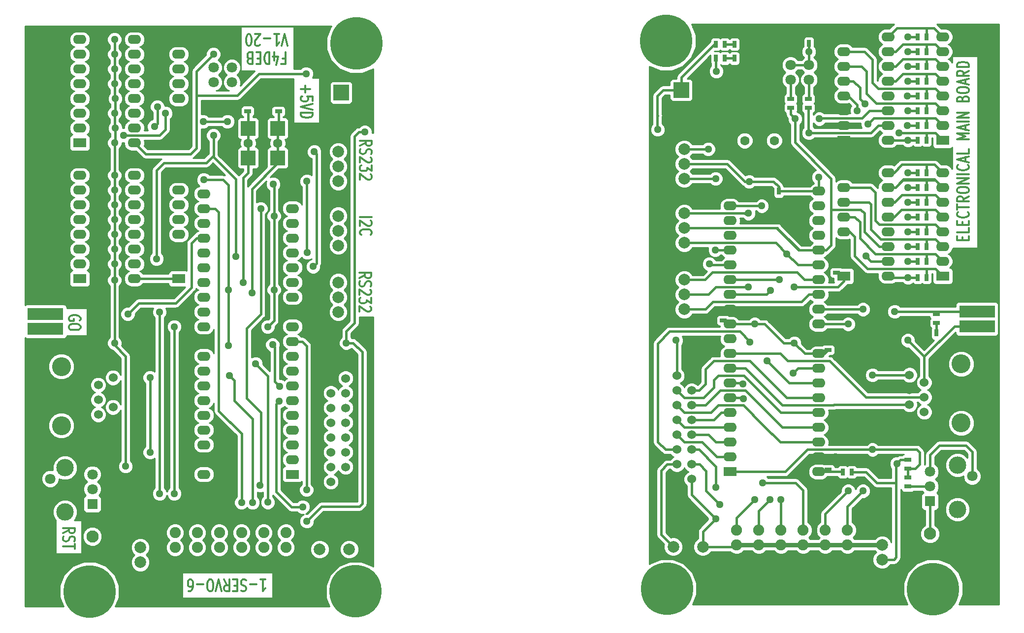
<source format=gtl>
G04 (created by PCBNEW-RS274X (2012-01-19 BZR 3256)-stable) date 15/04/2012 14:51:01*
G01*
G70*
G90*
%MOIN*%
G04 Gerber Fmt 3.4, Leading zero omitted, Abs format*
%FSLAX34Y34*%
G04 APERTURE LIST*
%ADD10C,0.006000*%
%ADD11C,0.012000*%
%ADD12C,0.354300*%
%ADD13R,0.045000X0.025000*%
%ADD14R,0.106300X0.106300*%
%ADD15C,0.106300*%
%ADD16R,0.025000X0.045000*%
%ADD17R,0.078700X0.078700*%
%ADD18C,0.078700*%
%ADD19C,0.160000*%
%ADD20R,0.090000X0.062000*%
%ADD21O,0.090000X0.062000*%
%ADD22C,0.070900*%
%ADD23C,0.118100*%
%ADD24O,0.118100X0.118100*%
%ADD25R,0.240200X0.082700*%
%ADD26R,0.070900X0.082700*%
%ADD27C,0.082700*%
%ADD28R,0.070900X0.070900*%
%ADD29C,0.063000*%
%ADD30R,0.060000X0.060000*%
%ADD31C,0.060000*%
%ADD32C,0.128000*%
%ADD33R,0.074800X0.074800*%
%ADD34C,0.074800*%
%ADD35R,0.100000X0.100000*%
%ADD36C,0.051200*%
%ADD37C,0.015900*%
%ADD38C,0.031500*%
%ADD39C,0.010000*%
G04 APERTURE END LIST*
G54D10*
G54D11*
X101855Y-36629D02*
X101855Y-36429D01*
X102274Y-36343D02*
X102274Y-36629D01*
X101474Y-36629D01*
X101474Y-36343D01*
X102274Y-35800D02*
X102274Y-36086D01*
X101474Y-36086D01*
X101855Y-35600D02*
X101855Y-35400D01*
X102274Y-35314D02*
X102274Y-35600D01*
X101474Y-35600D01*
X101474Y-35314D01*
X102198Y-34714D02*
X102236Y-34743D01*
X102274Y-34829D01*
X102274Y-34886D01*
X102236Y-34971D01*
X102160Y-35029D01*
X102083Y-35057D01*
X101931Y-35086D01*
X101817Y-35086D01*
X101664Y-35057D01*
X101588Y-35029D01*
X101512Y-34971D01*
X101474Y-34886D01*
X101474Y-34829D01*
X101512Y-34743D01*
X101550Y-34714D01*
X101474Y-34543D02*
X101474Y-34200D01*
X102274Y-34371D02*
X101474Y-34371D01*
X102274Y-33657D02*
X101893Y-33857D01*
X102274Y-34000D02*
X101474Y-34000D01*
X101474Y-33772D01*
X101512Y-33714D01*
X101550Y-33686D01*
X101626Y-33657D01*
X101740Y-33657D01*
X101817Y-33686D01*
X101855Y-33714D01*
X101893Y-33772D01*
X101893Y-34000D01*
X101474Y-33286D02*
X101474Y-33172D01*
X101512Y-33114D01*
X101588Y-33057D01*
X101740Y-33029D01*
X102007Y-33029D01*
X102160Y-33057D01*
X102236Y-33114D01*
X102274Y-33172D01*
X102274Y-33286D01*
X102236Y-33343D01*
X102160Y-33400D01*
X102007Y-33429D01*
X101740Y-33429D01*
X101588Y-33400D01*
X101512Y-33343D01*
X101474Y-33286D01*
X102274Y-32771D02*
X101474Y-32771D01*
X102274Y-32428D01*
X101474Y-32428D01*
X102274Y-32142D02*
X101474Y-32142D01*
X102198Y-31513D02*
X102236Y-31542D01*
X102274Y-31628D01*
X102274Y-31685D01*
X102236Y-31770D01*
X102160Y-31828D01*
X102083Y-31856D01*
X101931Y-31885D01*
X101817Y-31885D01*
X101664Y-31856D01*
X101588Y-31828D01*
X101512Y-31770D01*
X101474Y-31685D01*
X101474Y-31628D01*
X101512Y-31542D01*
X101550Y-31513D01*
X102045Y-31285D02*
X102045Y-30999D01*
X102274Y-31342D02*
X101474Y-31142D01*
X102274Y-30942D01*
X102274Y-30456D02*
X102274Y-30742D01*
X101474Y-30742D01*
X102274Y-29799D02*
X101474Y-29799D01*
X102045Y-29599D01*
X101474Y-29399D01*
X102274Y-29399D01*
X102045Y-29142D02*
X102045Y-28856D01*
X102274Y-29199D02*
X101474Y-28999D01*
X102274Y-28799D01*
X102274Y-28599D02*
X101474Y-28599D01*
X102274Y-28313D02*
X101474Y-28313D01*
X102274Y-27970D01*
X101474Y-27970D01*
X101855Y-27027D02*
X101893Y-26941D01*
X101931Y-26913D01*
X102007Y-26884D01*
X102121Y-26884D01*
X102198Y-26913D01*
X102236Y-26941D01*
X102274Y-26999D01*
X102274Y-27227D01*
X101474Y-27227D01*
X101474Y-27027D01*
X101512Y-26970D01*
X101550Y-26941D01*
X101626Y-26913D01*
X101702Y-26913D01*
X101779Y-26941D01*
X101817Y-26970D01*
X101855Y-27027D01*
X101855Y-27227D01*
X101474Y-26513D02*
X101474Y-26399D01*
X101512Y-26341D01*
X101588Y-26284D01*
X101740Y-26256D01*
X102007Y-26256D01*
X102160Y-26284D01*
X102236Y-26341D01*
X102274Y-26399D01*
X102274Y-26513D01*
X102236Y-26570D01*
X102160Y-26627D01*
X102007Y-26656D01*
X101740Y-26656D01*
X101588Y-26627D01*
X101512Y-26570D01*
X101474Y-26513D01*
X102045Y-26027D02*
X102045Y-25741D01*
X102274Y-26084D02*
X101474Y-25884D01*
X102274Y-25684D01*
X102274Y-25141D02*
X101893Y-25341D01*
X102274Y-25484D02*
X101474Y-25484D01*
X101474Y-25256D01*
X101512Y-25198D01*
X101550Y-25170D01*
X101626Y-25141D01*
X101740Y-25141D01*
X101817Y-25170D01*
X101855Y-25198D01*
X101893Y-25256D01*
X101893Y-25484D01*
X102274Y-24884D02*
X101474Y-24884D01*
X101474Y-24741D01*
X101512Y-24656D01*
X101588Y-24598D01*
X101664Y-24570D01*
X101817Y-24541D01*
X101931Y-24541D01*
X102083Y-24570D01*
X102160Y-24598D01*
X102236Y-24656D01*
X102274Y-24741D01*
X102274Y-24884D01*
X61051Y-30219D02*
X61432Y-30019D01*
X61051Y-29876D02*
X61851Y-29876D01*
X61851Y-30104D01*
X61813Y-30162D01*
X61775Y-30190D01*
X61699Y-30219D01*
X61585Y-30219D01*
X61508Y-30190D01*
X61470Y-30162D01*
X61432Y-30104D01*
X61432Y-29876D01*
X61089Y-30447D02*
X61051Y-30533D01*
X61051Y-30676D01*
X61089Y-30733D01*
X61127Y-30762D01*
X61204Y-30790D01*
X61280Y-30790D01*
X61356Y-30762D01*
X61394Y-30733D01*
X61432Y-30676D01*
X61470Y-30562D01*
X61508Y-30504D01*
X61546Y-30476D01*
X61623Y-30447D01*
X61699Y-30447D01*
X61775Y-30476D01*
X61813Y-30504D01*
X61851Y-30562D01*
X61851Y-30704D01*
X61813Y-30790D01*
X61775Y-31018D02*
X61813Y-31047D01*
X61851Y-31104D01*
X61851Y-31247D01*
X61813Y-31304D01*
X61775Y-31333D01*
X61699Y-31361D01*
X61623Y-31361D01*
X61508Y-31333D01*
X61051Y-30990D01*
X61051Y-31361D01*
X61851Y-31561D02*
X61851Y-31932D01*
X61546Y-31732D01*
X61546Y-31818D01*
X61508Y-31875D01*
X61470Y-31904D01*
X61394Y-31932D01*
X61204Y-31932D01*
X61127Y-31904D01*
X61089Y-31875D01*
X61051Y-31818D01*
X61051Y-31646D01*
X61089Y-31589D01*
X61127Y-31561D01*
X61775Y-32160D02*
X61813Y-32189D01*
X61851Y-32246D01*
X61851Y-32389D01*
X61813Y-32446D01*
X61775Y-32475D01*
X61699Y-32503D01*
X61623Y-32503D01*
X61508Y-32475D01*
X61051Y-32132D01*
X61051Y-32503D01*
X55796Y-24320D02*
X55996Y-24320D01*
X55996Y-23901D02*
X55996Y-24701D01*
X55710Y-24701D01*
X55225Y-24435D02*
X55225Y-23901D01*
X55368Y-24739D02*
X55511Y-24168D01*
X55139Y-24168D01*
X54911Y-23901D02*
X54911Y-24701D01*
X54768Y-24701D01*
X54683Y-24663D01*
X54625Y-24587D01*
X54597Y-24511D01*
X54568Y-24358D01*
X54568Y-24244D01*
X54597Y-24092D01*
X54625Y-24015D01*
X54683Y-23939D01*
X54768Y-23901D01*
X54911Y-23901D01*
X54311Y-24320D02*
X54111Y-24320D01*
X54025Y-23901D02*
X54311Y-23901D01*
X54311Y-24701D01*
X54025Y-24701D01*
X53568Y-24320D02*
X53482Y-24282D01*
X53454Y-24244D01*
X53425Y-24168D01*
X53425Y-24054D01*
X53454Y-23977D01*
X53482Y-23939D01*
X53540Y-23901D01*
X53768Y-23901D01*
X53768Y-24701D01*
X53568Y-24701D01*
X53511Y-24663D01*
X53482Y-24625D01*
X53454Y-24549D01*
X53454Y-24473D01*
X53482Y-24396D01*
X53511Y-24358D01*
X53568Y-24320D01*
X53768Y-24320D01*
X56153Y-23461D02*
X55953Y-22661D01*
X55753Y-23461D01*
X55239Y-22661D02*
X55582Y-22661D01*
X55410Y-22661D02*
X55410Y-23461D01*
X55467Y-23347D01*
X55525Y-23271D01*
X55582Y-23233D01*
X54982Y-22966D02*
X54525Y-22966D01*
X54268Y-23385D02*
X54239Y-23423D01*
X54182Y-23461D01*
X54039Y-23461D01*
X53982Y-23423D01*
X53953Y-23385D01*
X53925Y-23309D01*
X53925Y-23233D01*
X53953Y-23118D01*
X54296Y-22661D01*
X53925Y-22661D01*
X53554Y-23461D02*
X53497Y-23461D01*
X53440Y-23423D01*
X53411Y-23385D01*
X53382Y-23309D01*
X53354Y-23156D01*
X53354Y-22966D01*
X53382Y-22814D01*
X53411Y-22737D01*
X53440Y-22699D01*
X53497Y-22661D01*
X53554Y-22661D01*
X53611Y-22699D01*
X53640Y-22737D01*
X53668Y-22814D01*
X53697Y-22966D01*
X53697Y-23156D01*
X53668Y-23309D01*
X53640Y-23385D01*
X53611Y-23423D01*
X53554Y-23461D01*
X61051Y-35040D02*
X61851Y-35040D01*
X61775Y-35297D02*
X61813Y-35326D01*
X61851Y-35383D01*
X61851Y-35526D01*
X61813Y-35583D01*
X61775Y-35612D01*
X61699Y-35640D01*
X61623Y-35640D01*
X61508Y-35612D01*
X61051Y-35269D01*
X61051Y-35640D01*
X61127Y-36240D02*
X61089Y-36211D01*
X61051Y-36125D01*
X61051Y-36068D01*
X61089Y-35983D01*
X61165Y-35925D01*
X61242Y-35897D01*
X61394Y-35868D01*
X61508Y-35868D01*
X61661Y-35897D01*
X61737Y-35925D01*
X61813Y-35983D01*
X61851Y-36068D01*
X61851Y-36125D01*
X61813Y-36211D01*
X61775Y-36240D01*
X61001Y-39169D02*
X61382Y-38969D01*
X61001Y-38826D02*
X61801Y-38826D01*
X61801Y-39054D01*
X61763Y-39112D01*
X61725Y-39140D01*
X61649Y-39169D01*
X61535Y-39169D01*
X61458Y-39140D01*
X61420Y-39112D01*
X61382Y-39054D01*
X61382Y-38826D01*
X61039Y-39397D02*
X61001Y-39483D01*
X61001Y-39626D01*
X61039Y-39683D01*
X61077Y-39712D01*
X61154Y-39740D01*
X61230Y-39740D01*
X61306Y-39712D01*
X61344Y-39683D01*
X61382Y-39626D01*
X61420Y-39512D01*
X61458Y-39454D01*
X61496Y-39426D01*
X61573Y-39397D01*
X61649Y-39397D01*
X61725Y-39426D01*
X61763Y-39454D01*
X61801Y-39512D01*
X61801Y-39654D01*
X61763Y-39740D01*
X61725Y-39968D02*
X61763Y-39997D01*
X61801Y-40054D01*
X61801Y-40197D01*
X61763Y-40254D01*
X61725Y-40283D01*
X61649Y-40311D01*
X61573Y-40311D01*
X61458Y-40283D01*
X61001Y-39940D01*
X61001Y-40311D01*
X61801Y-40511D02*
X61801Y-40882D01*
X61496Y-40682D01*
X61496Y-40768D01*
X61458Y-40825D01*
X61420Y-40854D01*
X61344Y-40882D01*
X61154Y-40882D01*
X61077Y-40854D01*
X61039Y-40825D01*
X61001Y-40768D01*
X61001Y-40596D01*
X61039Y-40539D01*
X61077Y-40511D01*
X61725Y-41110D02*
X61763Y-41139D01*
X61801Y-41196D01*
X61801Y-41339D01*
X61763Y-41396D01*
X61725Y-41425D01*
X61649Y-41453D01*
X61573Y-41453D01*
X61458Y-41425D01*
X61001Y-41082D01*
X61001Y-41453D01*
X57356Y-26154D02*
X57356Y-26611D01*
X57051Y-26382D02*
X57661Y-26382D01*
X57851Y-27183D02*
X57851Y-26897D01*
X57470Y-26868D01*
X57508Y-26897D01*
X57546Y-26954D01*
X57546Y-27097D01*
X57508Y-27154D01*
X57470Y-27183D01*
X57394Y-27211D01*
X57204Y-27211D01*
X57127Y-27183D01*
X57089Y-27154D01*
X57051Y-27097D01*
X57051Y-26954D01*
X57089Y-26897D01*
X57127Y-26868D01*
X57851Y-27382D02*
X57051Y-27582D01*
X57851Y-27782D01*
X57051Y-27982D02*
X57851Y-27982D01*
X57851Y-28125D01*
X57813Y-28210D01*
X57737Y-28268D01*
X57661Y-28296D01*
X57508Y-28325D01*
X57394Y-28325D01*
X57242Y-28296D01*
X57165Y-28268D01*
X57089Y-28210D01*
X57051Y-28125D01*
X57051Y-27982D01*
X42088Y-42043D02*
X42126Y-41986D01*
X42126Y-41900D01*
X42088Y-41815D01*
X42012Y-41757D01*
X41936Y-41729D01*
X41783Y-41700D01*
X41669Y-41700D01*
X41517Y-41729D01*
X41440Y-41757D01*
X41364Y-41815D01*
X41326Y-41900D01*
X41326Y-41957D01*
X41364Y-42043D01*
X41402Y-42072D01*
X41669Y-42072D01*
X41669Y-41957D01*
X42126Y-42443D02*
X42126Y-42557D01*
X42088Y-42615D01*
X42012Y-42672D01*
X41860Y-42700D01*
X41593Y-42700D01*
X41440Y-42672D01*
X41364Y-42615D01*
X41326Y-42557D01*
X41326Y-42443D01*
X41364Y-42386D01*
X41440Y-42329D01*
X41593Y-42300D01*
X41860Y-42300D01*
X42012Y-42329D01*
X42088Y-42386D01*
X42126Y-42443D01*
X40951Y-56447D02*
X41332Y-56247D01*
X40951Y-56104D02*
X41751Y-56104D01*
X41751Y-56332D01*
X41713Y-56390D01*
X41675Y-56418D01*
X41599Y-56447D01*
X41485Y-56447D01*
X41408Y-56418D01*
X41370Y-56390D01*
X41332Y-56332D01*
X41332Y-56104D01*
X40989Y-56675D02*
X40951Y-56761D01*
X40951Y-56904D01*
X40989Y-56961D01*
X41027Y-56990D01*
X41104Y-57018D01*
X41180Y-57018D01*
X41256Y-56990D01*
X41294Y-56961D01*
X41332Y-56904D01*
X41370Y-56790D01*
X41408Y-56732D01*
X41446Y-56704D01*
X41523Y-56675D01*
X41599Y-56675D01*
X41675Y-56704D01*
X41713Y-56732D01*
X41751Y-56790D01*
X41751Y-56932D01*
X41713Y-57018D01*
X41751Y-57189D02*
X41751Y-57532D01*
X40951Y-57361D02*
X41751Y-57361D01*
X54310Y-59601D02*
X54653Y-59601D01*
X54481Y-59601D02*
X54481Y-60401D01*
X54538Y-60287D01*
X54596Y-60211D01*
X54653Y-60173D01*
X54053Y-59906D02*
X53596Y-59906D01*
X53339Y-59639D02*
X53253Y-59601D01*
X53110Y-59601D01*
X53053Y-59639D01*
X53024Y-59677D01*
X52996Y-59754D01*
X52996Y-59830D01*
X53024Y-59906D01*
X53053Y-59944D01*
X53110Y-59982D01*
X53224Y-60020D01*
X53282Y-60058D01*
X53310Y-60096D01*
X53339Y-60173D01*
X53339Y-60249D01*
X53310Y-60325D01*
X53282Y-60363D01*
X53224Y-60401D01*
X53082Y-60401D01*
X52996Y-60363D01*
X52739Y-60020D02*
X52539Y-60020D01*
X52453Y-59601D02*
X52739Y-59601D01*
X52739Y-60401D01*
X52453Y-60401D01*
X51853Y-59601D02*
X52053Y-59982D01*
X52196Y-59601D02*
X52196Y-60401D01*
X51968Y-60401D01*
X51910Y-60363D01*
X51882Y-60325D01*
X51853Y-60249D01*
X51853Y-60135D01*
X51882Y-60058D01*
X51910Y-60020D01*
X51968Y-59982D01*
X52196Y-59982D01*
X51682Y-60401D02*
X51482Y-59601D01*
X51282Y-60401D01*
X50968Y-60401D02*
X50854Y-60401D01*
X50796Y-60363D01*
X50739Y-60287D01*
X50711Y-60135D01*
X50711Y-59868D01*
X50739Y-59715D01*
X50796Y-59639D01*
X50854Y-59601D01*
X50968Y-59601D01*
X51025Y-59639D01*
X51082Y-59715D01*
X51111Y-59868D01*
X51111Y-60135D01*
X51082Y-60287D01*
X51025Y-60363D01*
X50968Y-60401D01*
X50453Y-59906D02*
X49996Y-59906D01*
X49453Y-60401D02*
X49567Y-60401D01*
X49624Y-60363D01*
X49653Y-60325D01*
X49710Y-60211D01*
X49739Y-60058D01*
X49739Y-59754D01*
X49710Y-59677D01*
X49682Y-59639D01*
X49624Y-59601D01*
X49510Y-59601D01*
X49453Y-59639D01*
X49424Y-59677D01*
X49396Y-59754D01*
X49396Y-59944D01*
X49424Y-60020D01*
X49453Y-60058D01*
X49510Y-60096D01*
X49624Y-60096D01*
X49682Y-60058D01*
X49710Y-60020D01*
X49739Y-59944D01*
G54D12*
X99850Y-60250D03*
G54D13*
X92750Y-52150D03*
X92750Y-51550D03*
G54D14*
X82800Y-26450D03*
G54D15*
X82800Y-27825D03*
G54D16*
X100075Y-42900D03*
X99475Y-42900D03*
X94350Y-52325D03*
X93750Y-52325D03*
G54D17*
X83000Y-29450D03*
G54D18*
X83000Y-30450D03*
X83000Y-31450D03*
X83000Y-32450D03*
G54D12*
X81825Y-60225D03*
X81775Y-23125D03*
G54D19*
X81800Y-23100D03*
X81850Y-60200D03*
G54D18*
X84259Y-57376D03*
X83259Y-56376D03*
X82259Y-57376D03*
G54D20*
X93800Y-29850D03*
G54D21*
X93800Y-28850D03*
X93800Y-27850D03*
X93800Y-26850D03*
X93800Y-25850D03*
X93800Y-24850D03*
X93800Y-23850D03*
X93800Y-22850D03*
X96800Y-22850D03*
X96800Y-23850D03*
X96800Y-24850D03*
X96800Y-25850D03*
X96800Y-26850D03*
X96800Y-27850D03*
X96800Y-28850D03*
X96800Y-29850D03*
G54D20*
X93800Y-39050D03*
G54D21*
X93800Y-38050D03*
X93800Y-37050D03*
X93800Y-36050D03*
X93800Y-35050D03*
X93800Y-34050D03*
X93800Y-33050D03*
X93800Y-32050D03*
X96800Y-32050D03*
X96800Y-33050D03*
X96800Y-34050D03*
X96800Y-35050D03*
X96800Y-36050D03*
X96800Y-37050D03*
X96800Y-38050D03*
X96800Y-39050D03*
G54D20*
X100500Y-29850D03*
G54D21*
X100500Y-28850D03*
X100500Y-27850D03*
X100500Y-26850D03*
X100500Y-25850D03*
X100500Y-24850D03*
X100500Y-23850D03*
X100500Y-22850D03*
X103500Y-22850D03*
X103500Y-23850D03*
X103500Y-24850D03*
X103500Y-25850D03*
X103500Y-26850D03*
X103500Y-27850D03*
X103500Y-28850D03*
X103500Y-29850D03*
G54D20*
X86100Y-52300D03*
G54D21*
X86100Y-51300D03*
X86100Y-50300D03*
X86100Y-49300D03*
X86100Y-48300D03*
X86100Y-47300D03*
X86100Y-46300D03*
X86100Y-45300D03*
X86100Y-44300D03*
X86100Y-43300D03*
X86100Y-42300D03*
X86100Y-41300D03*
X86100Y-40300D03*
X86100Y-39300D03*
X86100Y-38300D03*
X86100Y-37300D03*
X86100Y-36300D03*
X86100Y-35300D03*
X86100Y-34300D03*
X86100Y-33300D03*
X92100Y-33300D03*
X92100Y-34300D03*
X92100Y-35300D03*
X92100Y-36300D03*
X92100Y-37300D03*
X92100Y-38300D03*
X92100Y-39300D03*
X92100Y-40300D03*
X92100Y-41300D03*
X92100Y-42300D03*
X92100Y-43300D03*
X92100Y-44300D03*
X92100Y-45300D03*
X92100Y-46300D03*
X92100Y-47300D03*
X92100Y-48300D03*
X92100Y-49300D03*
X92100Y-50300D03*
X92100Y-51300D03*
X92100Y-52300D03*
G54D20*
X100500Y-39050D03*
G54D21*
X100500Y-38050D03*
X100500Y-37050D03*
X100500Y-36050D03*
X100500Y-35050D03*
X100500Y-34050D03*
X100500Y-33050D03*
X100500Y-32050D03*
X103500Y-32050D03*
X103500Y-33050D03*
X103500Y-34050D03*
X103500Y-35050D03*
X103500Y-36050D03*
X103500Y-37050D03*
X103500Y-38050D03*
X103500Y-39050D03*
G54D22*
X102500Y-54100D03*
X102500Y-52600D03*
G54D23*
X101500Y-54850D03*
G54D24*
X101500Y-51850D03*
G54D16*
X89400Y-33300D03*
X88800Y-33300D03*
G54D13*
X85650Y-42050D03*
X85650Y-41450D03*
X92750Y-44050D03*
X92750Y-43450D03*
X93300Y-38825D03*
X93300Y-38225D03*
G54D16*
X91450Y-23300D03*
X92050Y-23300D03*
X85150Y-24300D03*
X85750Y-24300D03*
X85150Y-23350D03*
X85750Y-23350D03*
X99400Y-25850D03*
X98800Y-25850D03*
X99400Y-24850D03*
X98800Y-24850D03*
X99400Y-23850D03*
X98800Y-23850D03*
X99400Y-22850D03*
X98800Y-22850D03*
X99400Y-26850D03*
X98800Y-26850D03*
X99400Y-27850D03*
X98800Y-27850D03*
X99400Y-28850D03*
X98800Y-28850D03*
X99400Y-29850D03*
X98800Y-29850D03*
X86400Y-24300D03*
X87000Y-24300D03*
X86400Y-23350D03*
X87000Y-23350D03*
X99400Y-35050D03*
X98800Y-35050D03*
X99400Y-34050D03*
X98800Y-34050D03*
X99400Y-33050D03*
X98800Y-33050D03*
X99400Y-32050D03*
X98800Y-32050D03*
X99400Y-36050D03*
X98800Y-36050D03*
X99400Y-37050D03*
X98800Y-37050D03*
X99400Y-38050D03*
X98800Y-38050D03*
X99400Y-39150D03*
X98800Y-39150D03*
G54D13*
X98150Y-51500D03*
X98150Y-52100D03*
X100075Y-42225D03*
X100075Y-41625D03*
X98150Y-52700D03*
X98150Y-53300D03*
X91400Y-27050D03*
X91400Y-27650D03*
X90200Y-27050D03*
X90200Y-27650D03*
G54D17*
X83000Y-38300D03*
G54D18*
X83000Y-39300D03*
X83000Y-40300D03*
X83000Y-41300D03*
G54D17*
X83000Y-33800D03*
G54D18*
X83000Y-34800D03*
X83000Y-35800D03*
X83000Y-36800D03*
G54D25*
X102825Y-41450D03*
X102825Y-42450D03*
G54D26*
X98650Y-56500D03*
G54D27*
X99650Y-56500D03*
G54D28*
X99650Y-54300D03*
G54D22*
X99650Y-53300D03*
X99650Y-52300D03*
G54D29*
X89100Y-29875D03*
X87100Y-29875D03*
G54D22*
X91450Y-25750D03*
X91450Y-24750D03*
X90200Y-25750D03*
X90200Y-24750D03*
G54D18*
X96400Y-58250D03*
X96400Y-57250D03*
G54D30*
X82500Y-52800D03*
G54D31*
X83500Y-52800D03*
X82500Y-51800D03*
X83500Y-51800D03*
X82500Y-50800D03*
X83500Y-50800D03*
X82500Y-49800D03*
X83500Y-49800D03*
X82500Y-48800D03*
X83500Y-48800D03*
X82500Y-47800D03*
X83500Y-47800D03*
X82500Y-46800D03*
X83500Y-46800D03*
X82500Y-45800D03*
X83500Y-45800D03*
X99250Y-47250D03*
X99250Y-46250D03*
X99250Y-48250D03*
X98250Y-45750D03*
X98250Y-46750D03*
X98250Y-47750D03*
G54D32*
X101750Y-49000D03*
X101750Y-45000D03*
G54D33*
X86550Y-58250D03*
G54D34*
X86550Y-57250D03*
X86550Y-56250D03*
G54D33*
X88050Y-58250D03*
G54D34*
X88050Y-57250D03*
X88050Y-56250D03*
G54D33*
X89550Y-58250D03*
G54D34*
X89550Y-57250D03*
X89550Y-56250D03*
G54D33*
X91050Y-58250D03*
G54D34*
X91050Y-57250D03*
X91050Y-56250D03*
G54D33*
X92550Y-58250D03*
G54D34*
X92550Y-57250D03*
X92550Y-56250D03*
G54D33*
X94050Y-58250D03*
G54D34*
X94050Y-57250D03*
X94050Y-56250D03*
G54D33*
X48525Y-58425D03*
G54D34*
X48525Y-57425D03*
X48525Y-56425D03*
G54D33*
X50025Y-58425D03*
G54D34*
X50025Y-57425D03*
X50025Y-56425D03*
G54D33*
X51525Y-58425D03*
G54D34*
X51525Y-57425D03*
X51525Y-56425D03*
G54D33*
X53025Y-58425D03*
G54D34*
X53025Y-57425D03*
X53025Y-56425D03*
G54D33*
X54525Y-58425D03*
G54D34*
X54525Y-57425D03*
X54525Y-56425D03*
G54D33*
X56025Y-58425D03*
G54D34*
X56025Y-57425D03*
X56025Y-56425D03*
G54D31*
X43325Y-47425D03*
X43325Y-46425D03*
X43325Y-48425D03*
X44325Y-45925D03*
X44325Y-46925D03*
X44325Y-47925D03*
G54D32*
X40825Y-49175D03*
X40825Y-45175D03*
G54D30*
X60075Y-52975D03*
G54D31*
X59075Y-52975D03*
X60075Y-51975D03*
X59075Y-51975D03*
X60075Y-50975D03*
X59075Y-50975D03*
X60075Y-49975D03*
X59075Y-49975D03*
X60075Y-48975D03*
X59075Y-48975D03*
X60075Y-47975D03*
X59075Y-47975D03*
X60075Y-46975D03*
X59075Y-46975D03*
X60075Y-45975D03*
X59075Y-45975D03*
G54D18*
X46175Y-58425D03*
X46175Y-57425D03*
G54D22*
X52375Y-25925D03*
X52375Y-24925D03*
X51125Y-25925D03*
X51125Y-24925D03*
G54D35*
X55475Y-31050D03*
X53475Y-31050D03*
X53475Y-29050D03*
X55475Y-29050D03*
G54D29*
X53475Y-30050D03*
X55475Y-30050D03*
G54D28*
X42925Y-54475D03*
G54D22*
X42925Y-53475D03*
X42925Y-52475D03*
G54D26*
X43925Y-56675D03*
G54D27*
X42925Y-56675D03*
G54D25*
X39750Y-41625D03*
X39750Y-42625D03*
G54D17*
X59575Y-33975D03*
G54D18*
X59575Y-34975D03*
X59575Y-35975D03*
X59575Y-36975D03*
G54D17*
X59575Y-38475D03*
G54D18*
X59575Y-39475D03*
X59575Y-40475D03*
X59575Y-41475D03*
G54D13*
X53450Y-27875D03*
X53450Y-27275D03*
X55525Y-27900D03*
X55525Y-27300D03*
G54D22*
X40075Y-54275D03*
X40075Y-52775D03*
G54D23*
X41075Y-55025D03*
G54D24*
X41075Y-52025D03*
G54D20*
X42075Y-39225D03*
G54D21*
X42075Y-38225D03*
X42075Y-37225D03*
X42075Y-36225D03*
X42075Y-35225D03*
X42075Y-34225D03*
X42075Y-33225D03*
X42075Y-32225D03*
X39075Y-32225D03*
X39075Y-33225D03*
X39075Y-34225D03*
X39075Y-35225D03*
X39075Y-36225D03*
X39075Y-37225D03*
X39075Y-38225D03*
X39075Y-39225D03*
G54D20*
X56475Y-52475D03*
G54D21*
X56475Y-51475D03*
X56475Y-50475D03*
X56475Y-49475D03*
X56475Y-48475D03*
X56475Y-47475D03*
X56475Y-46475D03*
X56475Y-45475D03*
X56475Y-44475D03*
X56475Y-43475D03*
X56475Y-42475D03*
X56475Y-41475D03*
X56475Y-40475D03*
X56475Y-39475D03*
X56475Y-38475D03*
X56475Y-37475D03*
X56475Y-36475D03*
X56475Y-35475D03*
X56475Y-34475D03*
X56475Y-33475D03*
X50475Y-33475D03*
X50475Y-34475D03*
X50475Y-35475D03*
X50475Y-36475D03*
X50475Y-37475D03*
X50475Y-38475D03*
X50475Y-39475D03*
X50475Y-40475D03*
X50475Y-41475D03*
X50475Y-42475D03*
X50475Y-43475D03*
X50475Y-44475D03*
X50475Y-45475D03*
X50475Y-46475D03*
X50475Y-47475D03*
X50475Y-48475D03*
X50475Y-49475D03*
X50475Y-50475D03*
X50475Y-51475D03*
X50475Y-52475D03*
G54D20*
X42075Y-30025D03*
G54D21*
X42075Y-29025D03*
X42075Y-28025D03*
X42075Y-27025D03*
X42075Y-26025D03*
X42075Y-25025D03*
X42075Y-24025D03*
X42075Y-23025D03*
X39075Y-23025D03*
X39075Y-24025D03*
X39075Y-25025D03*
X39075Y-26025D03*
X39075Y-27025D03*
X39075Y-28025D03*
X39075Y-29025D03*
X39075Y-30025D03*
G54D20*
X48775Y-39225D03*
G54D21*
X48775Y-38225D03*
X48775Y-37225D03*
X48775Y-36225D03*
X48775Y-35225D03*
X48775Y-34225D03*
X48775Y-33225D03*
X48775Y-32225D03*
X45775Y-32225D03*
X45775Y-33225D03*
X45775Y-34225D03*
X45775Y-35225D03*
X45775Y-36225D03*
X45775Y-37225D03*
X45775Y-38225D03*
X45775Y-39225D03*
G54D20*
X48775Y-30025D03*
G54D21*
X48775Y-29025D03*
X48775Y-28025D03*
X48775Y-27025D03*
X48775Y-26025D03*
X48775Y-25025D03*
X48775Y-24025D03*
X48775Y-23025D03*
X45775Y-23025D03*
X45775Y-24025D03*
X45775Y-25025D03*
X45775Y-26025D03*
X45775Y-27025D03*
X45775Y-28025D03*
X45775Y-29025D03*
X45775Y-30025D03*
G54D18*
X58316Y-57551D03*
X59316Y-56551D03*
X60316Y-57551D03*
G54D19*
X60725Y-60375D03*
X60775Y-23275D03*
G54D12*
X60800Y-23300D03*
X60750Y-60400D03*
G54D17*
X59575Y-29625D03*
G54D18*
X59575Y-30625D03*
X59575Y-31625D03*
X59575Y-32625D03*
G54D14*
X59775Y-26625D03*
G54D15*
X59775Y-28000D03*
G54D12*
X42725Y-60425D03*
G54D36*
X57450Y-55650D03*
X61375Y-29300D03*
X60123Y-43571D03*
X82452Y-43396D03*
X81200Y-29125D03*
X85125Y-55475D03*
X50475Y-32525D03*
X52125Y-39975D03*
X44425Y-34225D03*
X52125Y-43750D03*
X55175Y-32825D03*
X54800Y-42475D03*
X55225Y-34975D03*
X55225Y-39975D03*
X57400Y-25350D03*
X44425Y-38225D03*
X44425Y-39325D03*
X44425Y-37225D03*
X44425Y-35225D03*
X44425Y-33225D03*
X44425Y-43575D03*
X45175Y-51925D03*
X44425Y-36225D03*
X51125Y-24025D03*
X44425Y-26025D03*
X44425Y-23025D03*
X44475Y-27025D03*
X44425Y-24025D03*
X44425Y-25025D03*
X44425Y-32225D03*
X44425Y-30025D03*
X44475Y-29025D03*
X44425Y-28025D03*
X98100Y-26850D03*
X98150Y-27850D03*
X98100Y-28850D03*
X98150Y-29850D03*
X98150Y-32050D03*
X98150Y-24850D03*
X98150Y-23850D03*
X98150Y-22850D03*
X98150Y-25850D03*
X91450Y-23850D03*
X98150Y-36050D03*
X98150Y-37050D03*
X97400Y-51750D03*
X98150Y-43400D03*
X98150Y-33050D03*
X98150Y-34050D03*
X98150Y-35050D03*
X98150Y-39150D03*
X98150Y-38050D03*
X85175Y-25175D03*
X87350Y-39800D03*
X87350Y-34800D03*
X87775Y-42300D03*
X87400Y-32650D03*
X90450Y-43575D03*
X90450Y-39800D03*
X92100Y-32350D03*
X57425Y-53525D03*
X85150Y-53350D03*
X55612Y-46519D03*
X55125Y-43700D03*
X86963Y-46344D03*
X87450Y-43525D03*
X55564Y-47527D03*
X57171Y-54681D03*
X87011Y-47352D03*
X85404Y-54506D03*
X46825Y-45925D03*
X46825Y-50975D03*
X95750Y-50800D03*
X95750Y-45750D03*
X53975Y-44975D03*
X54801Y-54366D03*
X88600Y-44800D03*
X87774Y-54191D03*
X53775Y-54375D03*
X52200Y-45800D03*
X88800Y-54200D03*
X90375Y-45625D03*
X53025Y-54375D03*
X89550Y-54200D03*
X54275Y-53225D03*
X54325Y-34475D03*
X88300Y-53050D03*
X88250Y-34300D03*
X48475Y-53775D03*
X48475Y-42475D03*
X94100Y-53600D03*
X94100Y-42300D03*
X95100Y-53600D03*
X47475Y-53775D03*
X47475Y-41475D03*
X95100Y-41300D03*
X52075Y-28575D03*
X50425Y-28575D03*
X92150Y-28400D03*
X90500Y-28400D03*
X51125Y-29525D03*
X52625Y-37725D03*
X47275Y-37875D03*
X95300Y-37700D03*
X91450Y-29350D03*
X89950Y-37550D03*
X43425Y-40650D03*
X55575Y-26075D03*
X46525Y-52375D03*
X49325Y-51475D03*
X49325Y-43475D03*
X47325Y-59725D03*
X43425Y-30975D03*
X59056Y-43582D03*
X60075Y-55460D03*
X57198Y-58433D03*
X85377Y-58258D03*
X82500Y-55285D03*
X83519Y-43407D03*
X99150Y-30800D03*
X95250Y-59550D03*
X96050Y-52200D03*
X93250Y-43300D03*
X93250Y-51300D03*
X99150Y-40475D03*
X87000Y-25900D03*
X53725Y-40200D03*
X88850Y-40025D03*
X53125Y-39475D03*
X89450Y-39300D03*
X57875Y-38400D03*
X57950Y-30625D03*
X84625Y-30450D03*
X84700Y-38225D03*
X57475Y-37450D03*
X57450Y-32625D03*
X85125Y-32450D03*
X85100Y-37275D03*
X45025Y-29525D03*
X47875Y-28025D03*
X94700Y-27850D03*
X97550Y-29350D03*
X47325Y-27575D03*
X47125Y-28925D03*
X95450Y-28750D03*
X95250Y-27400D03*
X45325Y-41625D03*
X97250Y-41450D03*
G54D37*
X61200Y-44200D02*
X60571Y-43571D01*
X61200Y-54450D02*
X61200Y-44200D01*
X61000Y-54650D02*
X61200Y-54450D01*
X58450Y-54650D02*
X61000Y-54650D01*
X57450Y-55650D02*
X58450Y-54650D01*
X60571Y-43571D02*
X60123Y-43571D01*
X60675Y-29600D02*
X60975Y-29300D01*
X60975Y-29300D02*
X61375Y-29300D01*
X60123Y-42777D02*
X60675Y-42225D01*
X60675Y-42225D02*
X60675Y-33675D01*
X60123Y-43571D02*
X60123Y-42777D01*
X60675Y-33675D02*
X60675Y-29600D01*
X86424Y-57376D02*
X86550Y-57250D01*
X82800Y-25600D02*
X82800Y-26450D01*
X85050Y-23350D02*
X82800Y-25600D01*
G54D38*
X96400Y-57250D02*
X94050Y-57250D01*
X94050Y-57250D02*
X92550Y-57250D01*
X91800Y-57250D02*
X91050Y-57250D01*
X92550Y-57250D02*
X91800Y-57250D01*
X89600Y-57250D02*
X89550Y-57250D01*
X91050Y-57250D02*
X89600Y-57250D01*
X89550Y-57250D02*
X88050Y-57250D01*
X88050Y-57250D02*
X86550Y-57250D01*
G54D37*
X85150Y-23350D02*
X85050Y-23350D01*
X84259Y-57376D02*
X86424Y-57376D01*
X82500Y-43444D02*
X82452Y-43396D01*
X82500Y-45800D02*
X82500Y-43444D01*
X81176Y-26860D02*
X81176Y-28200D01*
X82800Y-26450D02*
X81586Y-26450D01*
X81586Y-26450D02*
X81176Y-26860D01*
X84259Y-56341D02*
X85125Y-55475D01*
X81200Y-28200D02*
X81176Y-28200D01*
X81176Y-28224D02*
X81200Y-28200D01*
X81176Y-29101D02*
X81176Y-28224D01*
X81200Y-29125D02*
X81176Y-29101D01*
X84259Y-57376D02*
X84259Y-56341D01*
X83500Y-52800D02*
X83500Y-53850D01*
X83500Y-53850D02*
X85125Y-55475D01*
X52125Y-33475D02*
X52125Y-39975D01*
X50475Y-32525D02*
X51775Y-32525D01*
X48775Y-39225D02*
X48775Y-39025D01*
X51775Y-32525D02*
X52125Y-32875D01*
X52125Y-32875D02*
X52125Y-33475D01*
X45775Y-39225D02*
X48775Y-39225D01*
X55225Y-34975D02*
X55225Y-32875D01*
X52125Y-43750D02*
X52125Y-43300D01*
X55225Y-32875D02*
X55175Y-32825D01*
X55225Y-39975D02*
X55225Y-34975D01*
X55225Y-42050D02*
X55225Y-39975D01*
X54800Y-42475D02*
X55225Y-42050D01*
X52725Y-26825D02*
X54200Y-25350D01*
X54200Y-25350D02*
X57400Y-25350D01*
X49975Y-26825D02*
X52725Y-26825D01*
X52125Y-39975D02*
X52125Y-43300D01*
X44425Y-35225D02*
X44425Y-36275D01*
X44425Y-36275D02*
X44425Y-37225D01*
X44425Y-37225D02*
X44425Y-38225D01*
X44425Y-38225D02*
X44425Y-39325D01*
X44425Y-35225D02*
X44425Y-34225D01*
X44425Y-34225D02*
X44425Y-33225D01*
X93800Y-39050D02*
X93800Y-39400D01*
X44425Y-33225D02*
X44425Y-32225D01*
X44425Y-39325D02*
X44425Y-43575D01*
X44425Y-43575D02*
X44425Y-43725D01*
X44425Y-43725D02*
X45175Y-44475D01*
X45175Y-44475D02*
X45175Y-51925D01*
X49975Y-29975D02*
X49975Y-30375D01*
X49975Y-30375D02*
X49575Y-30775D01*
X46525Y-30775D02*
X45775Y-30025D01*
X49575Y-30775D02*
X46525Y-30775D01*
X44425Y-36225D02*
X44425Y-36275D01*
X49975Y-25625D02*
X49975Y-25175D01*
X49975Y-25175D02*
X51125Y-24025D01*
X44425Y-26025D02*
X44425Y-25025D01*
X44425Y-24025D02*
X44425Y-23025D01*
X44425Y-25025D02*
X44425Y-24025D01*
X49975Y-26825D02*
X49975Y-25625D01*
X49975Y-29975D02*
X49975Y-26825D01*
X44475Y-29025D02*
X44425Y-28975D01*
X44425Y-32225D02*
X44425Y-30025D01*
X44475Y-29975D02*
X44475Y-29025D01*
X44425Y-30025D02*
X44475Y-29975D01*
X44425Y-28975D02*
X44425Y-28025D01*
X44475Y-27975D02*
X44475Y-27025D01*
X44425Y-28025D02*
X44475Y-27975D01*
X44425Y-26975D02*
X44425Y-26025D01*
X44475Y-27025D02*
X44425Y-26975D01*
X98800Y-26850D02*
X98100Y-26850D01*
X98800Y-27850D02*
X98150Y-27850D01*
X98800Y-28850D02*
X98100Y-28850D01*
X98800Y-29850D02*
X98150Y-29850D01*
X98800Y-24850D02*
X98150Y-24850D01*
X89400Y-33300D02*
X90700Y-33300D01*
X91450Y-23850D02*
X91450Y-23300D01*
X91450Y-24750D02*
X91450Y-23850D01*
X98150Y-23850D02*
X98800Y-23850D01*
X98800Y-32050D02*
X98150Y-32050D01*
X98150Y-22850D02*
X98800Y-22850D01*
X98800Y-25850D02*
X98150Y-25850D01*
X98150Y-39150D02*
X96900Y-39150D01*
X98800Y-37050D02*
X98150Y-37050D01*
X98800Y-36050D02*
X98150Y-36050D01*
X96900Y-39150D02*
X96800Y-39050D01*
X99250Y-44500D02*
X98150Y-43400D01*
X99250Y-46250D02*
X99250Y-44500D01*
X96800Y-29850D02*
X98150Y-29850D01*
X98800Y-33050D02*
X98150Y-33050D01*
X98800Y-34050D02*
X98150Y-34050D01*
X98800Y-35050D02*
X98150Y-35050D01*
X90700Y-33300D02*
X92100Y-33300D01*
X98150Y-39150D02*
X98800Y-39150D01*
X98800Y-38050D02*
X98150Y-38050D01*
X101300Y-42450D02*
X99250Y-44500D01*
X93300Y-38825D02*
X93575Y-38825D01*
X93575Y-38825D02*
X93800Y-39050D01*
X85650Y-42050D02*
X85850Y-42050D01*
X85850Y-42050D02*
X86100Y-42300D01*
X92100Y-44300D02*
X92500Y-44300D01*
X92500Y-44300D02*
X92750Y-44050D01*
X83000Y-31450D02*
X85900Y-31450D01*
X85900Y-31450D02*
X87100Y-32650D01*
X102825Y-42450D02*
X101300Y-42450D01*
X91175Y-44300D02*
X90450Y-43575D01*
X94350Y-52325D02*
X95300Y-52325D01*
X96025Y-53050D02*
X97350Y-53050D01*
X95300Y-52325D02*
X96025Y-53050D01*
X85150Y-25150D02*
X85150Y-24300D01*
X85175Y-25175D02*
X85150Y-25150D01*
X86875Y-39800D02*
X87350Y-39800D01*
X86475Y-34800D02*
X87350Y-34800D01*
X90450Y-43575D02*
X89725Y-43575D01*
X88450Y-42300D02*
X89425Y-43275D01*
X87775Y-42300D02*
X88450Y-42300D01*
X89725Y-43575D02*
X89425Y-43275D01*
X92100Y-44300D02*
X91175Y-44300D01*
X85150Y-39800D02*
X86875Y-39800D01*
X97350Y-53050D02*
X97350Y-51800D01*
X97200Y-58250D02*
X97350Y-58100D01*
X96400Y-58250D02*
X97200Y-58250D01*
X92229Y-44300D02*
X92436Y-44093D01*
X92100Y-44300D02*
X92229Y-44300D01*
X87076Y-34800D02*
X87101Y-34825D01*
X83000Y-34800D02*
X86475Y-34800D01*
X86475Y-34800D02*
X87076Y-34800D01*
X84650Y-40300D02*
X85150Y-39800D01*
X97350Y-58100D02*
X97350Y-53050D01*
X86875Y-39800D02*
X87100Y-39800D01*
X83000Y-40300D02*
X84650Y-40300D01*
X90200Y-24750D02*
X91450Y-24750D01*
X88350Y-32650D02*
X87400Y-32650D01*
X89400Y-33300D02*
X89400Y-33000D01*
X89050Y-32650D02*
X88350Y-32650D01*
X89400Y-33000D02*
X89050Y-32650D01*
X87400Y-32650D02*
X87100Y-32650D01*
X93400Y-39800D02*
X90450Y-39800D01*
X93800Y-39400D02*
X93400Y-39800D01*
X92100Y-33300D02*
X92100Y-32350D01*
X87101Y-42300D02*
X87775Y-42300D01*
X86100Y-42300D02*
X87101Y-42300D01*
X97400Y-51750D02*
X97650Y-51500D01*
X97650Y-51500D02*
X98150Y-51500D01*
X97350Y-51800D02*
X97400Y-51750D01*
X99400Y-22250D02*
X99900Y-22250D01*
X99400Y-22850D02*
X99400Y-22250D01*
X99400Y-22250D02*
X97400Y-22250D01*
X97400Y-22250D02*
X96800Y-22850D01*
X99900Y-22250D02*
X100500Y-22850D01*
X98500Y-23350D02*
X97800Y-23350D01*
X97300Y-23850D02*
X96800Y-23850D01*
X97800Y-23350D02*
X97300Y-23850D01*
X100000Y-23350D02*
X100500Y-23850D01*
X98500Y-23350D02*
X99400Y-23350D01*
X99400Y-23350D02*
X100000Y-23350D01*
X99400Y-23350D02*
X99400Y-23850D01*
X99400Y-24350D02*
X99400Y-24850D01*
X99400Y-24350D02*
X100000Y-24350D01*
X98600Y-24350D02*
X99400Y-24350D01*
X100000Y-24350D02*
X100500Y-24850D01*
X97800Y-24350D02*
X97300Y-24850D01*
X97300Y-24850D02*
X96800Y-24850D01*
X98600Y-24350D02*
X97800Y-24350D01*
X97300Y-25850D02*
X97800Y-25350D01*
X99400Y-25850D02*
X99400Y-25350D01*
X99400Y-25350D02*
X99400Y-25400D01*
X99400Y-25400D02*
X99400Y-25350D01*
X96800Y-25850D02*
X97300Y-25850D01*
X99400Y-25350D02*
X100000Y-25350D01*
X97800Y-25350D02*
X99400Y-25350D01*
X100000Y-25350D02*
X100500Y-25850D01*
X82500Y-49800D02*
X83000Y-50300D01*
X85200Y-51300D02*
X86100Y-51300D01*
X84200Y-50300D02*
X85200Y-51300D01*
X83000Y-50300D02*
X84200Y-50300D01*
X85150Y-50300D02*
X86100Y-50300D01*
X84650Y-49800D02*
X85150Y-50300D01*
X83500Y-49800D02*
X84650Y-49800D01*
X82500Y-48800D02*
X83000Y-49300D01*
X83000Y-49300D02*
X86100Y-49300D01*
X85000Y-48800D02*
X85500Y-48300D01*
X83500Y-48800D02*
X85000Y-48800D01*
X85500Y-48300D02*
X86100Y-48300D01*
X83800Y-48300D02*
X83000Y-48300D01*
X83000Y-48300D02*
X82500Y-47800D01*
X89500Y-50300D02*
X88350Y-49150D01*
X92100Y-50300D02*
X89500Y-50300D01*
X84800Y-48300D02*
X85300Y-47800D01*
X85300Y-47800D02*
X87000Y-47800D01*
X87000Y-47800D02*
X88350Y-49150D01*
X83800Y-48300D02*
X84800Y-48300D01*
X88350Y-48000D02*
X89650Y-49300D01*
X83500Y-47800D02*
X84450Y-47800D01*
X87150Y-46800D02*
X88350Y-48000D01*
X85450Y-46800D02*
X87150Y-46800D01*
X89650Y-49300D02*
X92100Y-49300D01*
X84450Y-47800D02*
X85450Y-46800D01*
X83000Y-47300D02*
X83650Y-47300D01*
X88300Y-47050D02*
X89550Y-48300D01*
X89550Y-48300D02*
X92100Y-48300D01*
X82500Y-46800D02*
X83000Y-47300D01*
X84300Y-47300D02*
X85000Y-46600D01*
X85000Y-46600D02*
X85000Y-46100D01*
X85000Y-46100D02*
X85300Y-45800D01*
X85300Y-45800D02*
X87050Y-45800D01*
X87050Y-45800D02*
X88300Y-47050D01*
X83650Y-47300D02*
X84300Y-47300D01*
X92100Y-47300D02*
X89950Y-47300D01*
X85000Y-44800D02*
X85950Y-44800D01*
X84450Y-45350D02*
X85000Y-44800D01*
X84450Y-46350D02*
X84450Y-45350D01*
X84000Y-46800D02*
X84450Y-46350D01*
X83500Y-46800D02*
X84000Y-46800D01*
X89950Y-47300D02*
X87450Y-44800D01*
X87450Y-44800D02*
X85950Y-44800D01*
X57125Y-43475D02*
X56475Y-43475D01*
X57425Y-43775D02*
X57125Y-43475D01*
X57425Y-53525D02*
X57425Y-43775D01*
X84000Y-50800D02*
X85150Y-51950D01*
X85150Y-51950D02*
X85150Y-53350D01*
X83500Y-50800D02*
X84000Y-50800D01*
X97850Y-32500D02*
X99950Y-32500D01*
X99950Y-32500D02*
X100500Y-33050D01*
X99400Y-32550D02*
X100000Y-32550D01*
X97800Y-32550D02*
X99400Y-32550D01*
X100000Y-32550D02*
X100500Y-33050D01*
X97300Y-33050D02*
X97800Y-32550D01*
X96800Y-33050D02*
X97300Y-33050D01*
X99400Y-32500D02*
X99400Y-32550D01*
X99400Y-32550D02*
X99400Y-32500D01*
X99400Y-33050D02*
X99400Y-32550D01*
X97300Y-33050D02*
X97850Y-32500D01*
X96800Y-34050D02*
X97250Y-34050D01*
X97250Y-34050D02*
X97750Y-33550D01*
X99400Y-33550D02*
X100000Y-33550D01*
X97750Y-33550D02*
X99400Y-33550D01*
X100000Y-33550D02*
X100500Y-34050D01*
X99400Y-34050D02*
X99400Y-33550D01*
X99450Y-35050D02*
X99400Y-35050D01*
X99400Y-34550D02*
X100000Y-34550D01*
X100000Y-34550D02*
X100500Y-35050D01*
X97700Y-34550D02*
X99400Y-34550D01*
X97200Y-35050D02*
X97700Y-34550D01*
X96800Y-35050D02*
X97200Y-35050D01*
X99400Y-35050D02*
X99400Y-34550D01*
X99400Y-35050D02*
X99450Y-35050D01*
X97200Y-32050D02*
X97750Y-31500D01*
X99400Y-32050D02*
X99400Y-31500D01*
X99400Y-31500D02*
X99400Y-31550D01*
X99400Y-31550D02*
X99400Y-31500D01*
X96800Y-32050D02*
X97200Y-32050D01*
X99950Y-31500D02*
X100500Y-32050D01*
X97750Y-31500D02*
X99400Y-31500D01*
X99400Y-31500D02*
X99950Y-31500D01*
X98250Y-47750D02*
X93150Y-47750D01*
X87150Y-45300D02*
X86100Y-45300D01*
X89650Y-47800D02*
X87150Y-45300D01*
X93100Y-47800D02*
X89650Y-47800D01*
X93150Y-47750D02*
X93100Y-47800D01*
X91125Y-44800D02*
X92850Y-44800D01*
X95500Y-47250D02*
X99250Y-47250D01*
X95300Y-47250D02*
X95500Y-47250D01*
X86100Y-44300D02*
X89500Y-44300D01*
X90000Y-44800D02*
X91125Y-44800D01*
X95300Y-47250D02*
X95500Y-47250D01*
X92850Y-44800D02*
X95300Y-47250D01*
X89500Y-44300D02*
X90000Y-44800D01*
X55275Y-46182D02*
X55612Y-46519D01*
X55275Y-43850D02*
X55275Y-46182D01*
X55125Y-43700D02*
X55275Y-43850D01*
X86350Y-42797D02*
X86772Y-42797D01*
X81200Y-45978D02*
X81204Y-45978D01*
X81200Y-43608D02*
X81200Y-45978D01*
X82011Y-42797D02*
X81200Y-43608D01*
X86350Y-42797D02*
X82011Y-42797D01*
X82500Y-50800D02*
X81730Y-50800D01*
X81204Y-50274D02*
X81204Y-45978D01*
X81730Y-50800D02*
X81204Y-50274D01*
X86919Y-46300D02*
X86100Y-46300D01*
X86963Y-46344D02*
X86919Y-46300D01*
X86772Y-42797D02*
X87450Y-43475D01*
X87450Y-43475D02*
X87450Y-43525D01*
X56403Y-54681D02*
X57171Y-54681D01*
X55383Y-47708D02*
X55383Y-53661D01*
X55564Y-47527D02*
X55383Y-47708D01*
X55383Y-53661D02*
X56403Y-54681D01*
X85404Y-54506D02*
X84475Y-53577D01*
X84475Y-53577D02*
X84475Y-52238D01*
X84475Y-52238D02*
X84037Y-51800D01*
X84037Y-51800D02*
X83500Y-51800D01*
X86100Y-47300D02*
X86959Y-47300D01*
X86959Y-47300D02*
X87011Y-47352D01*
X46825Y-45925D02*
X46825Y-50975D01*
X91350Y-50800D02*
X95750Y-50800D01*
X95750Y-50800D02*
X98750Y-50800D01*
X98650Y-52100D02*
X98150Y-52100D01*
X98950Y-51800D02*
X98650Y-52100D01*
X98950Y-51000D02*
X98950Y-51800D01*
X98750Y-50800D02*
X98950Y-51000D01*
X97550Y-45750D02*
X95750Y-45750D01*
X89300Y-52300D02*
X89850Y-52300D01*
X89850Y-52300D02*
X91350Y-50800D01*
X89300Y-52300D02*
X86100Y-52300D01*
X98250Y-45750D02*
X97550Y-45750D01*
X98150Y-52100D02*
X98150Y-52700D01*
X54801Y-54366D02*
X54816Y-54351D01*
X54816Y-54351D02*
X54816Y-45816D01*
X54816Y-45816D02*
X53975Y-44975D01*
X92100Y-46300D02*
X90100Y-46300D01*
X86550Y-55415D02*
X87774Y-54191D01*
X86550Y-56250D02*
X86550Y-55415D01*
X90100Y-46300D02*
X88600Y-44800D01*
X53775Y-48725D02*
X52525Y-47475D01*
X52550Y-47375D02*
X52525Y-47375D01*
X52525Y-47350D02*
X52550Y-47375D01*
X52525Y-46125D02*
X52525Y-47350D01*
X52200Y-45800D02*
X52525Y-46125D01*
X53775Y-54375D02*
X53775Y-48725D01*
X52525Y-47475D02*
X52525Y-47375D01*
X92100Y-45300D02*
X90700Y-45300D01*
X88050Y-56250D02*
X88050Y-54950D01*
X88050Y-54950D02*
X88800Y-54200D01*
X90700Y-45300D02*
X90375Y-45625D01*
X51475Y-46125D02*
X51475Y-34725D01*
X51225Y-34475D02*
X50475Y-34475D01*
X53025Y-54375D02*
X53025Y-49725D01*
X53025Y-49725D02*
X51475Y-48175D01*
X51475Y-48175D02*
X51475Y-46125D01*
X51475Y-34725D02*
X51225Y-34475D01*
X89550Y-56250D02*
X89550Y-54200D01*
X54325Y-48275D02*
X53375Y-47325D01*
X53375Y-47325D02*
X53375Y-42575D01*
X54325Y-53175D02*
X54325Y-48275D01*
X54275Y-53225D02*
X54325Y-53175D01*
X53375Y-42575D02*
X54325Y-41625D01*
X54325Y-41625D02*
X54325Y-35075D01*
X54325Y-35075D02*
X54325Y-34475D01*
X91050Y-53550D02*
X90550Y-53050D01*
X90550Y-53050D02*
X88300Y-53050D01*
X91050Y-56250D02*
X91050Y-53550D01*
X88250Y-34300D02*
X86100Y-34300D01*
X48475Y-43775D02*
X48475Y-42475D01*
X48475Y-53775D02*
X48475Y-43775D01*
X92550Y-55150D02*
X94100Y-53600D01*
X94100Y-42300D02*
X92100Y-42300D01*
X92550Y-56250D02*
X92550Y-55150D01*
X47475Y-41475D02*
X47475Y-53775D01*
X95100Y-53600D02*
X94050Y-54650D01*
X94050Y-54650D02*
X94050Y-56250D01*
X92100Y-41300D02*
X95100Y-41300D01*
X52075Y-28575D02*
X50425Y-28575D01*
X89250Y-35800D02*
X90150Y-36700D01*
X96800Y-37050D02*
X96200Y-37050D01*
X94950Y-34550D02*
X94400Y-34550D01*
X95200Y-34800D02*
X94950Y-34550D01*
X95200Y-36050D02*
X95200Y-34800D01*
X96200Y-37050D02*
X95200Y-36050D01*
X94400Y-34550D02*
X92950Y-34550D01*
X92950Y-34550D02*
X93000Y-34550D01*
X93000Y-34550D02*
X92950Y-34550D01*
X90500Y-28400D02*
X90500Y-30000D01*
X92600Y-37300D02*
X92100Y-37300D01*
X92950Y-36950D02*
X92600Y-37300D01*
X92950Y-32450D02*
X92950Y-34550D01*
X92950Y-34550D02*
X92950Y-36950D01*
X90500Y-30000D02*
X92950Y-32450D01*
X90200Y-27650D02*
X90200Y-28100D01*
X95550Y-27850D02*
X96800Y-27850D01*
X90150Y-36700D02*
X90750Y-37300D01*
X90750Y-37300D02*
X92100Y-37300D01*
X83000Y-35800D02*
X89250Y-35800D01*
X90800Y-37300D02*
X89350Y-35850D01*
X89250Y-35800D02*
X89300Y-35800D01*
X89300Y-35800D02*
X89350Y-35850D01*
X92100Y-37300D02*
X90800Y-37300D01*
X90200Y-28100D02*
X90500Y-28400D01*
X95050Y-28350D02*
X95550Y-27850D01*
X92200Y-28350D02*
X95050Y-28350D01*
X92150Y-28400D02*
X92200Y-28350D01*
X52625Y-32475D02*
X51125Y-30975D01*
X51125Y-30875D02*
X51125Y-29525D01*
X51125Y-30975D02*
X51125Y-30875D01*
X52625Y-37725D02*
X52625Y-32475D01*
X47275Y-37875D02*
X47275Y-31875D01*
X47275Y-31875D02*
X47775Y-31375D01*
X47775Y-31375D02*
X50625Y-31375D01*
X50625Y-31375D02*
X51125Y-30875D01*
X91450Y-29350D02*
X91400Y-29350D01*
X96800Y-38050D02*
X95650Y-38050D01*
X95650Y-38050D02*
X95300Y-37700D01*
X91400Y-29350D02*
X91450Y-29350D01*
X95650Y-29350D02*
X91450Y-29350D01*
X91400Y-29300D02*
X91400Y-27650D01*
X91450Y-29350D02*
X91400Y-29300D01*
X83000Y-36800D02*
X89200Y-36800D01*
X89200Y-36800D02*
X89950Y-37550D01*
X89950Y-37550D02*
X90700Y-38300D01*
X90700Y-38300D02*
X92100Y-38300D01*
X96150Y-28850D02*
X95650Y-29350D01*
X96200Y-28850D02*
X96150Y-28850D01*
X96800Y-28850D02*
X96200Y-28850D01*
X58790Y-55460D02*
X57198Y-57052D01*
X57198Y-57052D02*
X57198Y-58433D01*
X60075Y-55460D02*
X58790Y-55460D01*
X55500Y-27275D02*
X55525Y-27300D01*
X53450Y-27275D02*
X55500Y-27275D01*
X39075Y-30225D02*
X39075Y-32225D01*
X48775Y-29025D02*
X48775Y-28025D01*
X48775Y-30025D02*
X48775Y-29025D01*
X48775Y-38225D02*
X48775Y-38425D01*
X55525Y-26125D02*
X55575Y-26075D01*
X55525Y-27300D02*
X55525Y-26125D01*
X49325Y-43475D02*
X49325Y-51475D01*
X46525Y-52375D02*
X46525Y-55625D01*
X46525Y-55625D02*
X47325Y-56425D01*
X47325Y-56425D02*
X47325Y-59725D01*
X43425Y-30975D02*
X43425Y-40650D01*
X59056Y-43582D02*
X56949Y-41475D01*
X56949Y-41475D02*
X56475Y-41475D01*
X81763Y-38293D02*
X81715Y-38293D01*
X81715Y-33793D02*
X81715Y-33825D01*
X81715Y-33825D02*
X81715Y-38293D01*
X81715Y-41679D02*
X82184Y-42148D01*
X82184Y-42148D02*
X84711Y-42148D01*
X84711Y-42148D02*
X85559Y-41300D01*
X85559Y-41300D02*
X86100Y-41300D01*
X81715Y-38300D02*
X81722Y-38293D01*
X81722Y-38293D02*
X81763Y-38293D01*
X81715Y-38293D02*
X81715Y-41679D01*
X83000Y-38300D02*
X81715Y-38300D01*
X81715Y-33800D02*
X81722Y-33793D01*
X81722Y-33793D02*
X81774Y-33793D01*
X81774Y-33793D02*
X81715Y-33793D01*
X83000Y-33800D02*
X81715Y-33800D01*
X87000Y-23350D02*
X87000Y-24300D01*
X86100Y-33300D02*
X88800Y-33300D01*
X92500Y-22850D02*
X92050Y-23300D01*
G54D38*
X91050Y-58250D02*
X92550Y-58250D01*
X92550Y-58250D02*
X94050Y-58250D01*
G54D37*
X94050Y-58900D02*
X94700Y-59550D01*
X94050Y-58250D02*
X94050Y-58900D01*
X94700Y-59550D02*
X95250Y-59550D01*
X82500Y-55617D02*
X83259Y-56376D01*
X82500Y-55285D02*
X82500Y-55617D01*
X82500Y-52800D02*
X82500Y-55285D01*
X92600Y-22850D02*
X92500Y-22850D01*
X85377Y-58258D02*
X85385Y-58250D01*
X86550Y-58250D02*
X85385Y-58250D01*
X83500Y-43426D02*
X83519Y-43407D01*
X83500Y-45800D02*
X83500Y-43426D01*
X94650Y-45750D02*
X94650Y-43300D01*
X93200Y-27850D02*
X92850Y-27500D01*
X92850Y-27500D02*
X92850Y-24100D01*
X92850Y-24100D02*
X92050Y-23300D01*
X93800Y-27850D02*
X93200Y-27850D01*
X93800Y-30800D02*
X99150Y-30800D01*
X93250Y-43300D02*
X94650Y-43300D01*
X87000Y-23350D02*
X89550Y-23350D01*
X97800Y-46750D02*
X95650Y-46750D01*
X98250Y-46750D02*
X97800Y-46750D01*
X95650Y-46750D02*
X94650Y-45750D01*
X93800Y-32050D02*
X93800Y-30800D01*
X94150Y-38050D02*
X93800Y-38050D01*
X96100Y-40000D02*
X94150Y-38050D01*
X96100Y-40375D02*
X96100Y-40000D01*
X99475Y-42900D02*
X99025Y-42900D01*
X92100Y-51300D02*
X92750Y-51300D01*
X93800Y-22850D02*
X92600Y-22850D01*
X95150Y-51300D02*
X96050Y-52200D01*
X93250Y-51300D02*
X95150Y-51300D01*
X92750Y-51300D02*
X93250Y-51300D01*
X92100Y-43300D02*
X93250Y-43300D01*
X89550Y-23350D02*
X90450Y-22450D01*
X90450Y-22450D02*
X92200Y-22450D01*
X92200Y-22450D02*
X92600Y-22850D01*
X102075Y-40475D02*
X103500Y-39050D01*
X98650Y-57700D02*
X96800Y-59550D01*
X99475Y-57725D02*
X99175Y-57725D01*
X102500Y-54100D02*
X102500Y-56000D01*
X100775Y-57725D02*
X99475Y-57725D01*
X102500Y-56000D02*
X100775Y-57725D01*
X96100Y-40375D02*
X96100Y-41850D01*
X96100Y-41850D02*
X94650Y-43300D01*
X99150Y-40475D02*
X102075Y-40475D01*
X96800Y-59550D02*
X95250Y-59550D01*
X96100Y-40000D02*
X98675Y-40000D01*
X98675Y-40000D02*
X99150Y-40475D01*
X82800Y-27825D02*
X85075Y-27825D01*
X85075Y-27825D02*
X87000Y-25900D01*
X92600Y-43300D02*
X92750Y-43450D01*
X96775Y-42525D02*
X96100Y-41850D01*
X98650Y-42525D02*
X96775Y-42525D01*
X99025Y-42900D02*
X98650Y-42525D01*
X93300Y-38225D02*
X93625Y-38225D01*
X93625Y-38225D02*
X93800Y-38050D01*
X86100Y-41300D02*
X85800Y-41300D01*
X85800Y-41300D02*
X85650Y-41450D01*
X92100Y-43300D02*
X92600Y-43300D01*
G54D38*
X89550Y-58250D02*
X91050Y-58250D01*
G54D37*
X92750Y-51550D02*
X92750Y-51300D01*
X92750Y-51300D02*
X92750Y-51350D01*
X92750Y-51350D02*
X92750Y-51300D01*
X83000Y-29450D02*
X83000Y-28025D01*
X83000Y-28025D02*
X82800Y-27825D01*
X99175Y-57725D02*
X98675Y-57725D01*
X98675Y-57725D02*
X98650Y-57700D01*
X98650Y-56500D02*
X98650Y-57700D01*
X93800Y-38050D02*
X93800Y-37050D01*
X103500Y-34050D02*
X103500Y-33050D01*
X103500Y-35050D02*
X103500Y-34050D01*
X103500Y-36050D02*
X103500Y-35050D01*
X103500Y-37050D02*
X103500Y-36050D01*
X103500Y-38050D02*
X103500Y-37050D01*
X103500Y-39050D02*
X103500Y-38050D01*
X93800Y-30800D02*
X93800Y-29850D01*
X87000Y-25900D02*
X87000Y-24300D01*
X84500Y-33800D02*
X85000Y-33300D01*
X85000Y-33300D02*
X86100Y-33300D01*
X83000Y-33800D02*
X84500Y-33800D01*
G54D38*
X86550Y-58250D02*
X88050Y-58250D01*
X88050Y-58250D02*
X89550Y-58250D01*
G54D37*
X103500Y-33050D02*
X103500Y-32050D01*
X81715Y-33825D02*
X81715Y-30160D01*
X82425Y-29450D02*
X83000Y-29450D01*
X81715Y-30160D02*
X82425Y-29450D01*
X103500Y-23850D02*
X103500Y-22850D01*
X103500Y-29850D02*
X103500Y-28850D01*
X103500Y-28850D02*
X103500Y-27850D01*
X103500Y-27850D02*
X103500Y-26850D01*
X103500Y-26850D02*
X103500Y-25850D01*
X103500Y-32050D02*
X103500Y-29850D01*
X103500Y-25850D02*
X103500Y-24850D01*
X103500Y-24850D02*
X103500Y-23850D01*
X100075Y-42225D02*
X100075Y-42900D01*
X99650Y-53300D02*
X98150Y-53300D01*
X55525Y-29000D02*
X55475Y-29050D01*
X55475Y-31400D02*
X55475Y-31050D01*
X53725Y-33150D02*
X55475Y-31400D01*
X53725Y-40200D02*
X53725Y-33150D01*
X55475Y-29050D02*
X55475Y-30050D01*
X55525Y-27900D02*
X55525Y-29000D01*
X55475Y-30050D02*
X55475Y-31050D01*
X86100Y-40300D02*
X88575Y-40300D01*
X88575Y-40300D02*
X88850Y-40025D01*
X53475Y-31050D02*
X53475Y-30050D01*
X53475Y-30050D02*
X53475Y-29050D01*
X53475Y-27900D02*
X53450Y-27875D01*
X53475Y-29050D02*
X53475Y-27900D01*
X53475Y-32050D02*
X53125Y-32400D01*
X53125Y-32400D02*
X53125Y-39475D01*
X53475Y-31050D02*
X53475Y-32050D01*
X89450Y-39300D02*
X86100Y-39300D01*
X102500Y-52600D02*
X102500Y-50950D01*
X102500Y-50950D02*
X102075Y-50525D01*
X102075Y-50525D02*
X100275Y-50525D01*
X99650Y-51150D02*
X99650Y-52300D01*
X100275Y-50525D02*
X99650Y-51150D01*
X99650Y-54300D02*
X99650Y-56500D01*
X85750Y-23350D02*
X86400Y-23350D01*
X82500Y-51800D02*
X81854Y-51800D01*
X81444Y-56561D02*
X82259Y-57376D01*
X81444Y-52210D02*
X81444Y-56561D01*
X81854Y-51800D02*
X81444Y-52210D01*
X90650Y-38800D02*
X89750Y-38800D01*
X91150Y-39300D02*
X90650Y-38800D01*
X84400Y-39300D02*
X84900Y-38800D01*
X84900Y-38800D02*
X89750Y-38800D01*
X83000Y-39300D02*
X84400Y-39300D01*
X92100Y-39300D02*
X91150Y-39300D01*
X57875Y-38400D02*
X58100Y-38175D01*
X58100Y-38175D02*
X58100Y-30775D01*
X58100Y-30775D02*
X57950Y-30625D01*
X86100Y-38300D02*
X84775Y-38300D01*
X84625Y-30450D02*
X83000Y-30450D01*
X84775Y-38300D02*
X84700Y-38225D01*
X57475Y-37450D02*
X57450Y-37425D01*
X57450Y-37425D02*
X57450Y-32625D01*
X85125Y-32450D02*
X83000Y-32450D01*
X85125Y-37300D02*
X85100Y-37275D01*
X86100Y-37300D02*
X85125Y-37300D01*
X92100Y-40300D02*
X91450Y-40300D01*
X90950Y-40800D02*
X89700Y-40800D01*
X91450Y-40300D02*
X90950Y-40800D01*
X84450Y-41300D02*
X84950Y-40800D01*
X84950Y-40800D02*
X89700Y-40800D01*
X83000Y-41300D02*
X84450Y-41300D01*
X91450Y-25750D02*
X91450Y-27000D01*
X91450Y-27000D02*
X91400Y-27050D01*
X90200Y-25750D02*
X90200Y-27050D01*
X47875Y-29125D02*
X47475Y-29525D01*
X47475Y-29525D02*
X45025Y-29525D01*
X47875Y-28025D02*
X47875Y-29125D01*
X94100Y-26850D02*
X94700Y-27450D01*
X94700Y-27450D02*
X94700Y-27850D01*
X99450Y-29350D02*
X100000Y-29350D01*
X97550Y-29350D02*
X99450Y-29350D01*
X100000Y-29350D02*
X100500Y-29850D01*
X93800Y-26850D02*
X94100Y-26850D01*
X99400Y-29350D02*
X99450Y-29350D01*
X99400Y-29850D02*
X99400Y-29350D01*
X100000Y-37550D02*
X100500Y-38050D01*
X99400Y-38050D02*
X99400Y-37550D01*
X99400Y-37550D02*
X99400Y-37600D01*
X99400Y-37600D02*
X99400Y-37550D01*
X94900Y-35650D02*
X94900Y-36500D01*
X95950Y-37550D02*
X97700Y-37550D01*
X94900Y-36500D02*
X95950Y-37550D01*
X93800Y-35050D02*
X94550Y-35050D01*
X94550Y-35050D02*
X94900Y-35400D01*
X94900Y-35400D02*
X94900Y-35650D01*
X97700Y-37550D02*
X99400Y-37550D01*
X99400Y-37550D02*
X100000Y-37550D01*
X97350Y-35550D02*
X99400Y-35550D01*
X100000Y-35550D02*
X100500Y-36050D01*
X96200Y-35550D02*
X95950Y-35300D01*
X95950Y-35300D02*
X95950Y-33400D01*
X95950Y-33400D02*
X95600Y-33050D01*
X95600Y-33050D02*
X93800Y-33050D01*
X97350Y-35550D02*
X96200Y-35550D01*
X99400Y-35600D02*
X99400Y-35550D01*
X99400Y-35550D02*
X99400Y-35600D01*
X99400Y-36050D02*
X99400Y-35550D01*
X99400Y-35550D02*
X100000Y-35550D01*
X99400Y-27350D02*
X100000Y-27350D01*
X95000Y-24850D02*
X95350Y-25200D01*
X95350Y-25200D02*
X95350Y-26700D01*
X95350Y-26700D02*
X96000Y-27350D01*
X96000Y-27350D02*
X99400Y-27350D01*
X100000Y-27350D02*
X100500Y-27850D01*
X93800Y-24850D02*
X95000Y-24850D01*
X99400Y-27850D02*
X99400Y-27350D01*
X85750Y-24300D02*
X86400Y-24300D01*
X47325Y-28725D02*
X47325Y-27575D01*
X47125Y-28925D02*
X47325Y-28725D01*
X94900Y-26300D02*
X94450Y-25850D01*
X99400Y-28350D02*
X95850Y-28350D01*
X100000Y-28350D02*
X99400Y-28350D01*
X95850Y-28350D02*
X95450Y-28750D01*
X95250Y-27400D02*
X94900Y-27050D01*
X94900Y-27050D02*
X94900Y-26300D01*
X94450Y-25850D02*
X93800Y-25850D01*
X100500Y-28850D02*
X100000Y-28350D01*
X99400Y-28400D02*
X99400Y-28350D01*
X99400Y-28350D02*
X99400Y-28400D01*
X99400Y-28850D02*
X99400Y-28350D01*
X95750Y-25950D02*
X96150Y-26350D01*
X99400Y-26850D02*
X99400Y-26350D01*
X99400Y-26350D02*
X99400Y-26400D01*
X99400Y-26400D02*
X99400Y-26350D01*
X93800Y-23850D02*
X95200Y-23850D01*
X100000Y-26350D02*
X100500Y-26850D01*
X96150Y-26350D02*
X99400Y-26350D01*
X99400Y-26350D02*
X100000Y-26350D01*
X95750Y-24400D02*
X95750Y-25950D01*
X95200Y-23850D02*
X95750Y-24400D01*
X93725Y-52300D02*
X93750Y-52325D01*
X92750Y-52300D02*
X93725Y-52300D01*
X92100Y-52300D02*
X92750Y-52300D01*
X92750Y-52150D02*
X92750Y-52300D01*
X100075Y-41500D02*
X100025Y-41450D01*
X47775Y-40875D02*
X46075Y-40875D01*
X46075Y-40875D02*
X45325Y-41625D01*
X50475Y-36475D02*
X49975Y-36475D01*
X48575Y-40875D02*
X47775Y-40875D01*
X49625Y-39825D02*
X48575Y-40875D01*
X49625Y-36825D02*
X49625Y-39825D01*
X49975Y-36475D02*
X49625Y-36825D01*
X100075Y-41625D02*
X100075Y-41500D01*
X102825Y-41450D02*
X100025Y-41450D01*
X100025Y-41450D02*
X99025Y-41450D01*
X99025Y-41450D02*
X99000Y-41450D01*
X99000Y-41450D02*
X97250Y-41450D01*
X94550Y-36400D02*
X94550Y-36700D01*
X99400Y-38550D02*
X100000Y-38550D01*
X97200Y-38550D02*
X99400Y-38550D01*
X100000Y-38550D02*
X100500Y-39050D01*
X93800Y-36050D02*
X94200Y-36050D01*
X94550Y-37700D02*
X95400Y-38550D01*
X95400Y-38550D02*
X97200Y-38550D01*
X94550Y-36700D02*
X94550Y-37700D01*
X99400Y-39150D02*
X99400Y-38550D01*
X94200Y-36050D02*
X94550Y-36400D01*
X99400Y-36550D02*
X100000Y-36550D01*
X97100Y-36550D02*
X99400Y-36550D01*
X100000Y-36550D02*
X100500Y-37050D01*
X97100Y-36550D02*
X96550Y-36550D01*
X96300Y-36550D02*
X95650Y-35900D01*
X95650Y-35900D02*
X95650Y-34200D01*
X95650Y-34200D02*
X95500Y-34050D01*
X95500Y-34050D02*
X93800Y-34050D01*
X96550Y-36550D02*
X96300Y-36550D01*
X99400Y-37050D02*
X99400Y-36550D01*
G54D39*
X38375Y-61425D02*
X38375Y-43216D01*
X38375Y-41034D02*
X38375Y-22125D01*
X38455Y-61425D02*
X38455Y-43268D01*
X38455Y-40981D02*
X38455Y-22125D01*
X38535Y-61425D02*
X38535Y-43287D01*
X38535Y-40963D02*
X38535Y-22125D01*
X38615Y-61425D02*
X38615Y-43287D01*
X38615Y-40963D02*
X38615Y-22125D01*
X38695Y-61425D02*
X38695Y-43287D01*
X38695Y-40963D02*
X38695Y-22125D01*
X38775Y-61425D02*
X38775Y-43287D01*
X38775Y-40963D02*
X38775Y-22125D01*
X38855Y-61425D02*
X38855Y-43287D01*
X38855Y-40963D02*
X38855Y-22125D01*
X38935Y-61425D02*
X38935Y-43287D01*
X38935Y-40963D02*
X38935Y-22125D01*
X39015Y-61425D02*
X39015Y-43287D01*
X39015Y-40963D02*
X39015Y-22125D01*
X39095Y-61425D02*
X39095Y-43287D01*
X39095Y-40963D02*
X39095Y-22125D01*
X39175Y-61425D02*
X39175Y-43287D01*
X39175Y-40963D02*
X39175Y-22125D01*
X39255Y-61425D02*
X39255Y-43287D01*
X39255Y-40963D02*
X39255Y-22125D01*
X39335Y-61425D02*
X39335Y-43287D01*
X39335Y-40963D02*
X39335Y-22125D01*
X39415Y-61425D02*
X39415Y-43287D01*
X39415Y-40963D02*
X39415Y-22125D01*
X39495Y-61425D02*
X39495Y-52950D01*
X39495Y-52598D02*
X39495Y-43287D01*
X39495Y-40963D02*
X39495Y-22125D01*
X39575Y-61425D02*
X39575Y-53128D01*
X39575Y-52422D02*
X39575Y-43287D01*
X39575Y-40963D02*
X39575Y-22125D01*
X39655Y-61425D02*
X39655Y-53208D01*
X39655Y-52342D02*
X39655Y-43287D01*
X39655Y-40963D02*
X39655Y-22125D01*
X39735Y-61425D02*
X39735Y-53286D01*
X39735Y-52262D02*
X39735Y-43287D01*
X39735Y-40963D02*
X39735Y-22125D01*
X39815Y-61425D02*
X39815Y-53320D01*
X39815Y-52229D02*
X39815Y-43287D01*
X39815Y-40963D02*
X39815Y-22125D01*
X39895Y-61425D02*
X39895Y-53353D01*
X39895Y-52197D02*
X39895Y-43287D01*
X39895Y-40963D02*
X39895Y-22125D01*
X39975Y-61425D02*
X39975Y-53378D01*
X39975Y-52172D02*
X39975Y-49447D01*
X39975Y-48900D02*
X39975Y-45447D01*
X39975Y-44900D02*
X39975Y-43287D01*
X39975Y-40963D02*
X39975Y-22125D01*
X40055Y-61425D02*
X40055Y-53378D01*
X40055Y-52172D02*
X40055Y-49641D01*
X40055Y-48708D02*
X40055Y-45641D01*
X40055Y-44708D02*
X40055Y-43287D01*
X40055Y-40963D02*
X40055Y-22125D01*
X40135Y-61425D02*
X40135Y-53378D01*
X40135Y-52172D02*
X40135Y-49743D01*
X40135Y-48606D02*
X40135Y-45743D01*
X40135Y-44606D02*
X40135Y-43287D01*
X40135Y-40963D02*
X40135Y-22125D01*
X40215Y-61425D02*
X40215Y-53370D01*
X40215Y-52180D02*
X40215Y-49823D01*
X40215Y-48526D02*
X40215Y-45823D01*
X40215Y-44526D02*
X40215Y-43287D01*
X40215Y-40963D02*
X40215Y-22125D01*
X40295Y-61425D02*
X40295Y-55336D01*
X40295Y-54713D02*
X40295Y-53337D01*
X40295Y-51738D02*
X40295Y-49903D01*
X40295Y-48446D02*
X40295Y-45903D01*
X40295Y-44446D02*
X40295Y-43287D01*
X40295Y-40963D02*
X40295Y-22125D01*
X40375Y-61425D02*
X40375Y-55513D01*
X40375Y-54537D02*
X40375Y-53304D01*
X40375Y-51546D02*
X40375Y-49951D01*
X40375Y-48398D02*
X40375Y-45951D01*
X40375Y-44398D02*
X40375Y-43287D01*
X40375Y-40963D02*
X40375Y-22125D01*
X40455Y-61425D02*
X40455Y-57849D01*
X40455Y-54457D02*
X40455Y-53248D01*
X40455Y-51464D02*
X40455Y-49985D01*
X40455Y-48365D02*
X40455Y-45985D01*
X40455Y-44365D02*
X40455Y-43287D01*
X40455Y-40963D02*
X40455Y-22125D01*
X40535Y-61425D02*
X40535Y-57849D01*
X40535Y-54377D02*
X40535Y-53168D01*
X40535Y-51384D02*
X40535Y-50018D01*
X40535Y-48332D02*
X40535Y-46018D01*
X40535Y-44332D02*
X40535Y-43287D01*
X40535Y-40963D02*
X40535Y-22125D01*
X40615Y-61425D02*
X40615Y-57849D01*
X40615Y-54305D02*
X40615Y-53048D01*
X40615Y-51307D02*
X40615Y-50051D01*
X40615Y-48299D02*
X40615Y-46051D01*
X40615Y-44299D02*
X40615Y-43287D01*
X40615Y-40963D02*
X40615Y-22125D01*
X40695Y-61425D02*
X40695Y-57849D01*
X40695Y-54272D02*
X40695Y-52776D01*
X40695Y-51274D02*
X40695Y-50065D01*
X40695Y-48285D02*
X40695Y-46065D01*
X40695Y-44285D02*
X40695Y-43287D01*
X40695Y-40963D02*
X40695Y-22125D01*
X40775Y-61425D02*
X40775Y-60971D01*
X40775Y-59827D02*
X40775Y-57849D01*
X40775Y-54240D02*
X40775Y-52809D01*
X40775Y-51241D02*
X40775Y-50065D01*
X40775Y-48285D02*
X40775Y-46065D01*
X40775Y-44285D02*
X40775Y-43287D01*
X40775Y-40963D02*
X40775Y-22125D01*
X40855Y-61425D02*
X40855Y-61165D01*
X40855Y-59634D02*
X40855Y-57849D01*
X40855Y-54207D02*
X40855Y-52842D01*
X40855Y-51208D02*
X40855Y-50065D01*
X40855Y-48285D02*
X40855Y-46065D01*
X40855Y-44285D02*
X40855Y-43287D01*
X40855Y-40963D02*
X40855Y-22125D01*
X40935Y-61425D02*
X40935Y-61359D01*
X40935Y-59441D02*
X40935Y-57849D01*
X40935Y-54185D02*
X40935Y-52865D01*
X40935Y-51185D02*
X40935Y-50065D01*
X40935Y-48285D02*
X40935Y-46065D01*
X40935Y-44285D02*
X40935Y-43287D01*
X40935Y-40963D02*
X40935Y-22125D01*
X41015Y-59252D02*
X41015Y-57849D01*
X41015Y-54185D02*
X41015Y-52865D01*
X41015Y-51185D02*
X41015Y-50060D01*
X41015Y-48290D02*
X41015Y-46060D01*
X41015Y-44290D02*
X41015Y-43281D01*
X41015Y-40969D02*
X41015Y-22125D01*
X41095Y-59172D02*
X41095Y-57849D01*
X41095Y-54185D02*
X41095Y-52865D01*
X41095Y-51185D02*
X41095Y-50027D01*
X41095Y-48324D02*
X41095Y-46027D01*
X41095Y-44324D02*
X41095Y-43246D01*
X41095Y-41004D02*
X41095Y-22125D01*
X41175Y-59092D02*
X41175Y-57849D01*
X41175Y-54185D02*
X41175Y-52865D01*
X41175Y-51185D02*
X41175Y-49994D01*
X41175Y-48357D02*
X41175Y-45994D01*
X41175Y-44357D02*
X41175Y-43148D01*
X41175Y-41103D02*
X41175Y-22125D01*
X41255Y-59012D02*
X41255Y-57849D01*
X41255Y-54191D02*
X41255Y-52858D01*
X41255Y-51192D02*
X41255Y-49961D01*
X41255Y-48390D02*
X41255Y-45961D01*
X41255Y-44390D02*
X41255Y-43075D01*
X41255Y-41206D02*
X41255Y-22125D01*
X41335Y-58932D02*
X41335Y-57849D01*
X41335Y-54224D02*
X41335Y-52825D01*
X41335Y-51225D02*
X41335Y-49924D01*
X41335Y-48427D02*
X41335Y-45924D01*
X41335Y-44427D02*
X41335Y-43075D01*
X41335Y-41206D02*
X41335Y-22125D01*
X41415Y-58852D02*
X41415Y-57849D01*
X41415Y-54257D02*
X41415Y-52792D01*
X41415Y-51259D02*
X41415Y-49844D01*
X41415Y-48507D02*
X41415Y-45844D01*
X41415Y-44507D02*
X41415Y-43075D01*
X41415Y-41206D02*
X41415Y-39677D01*
X41415Y-38773D02*
X41415Y-38435D01*
X41415Y-38015D02*
X41415Y-37435D01*
X41415Y-37015D02*
X41415Y-36435D01*
X41415Y-36015D02*
X41415Y-35435D01*
X41415Y-35015D02*
X41415Y-34435D01*
X41415Y-34015D02*
X41415Y-33435D01*
X41415Y-33015D02*
X41415Y-32435D01*
X41415Y-32015D02*
X41415Y-30477D01*
X41415Y-29573D02*
X41415Y-29235D01*
X41415Y-28815D02*
X41415Y-28235D01*
X41415Y-27815D02*
X41415Y-27235D01*
X41415Y-26815D02*
X41415Y-26235D01*
X41415Y-25815D02*
X41415Y-25235D01*
X41415Y-24815D02*
X41415Y-24235D01*
X41415Y-23815D02*
X41415Y-23235D01*
X41415Y-22815D02*
X41415Y-22125D01*
X41495Y-58772D02*
X41495Y-57849D01*
X41495Y-54291D02*
X41495Y-52759D01*
X41495Y-51292D02*
X41495Y-49764D01*
X41495Y-48587D02*
X41495Y-45764D01*
X41495Y-44587D02*
X41495Y-43075D01*
X41495Y-41206D02*
X41495Y-39750D01*
X41495Y-38699D02*
X41495Y-38574D01*
X41495Y-37876D02*
X41495Y-37574D01*
X41495Y-36876D02*
X41495Y-36574D01*
X41495Y-35876D02*
X41495Y-35574D01*
X41495Y-34876D02*
X41495Y-34574D01*
X41495Y-33876D02*
X41495Y-33574D01*
X41495Y-32876D02*
X41495Y-32574D01*
X41495Y-31876D02*
X41495Y-30550D01*
X41495Y-29499D02*
X41495Y-29374D01*
X41495Y-28676D02*
X41495Y-28374D01*
X41495Y-27676D02*
X41495Y-27374D01*
X41495Y-26676D02*
X41495Y-26374D01*
X41495Y-25676D02*
X41495Y-25374D01*
X41495Y-24676D02*
X41495Y-24374D01*
X41495Y-23676D02*
X41495Y-23374D01*
X41495Y-22676D02*
X41495Y-22125D01*
X41575Y-58692D02*
X41575Y-57849D01*
X41575Y-54337D02*
X41575Y-52706D01*
X41575Y-51344D02*
X41575Y-49684D01*
X41575Y-48667D02*
X41575Y-45684D01*
X41575Y-44667D02*
X41575Y-43075D01*
X41575Y-41206D02*
X41575Y-39784D01*
X41575Y-38666D02*
X41575Y-38654D01*
X41575Y-37796D02*
X41575Y-37654D01*
X41575Y-36796D02*
X41575Y-36654D01*
X41575Y-35796D02*
X41575Y-35654D01*
X41575Y-34796D02*
X41575Y-34654D01*
X41575Y-33796D02*
X41575Y-33654D01*
X41575Y-32796D02*
X41575Y-32654D01*
X41575Y-31796D02*
X41575Y-30584D01*
X41575Y-29466D02*
X41575Y-29454D01*
X41575Y-28596D02*
X41575Y-28454D01*
X41575Y-27596D02*
X41575Y-27454D01*
X41575Y-26596D02*
X41575Y-26454D01*
X41575Y-25596D02*
X41575Y-25454D01*
X41575Y-24596D02*
X41575Y-24454D01*
X41575Y-23596D02*
X41575Y-23454D01*
X41575Y-22596D02*
X41575Y-22125D01*
X41655Y-58655D02*
X41655Y-57849D01*
X41655Y-54417D02*
X41655Y-52626D01*
X41655Y-51424D02*
X41655Y-49498D01*
X41655Y-48854D02*
X41655Y-45498D01*
X41655Y-44854D02*
X41655Y-43075D01*
X41655Y-41206D02*
X41655Y-39784D01*
X41655Y-37742D02*
X41655Y-37708D01*
X41655Y-36741D02*
X41655Y-36708D01*
X41655Y-35741D02*
X41655Y-35708D01*
X41655Y-34741D02*
X41655Y-34708D01*
X41655Y-33741D02*
X41655Y-33708D01*
X41655Y-32741D02*
X41655Y-32708D01*
X41655Y-31741D02*
X41655Y-30584D01*
X41655Y-28541D02*
X41655Y-28508D01*
X41655Y-27541D02*
X41655Y-27508D01*
X41655Y-26541D02*
X41655Y-26508D01*
X41655Y-25542D02*
X41655Y-25508D01*
X41655Y-24541D02*
X41655Y-24508D01*
X41655Y-23541D02*
X41655Y-23508D01*
X41655Y-22541D02*
X41655Y-22125D01*
X41735Y-58622D02*
X41735Y-57849D01*
X41735Y-55581D02*
X41735Y-55553D01*
X41735Y-54497D02*
X41735Y-52546D01*
X41735Y-51504D02*
X41735Y-43075D01*
X41735Y-41206D02*
X41735Y-39784D01*
X41735Y-31708D02*
X41735Y-30584D01*
X41735Y-22508D02*
X41735Y-22125D01*
X41815Y-58589D02*
X41815Y-57849D01*
X41815Y-55581D02*
X41815Y-55433D01*
X41815Y-54616D02*
X41815Y-52408D01*
X41815Y-51643D02*
X41815Y-43075D01*
X41815Y-41206D02*
X41815Y-39784D01*
X41815Y-31676D02*
X41815Y-30584D01*
X41815Y-22476D02*
X41815Y-22125D01*
X41895Y-58556D02*
X41895Y-57849D01*
X41895Y-55581D02*
X41895Y-55241D01*
X41895Y-54811D02*
X41895Y-52216D01*
X41895Y-51837D02*
X41895Y-43075D01*
X41895Y-41206D02*
X41895Y-39784D01*
X41895Y-31676D02*
X41895Y-30584D01*
X41895Y-22476D02*
X41895Y-22125D01*
X41975Y-58523D02*
X41975Y-57849D01*
X41975Y-55581D02*
X41975Y-43075D01*
X41975Y-41206D02*
X41975Y-39784D01*
X41975Y-31676D02*
X41975Y-30584D01*
X41975Y-22476D02*
X41975Y-22125D01*
X42055Y-58490D02*
X42055Y-57849D01*
X42055Y-55581D02*
X42055Y-43075D01*
X42055Y-41206D02*
X42055Y-39784D01*
X42055Y-31676D02*
X42055Y-30584D01*
X42055Y-22476D02*
X42055Y-22125D01*
X42135Y-58457D02*
X42135Y-57849D01*
X42135Y-55581D02*
X42135Y-43075D01*
X42135Y-41206D02*
X42135Y-39784D01*
X42135Y-31676D02*
X42135Y-30584D01*
X42135Y-22476D02*
X42135Y-22125D01*
X42215Y-58424D02*
X42215Y-43075D01*
X42215Y-41206D02*
X42215Y-39784D01*
X42215Y-31676D02*
X42215Y-30584D01*
X42215Y-22476D02*
X42215Y-22125D01*
X42295Y-58391D02*
X42295Y-56882D01*
X42295Y-56466D02*
X42295Y-43075D01*
X42295Y-41206D02*
X42295Y-39784D01*
X42295Y-31676D02*
X42295Y-30584D01*
X42295Y-22476D02*
X42295Y-22125D01*
X42375Y-58380D02*
X42375Y-57060D01*
X42375Y-56289D02*
X42375Y-54985D01*
X42375Y-53965D02*
X42375Y-53723D01*
X42375Y-53226D02*
X42375Y-52723D01*
X42375Y-52225D02*
X42375Y-43075D01*
X42375Y-41206D02*
X42375Y-39784D01*
X42375Y-31692D02*
X42375Y-30584D01*
X42375Y-22492D02*
X42375Y-22125D01*
X42455Y-58380D02*
X42455Y-57140D01*
X42455Y-56209D02*
X42455Y-55050D01*
X42455Y-53899D02*
X42455Y-53858D01*
X42455Y-53092D02*
X42455Y-52858D01*
X42455Y-52092D02*
X42455Y-43075D01*
X42455Y-41206D02*
X42455Y-39784D01*
X42455Y-37726D02*
X42455Y-37725D01*
X42455Y-36726D02*
X42455Y-36725D01*
X42455Y-35726D02*
X42455Y-35725D01*
X42455Y-34726D02*
X42455Y-34725D01*
X42455Y-33726D02*
X42455Y-33725D01*
X42455Y-32726D02*
X42455Y-32725D01*
X42455Y-31726D02*
X42455Y-30584D01*
X42455Y-28526D02*
X42455Y-28525D01*
X42455Y-27526D02*
X42455Y-27525D01*
X42455Y-26526D02*
X42455Y-26525D01*
X42455Y-25527D02*
X42455Y-25526D01*
X42455Y-24526D02*
X42455Y-24525D01*
X42455Y-23526D02*
X42455Y-23525D01*
X42455Y-22526D02*
X42455Y-22125D01*
X42535Y-58380D02*
X42535Y-57220D01*
X42535Y-56129D02*
X42535Y-55078D01*
X42535Y-53012D02*
X42535Y-52938D01*
X42535Y-52012D02*
X42535Y-43075D01*
X42535Y-41206D02*
X42535Y-39784D01*
X42535Y-37759D02*
X42535Y-37692D01*
X42535Y-36759D02*
X42535Y-36692D01*
X42535Y-35759D02*
X42535Y-35692D01*
X42535Y-34759D02*
X42535Y-34692D01*
X42535Y-33759D02*
X42535Y-33692D01*
X42535Y-32759D02*
X42535Y-32692D01*
X42535Y-31759D02*
X42535Y-30584D01*
X42535Y-28559D02*
X42535Y-28492D01*
X42535Y-27559D02*
X42535Y-27492D01*
X42535Y-26559D02*
X42535Y-26492D01*
X42535Y-25559D02*
X42535Y-25492D01*
X42535Y-24559D02*
X42535Y-24492D01*
X42535Y-23559D02*
X42535Y-23492D01*
X42535Y-22559D02*
X42535Y-22125D01*
X42615Y-58380D02*
X42615Y-57263D01*
X42615Y-56087D02*
X42615Y-55078D01*
X42615Y-51950D02*
X42615Y-39768D01*
X42615Y-38683D02*
X42615Y-38614D01*
X42615Y-37836D02*
X42615Y-37614D01*
X42615Y-36836D02*
X42615Y-36614D01*
X42615Y-35836D02*
X42615Y-35614D01*
X42615Y-34836D02*
X42615Y-34614D01*
X42615Y-33836D02*
X42615Y-33614D01*
X42615Y-32836D02*
X42615Y-32614D01*
X42615Y-31836D02*
X42615Y-30568D01*
X42615Y-29483D02*
X42615Y-29414D01*
X42615Y-28636D02*
X42615Y-28414D01*
X42615Y-27636D02*
X42615Y-27414D01*
X42615Y-26636D02*
X42615Y-26414D01*
X42615Y-25636D02*
X42615Y-25414D01*
X42615Y-24636D02*
X42615Y-24414D01*
X42615Y-23636D02*
X42615Y-23414D01*
X42615Y-22636D02*
X42615Y-22125D01*
X42695Y-58380D02*
X42695Y-57296D01*
X42695Y-56054D02*
X42695Y-55078D01*
X42695Y-51917D02*
X42695Y-39717D01*
X42695Y-38733D02*
X42695Y-38532D01*
X42695Y-37919D02*
X42695Y-37532D01*
X42695Y-36919D02*
X42695Y-36532D01*
X42695Y-35919D02*
X42695Y-35532D01*
X42695Y-34919D02*
X42695Y-34532D01*
X42695Y-33919D02*
X42695Y-33532D01*
X42695Y-32919D02*
X42695Y-32532D01*
X42695Y-31919D02*
X42695Y-30517D01*
X42695Y-29533D02*
X42695Y-29332D01*
X42695Y-28719D02*
X42695Y-28332D01*
X42695Y-27719D02*
X42695Y-27332D01*
X42695Y-26719D02*
X42695Y-26332D01*
X42695Y-25719D02*
X42695Y-25332D01*
X42695Y-24719D02*
X42695Y-24332D01*
X42695Y-23719D02*
X42695Y-23332D01*
X42695Y-22719D02*
X42695Y-22125D01*
X42775Y-58380D02*
X42775Y-57329D01*
X42775Y-56020D02*
X42775Y-55078D01*
X42775Y-51884D02*
X42775Y-38339D01*
X42775Y-38112D02*
X42775Y-37339D01*
X42775Y-37112D02*
X42775Y-36339D01*
X42775Y-36112D02*
X42775Y-35339D01*
X42775Y-35112D02*
X42775Y-34339D01*
X42775Y-34112D02*
X42775Y-33339D01*
X42775Y-33112D02*
X42775Y-32339D01*
X42775Y-32112D02*
X42775Y-29139D01*
X42775Y-28912D02*
X42775Y-28139D01*
X42775Y-27912D02*
X42775Y-27139D01*
X42775Y-26912D02*
X42775Y-26139D01*
X42775Y-25912D02*
X42775Y-25139D01*
X42775Y-24912D02*
X42775Y-24139D01*
X42775Y-23912D02*
X42775Y-23139D01*
X42775Y-22912D02*
X42775Y-22125D01*
X42855Y-58380D02*
X42855Y-57337D01*
X42855Y-56013D02*
X42855Y-55078D01*
X42855Y-51872D02*
X42855Y-48723D01*
X42855Y-48126D02*
X42855Y-47723D01*
X42855Y-47126D02*
X42855Y-46723D01*
X42855Y-46126D02*
X42855Y-22125D01*
X42935Y-58380D02*
X42935Y-57337D01*
X42935Y-56013D02*
X42935Y-55078D01*
X42935Y-51872D02*
X42935Y-48811D01*
X42935Y-48039D02*
X42935Y-47811D01*
X42935Y-47039D02*
X42935Y-46811D01*
X42935Y-46039D02*
X42935Y-22125D01*
X43015Y-58380D02*
X43015Y-57337D01*
X43015Y-56013D02*
X43015Y-55078D01*
X43015Y-51872D02*
X43015Y-48890D01*
X43015Y-47959D02*
X43015Y-47890D01*
X43015Y-46959D02*
X43015Y-46890D01*
X43015Y-45959D02*
X43015Y-22125D01*
X43095Y-58380D02*
X43095Y-57321D01*
X43095Y-56029D02*
X43095Y-55078D01*
X43095Y-51893D02*
X43095Y-48923D01*
X43095Y-47926D02*
X43095Y-47923D01*
X43095Y-46927D02*
X43095Y-46924D01*
X43095Y-45926D02*
X43095Y-22125D01*
X43175Y-58400D02*
X43175Y-57288D01*
X43175Y-56063D02*
X43175Y-55078D01*
X43175Y-51926D02*
X43175Y-48956D01*
X43175Y-45893D02*
X43175Y-22125D01*
X43255Y-58433D02*
X43255Y-57255D01*
X43255Y-56096D02*
X43255Y-55078D01*
X43255Y-51960D02*
X43255Y-48974D01*
X43255Y-45876D02*
X43255Y-22125D01*
X43335Y-58466D02*
X43335Y-57201D01*
X43335Y-56150D02*
X43335Y-55076D01*
X43335Y-53034D02*
X43335Y-52918D01*
X43335Y-52032D02*
X43335Y-48974D01*
X43335Y-45876D02*
X43335Y-22125D01*
X43415Y-58499D02*
X43415Y-57121D01*
X43415Y-56230D02*
X43415Y-55043D01*
X43415Y-53908D02*
X43415Y-53838D01*
X43415Y-53113D02*
X43415Y-52838D01*
X43415Y-52112D02*
X43415Y-48974D01*
X43415Y-45876D02*
X43415Y-22125D01*
X43495Y-58532D02*
X43495Y-57029D01*
X43495Y-56323D02*
X43495Y-54959D01*
X43495Y-53993D02*
X43495Y-53676D01*
X43495Y-53276D02*
X43495Y-52676D01*
X43495Y-52276D02*
X43495Y-48949D01*
X43495Y-45902D02*
X43495Y-22125D01*
X43575Y-58566D02*
X43575Y-56836D01*
X43575Y-56516D02*
X43575Y-48916D01*
X43575Y-47935D02*
X43575Y-47916D01*
X43575Y-46935D02*
X43575Y-46916D01*
X43575Y-45935D02*
X43575Y-22125D01*
X43655Y-58599D02*
X43655Y-48871D01*
X43655Y-47979D02*
X43655Y-47871D01*
X43655Y-46979D02*
X43655Y-46871D01*
X43655Y-45979D02*
X43655Y-22125D01*
X43735Y-58632D02*
X43735Y-48791D01*
X43735Y-48059D02*
X43735Y-47791D01*
X43735Y-47059D02*
X43735Y-46791D01*
X43735Y-46059D02*
X43735Y-22125D01*
X43815Y-58665D02*
X43815Y-48676D01*
X43815Y-48175D02*
X43815Y-48127D01*
X43815Y-47722D02*
X43815Y-47676D01*
X43815Y-47175D02*
X43815Y-46676D01*
X43815Y-46175D02*
X43815Y-46127D01*
X43815Y-45722D02*
X43815Y-22125D01*
X43895Y-58713D02*
X43895Y-48271D01*
X43895Y-47579D02*
X43895Y-46271D01*
X43895Y-45579D02*
X43895Y-22125D01*
X43975Y-58793D02*
X43975Y-48351D01*
X43975Y-47499D02*
X43975Y-46351D01*
X43975Y-45499D02*
X43975Y-43807D01*
X43975Y-43341D02*
X43975Y-39557D01*
X43975Y-39091D02*
X43975Y-38457D01*
X43975Y-37991D02*
X43975Y-37457D01*
X43975Y-36991D02*
X43975Y-36457D01*
X43975Y-35991D02*
X43975Y-35457D01*
X43975Y-34991D02*
X43975Y-34457D01*
X43975Y-33991D02*
X43975Y-33457D01*
X43975Y-32991D02*
X43975Y-32458D01*
X43975Y-31991D02*
X43975Y-30257D01*
X43975Y-29791D02*
X43975Y-29137D01*
X43975Y-28911D02*
X43975Y-28257D01*
X43975Y-27791D02*
X43975Y-27137D01*
X43975Y-26911D02*
X43975Y-26257D01*
X43975Y-25791D02*
X43975Y-25257D01*
X43975Y-24791D02*
X43975Y-24257D01*
X43975Y-23791D02*
X43975Y-23258D01*
X43975Y-22791D02*
X43975Y-22125D01*
X44055Y-58873D02*
X44055Y-48407D01*
X44055Y-47442D02*
X44055Y-46407D01*
X44055Y-45442D02*
X44055Y-43919D01*
X44055Y-43231D02*
X44055Y-39669D01*
X44055Y-38981D02*
X44055Y-38569D01*
X44055Y-37881D02*
X44055Y-37569D01*
X44055Y-36881D02*
X44055Y-36569D01*
X44055Y-35881D02*
X44055Y-35569D01*
X44055Y-34881D02*
X44055Y-34569D01*
X44055Y-33881D02*
X44055Y-33569D01*
X44055Y-32881D02*
X44055Y-32569D01*
X44055Y-31881D02*
X44055Y-30369D01*
X44055Y-29681D02*
X44055Y-29319D01*
X44055Y-28731D02*
X44055Y-28369D01*
X44055Y-27681D02*
X44055Y-27319D01*
X44055Y-26731D02*
X44055Y-26369D01*
X44055Y-25681D02*
X44055Y-25369D01*
X44055Y-24681D02*
X44055Y-24369D01*
X44055Y-23681D02*
X44055Y-23369D01*
X44055Y-22681D02*
X44055Y-22125D01*
X44135Y-58953D02*
X44135Y-48440D01*
X44135Y-47409D02*
X44135Y-46440D01*
X44135Y-45409D02*
X44135Y-43999D01*
X44135Y-29601D02*
X44135Y-29399D01*
X44135Y-27601D02*
X44135Y-27399D01*
X44135Y-22601D02*
X44135Y-22125D01*
X44215Y-59033D02*
X44215Y-48473D01*
X44215Y-47376D02*
X44215Y-46473D01*
X44215Y-45376D02*
X44215Y-44034D01*
X44215Y-22565D02*
X44215Y-22125D01*
X44295Y-59113D02*
X44295Y-48474D01*
X44295Y-47376D02*
X44295Y-46474D01*
X44295Y-45376D02*
X44295Y-44068D01*
X44295Y-22532D02*
X44295Y-22125D01*
X44375Y-59193D02*
X44375Y-48474D01*
X44375Y-47376D02*
X44375Y-46474D01*
X44375Y-45376D02*
X44375Y-44141D01*
X44375Y-22520D02*
X44375Y-22125D01*
X44455Y-59296D02*
X44455Y-48466D01*
X44455Y-47385D02*
X44455Y-46466D01*
X44455Y-45385D02*
X44455Y-44221D01*
X44455Y-22520D02*
X44455Y-22125D01*
X44535Y-61425D02*
X44535Y-61310D01*
X44535Y-59490D02*
X44535Y-48432D01*
X44535Y-47418D02*
X44535Y-46432D01*
X44535Y-45418D02*
X44535Y-44301D01*
X44535Y-22524D02*
X44535Y-22125D01*
X44615Y-61425D02*
X44615Y-61117D01*
X44615Y-59683D02*
X44615Y-48399D01*
X44615Y-47452D02*
X44615Y-46399D01*
X44615Y-45452D02*
X44615Y-44381D01*
X44615Y-22558D02*
X44615Y-22125D01*
X44695Y-61425D02*
X44695Y-60925D01*
X44695Y-59877D02*
X44695Y-52085D01*
X44695Y-51763D02*
X44695Y-48331D01*
X44695Y-47519D02*
X44695Y-46331D01*
X44695Y-45519D02*
X44695Y-44461D01*
X44695Y-22591D02*
X44695Y-22125D01*
X44775Y-61425D02*
X44775Y-52239D01*
X44775Y-51611D02*
X44775Y-48251D01*
X44775Y-47599D02*
X44775Y-46251D01*
X44775Y-45599D02*
X44775Y-44541D01*
X44775Y-43211D02*
X44775Y-39689D01*
X44775Y-38961D02*
X44775Y-38590D01*
X44775Y-37861D02*
X44775Y-37590D01*
X44775Y-36862D02*
X44775Y-36590D01*
X44775Y-35862D02*
X44775Y-35589D01*
X44775Y-34861D02*
X44775Y-34589D01*
X44775Y-33861D02*
X44775Y-33590D01*
X44775Y-32862D02*
X44775Y-32589D01*
X44775Y-31862D02*
X44775Y-30389D01*
X44775Y-28611D02*
X44775Y-28389D01*
X44775Y-26611D02*
X44775Y-26390D01*
X44775Y-25662D02*
X44775Y-25389D01*
X44775Y-24662D02*
X44775Y-24390D01*
X44775Y-23661D02*
X44775Y-23389D01*
X44775Y-22661D02*
X44775Y-22125D01*
X44855Y-61425D02*
X44855Y-52319D01*
X44855Y-43294D02*
X44855Y-41809D01*
X44855Y-41439D02*
X44855Y-39607D01*
X44855Y-39044D02*
X44855Y-38507D01*
X44855Y-37944D02*
X44855Y-37507D01*
X44855Y-36944D02*
X44855Y-36507D01*
X44855Y-35944D02*
X44855Y-35507D01*
X44855Y-34944D02*
X44855Y-34507D01*
X44855Y-33944D02*
X44855Y-33507D01*
X44855Y-32944D02*
X44855Y-32507D01*
X44855Y-31944D02*
X44855Y-30307D01*
X44855Y-28691D02*
X44855Y-28307D01*
X44855Y-27744D02*
X44855Y-27360D01*
X44855Y-26691D02*
X44855Y-26307D01*
X44855Y-25744D02*
X44855Y-25307D01*
X44855Y-24744D02*
X44855Y-24307D01*
X44855Y-23744D02*
X44855Y-23307D01*
X44855Y-22744D02*
X44855Y-22125D01*
X44935Y-61425D02*
X44935Y-52372D01*
X44935Y-43771D02*
X44935Y-41949D01*
X44935Y-41301D02*
X44935Y-30030D01*
X44935Y-28817D02*
X44935Y-27235D01*
X44935Y-26817D02*
X44935Y-22125D01*
X45015Y-61425D02*
X45015Y-52405D01*
X45015Y-43851D02*
X45015Y-42029D01*
X45015Y-41221D02*
X45015Y-30030D01*
X45015Y-29020D02*
X45015Y-22125D01*
X45095Y-61425D02*
X45095Y-52430D01*
X45095Y-43931D02*
X45095Y-42076D01*
X45095Y-41173D02*
X45095Y-39386D01*
X45095Y-39063D02*
X45095Y-38386D01*
X45095Y-38063D02*
X45095Y-37386D01*
X45095Y-37063D02*
X45095Y-36386D01*
X45095Y-36063D02*
X45095Y-35386D01*
X45095Y-35063D02*
X45095Y-34386D01*
X45095Y-34063D02*
X45095Y-33386D01*
X45095Y-33063D02*
X45095Y-32386D01*
X45095Y-32063D02*
X45095Y-30186D01*
X45095Y-28863D02*
X45095Y-28186D01*
X45095Y-27863D02*
X45095Y-27186D01*
X45095Y-26863D02*
X45095Y-26186D01*
X45095Y-25863D02*
X45095Y-25186D01*
X45095Y-24863D02*
X45095Y-24186D01*
X45095Y-23863D02*
X45095Y-23186D01*
X45095Y-22863D02*
X45095Y-22125D01*
X45175Y-61425D02*
X45175Y-52430D01*
X45175Y-44010D02*
X45175Y-42109D01*
X45175Y-41140D02*
X45175Y-39554D01*
X45175Y-38896D02*
X45175Y-38554D01*
X45175Y-37896D02*
X45175Y-37554D01*
X45175Y-36896D02*
X45175Y-36554D01*
X45175Y-35896D02*
X45175Y-35554D01*
X45175Y-34896D02*
X45175Y-34554D01*
X45175Y-33896D02*
X45175Y-33554D01*
X45175Y-32896D02*
X45175Y-32554D01*
X45175Y-31896D02*
X45175Y-30354D01*
X45175Y-28696D02*
X45175Y-28354D01*
X45175Y-27696D02*
X45175Y-27354D01*
X45175Y-26696D02*
X45175Y-26354D01*
X45175Y-25696D02*
X45175Y-25354D01*
X45175Y-24696D02*
X45175Y-24354D01*
X45175Y-23696D02*
X45175Y-23354D01*
X45175Y-22696D02*
X45175Y-22125D01*
X45255Y-61425D02*
X45255Y-52430D01*
X45255Y-44090D02*
X45255Y-42130D01*
X45255Y-41120D02*
X45255Y-39634D01*
X45255Y-38816D02*
X45255Y-38634D01*
X45255Y-37816D02*
X45255Y-37634D01*
X45255Y-36816D02*
X45255Y-36634D01*
X45255Y-35816D02*
X45255Y-35634D01*
X45255Y-34816D02*
X45255Y-34634D01*
X45255Y-33816D02*
X45255Y-33634D01*
X45255Y-32816D02*
X45255Y-32634D01*
X45255Y-31816D02*
X45255Y-30434D01*
X45255Y-28616D02*
X45255Y-28434D01*
X45255Y-27616D02*
X45255Y-27434D01*
X45255Y-26616D02*
X45255Y-26434D01*
X45255Y-25616D02*
X45255Y-25434D01*
X45255Y-24616D02*
X45255Y-24434D01*
X45255Y-23616D02*
X45255Y-23434D01*
X45255Y-22616D02*
X45255Y-22125D01*
X45335Y-61425D02*
X45335Y-52406D01*
X45335Y-44170D02*
X45335Y-42130D01*
X45335Y-41120D02*
X45335Y-39699D01*
X45335Y-38750D02*
X45335Y-38700D01*
X45335Y-37750D02*
X45335Y-37700D01*
X45335Y-36750D02*
X45335Y-36700D01*
X45335Y-35750D02*
X45335Y-35700D01*
X45335Y-34750D02*
X45335Y-34700D01*
X45335Y-33750D02*
X45335Y-33700D01*
X45335Y-32750D02*
X45335Y-32700D01*
X45335Y-31750D02*
X45335Y-30499D01*
X45335Y-28550D02*
X45335Y-28500D01*
X45335Y-27550D02*
X45335Y-27500D01*
X45335Y-26550D02*
X45335Y-26500D01*
X45335Y-25550D02*
X45335Y-25500D01*
X45335Y-24550D02*
X45335Y-24500D01*
X45335Y-23550D02*
X45335Y-23500D01*
X45335Y-22550D02*
X45335Y-22125D01*
X45415Y-61425D02*
X45415Y-52373D01*
X45415Y-44253D02*
X45415Y-42130D01*
X45415Y-41069D02*
X45415Y-39733D01*
X45415Y-31716D02*
X45415Y-30533D01*
X45415Y-22516D02*
X45415Y-22125D01*
X45495Y-61425D02*
X45495Y-52319D01*
X45495Y-44427D02*
X45495Y-42102D01*
X45495Y-40989D02*
X45495Y-39766D01*
X45495Y-31683D02*
X45495Y-30566D01*
X45495Y-22483D02*
X45495Y-22125D01*
X45575Y-61425D02*
X45575Y-58655D01*
X45575Y-58193D02*
X45575Y-57655D01*
X45575Y-57193D02*
X45575Y-52239D01*
X45575Y-51611D02*
X45575Y-42068D01*
X45575Y-40909D02*
X45575Y-39774D01*
X45575Y-31676D02*
X45575Y-30574D01*
X45575Y-22476D02*
X45575Y-22125D01*
X45655Y-61425D02*
X45655Y-58813D01*
X45655Y-58036D02*
X45655Y-57813D01*
X45655Y-57036D02*
X45655Y-52087D01*
X45655Y-51765D02*
X45655Y-42009D01*
X45655Y-40829D02*
X45655Y-39774D01*
X45655Y-31676D02*
X45655Y-30574D01*
X45655Y-22476D02*
X45655Y-22125D01*
X45735Y-61425D02*
X45735Y-58893D01*
X45735Y-57956D02*
X45735Y-57894D01*
X45735Y-56956D02*
X45735Y-41929D01*
X45735Y-40749D02*
X45735Y-39774D01*
X45735Y-31676D02*
X45735Y-30574D01*
X45735Y-22476D02*
X45735Y-22125D01*
X45815Y-61425D02*
X45815Y-58971D01*
X45815Y-56878D02*
X45815Y-41763D01*
X45815Y-40669D02*
X45815Y-39774D01*
X45815Y-31676D02*
X45815Y-30574D01*
X45815Y-22476D02*
X45815Y-22125D01*
X45895Y-61425D02*
X45895Y-59004D01*
X45895Y-56845D02*
X45895Y-41521D01*
X45895Y-40606D02*
X45895Y-39774D01*
X45895Y-31676D02*
X45895Y-30611D01*
X45895Y-22476D02*
X45895Y-22125D01*
X45975Y-61425D02*
X45975Y-59038D01*
X45975Y-56812D02*
X45975Y-41441D01*
X45975Y-40565D02*
X45975Y-39774D01*
X45975Y-31676D02*
X45975Y-30691D01*
X45975Y-22476D02*
X45975Y-22125D01*
X46055Y-61425D02*
X46055Y-59068D01*
X46055Y-56782D02*
X46055Y-41361D01*
X46055Y-40549D02*
X46055Y-39767D01*
X46055Y-31684D02*
X46055Y-30771D01*
X46055Y-22484D02*
X46055Y-22125D01*
X46135Y-61425D02*
X46135Y-59068D01*
X46135Y-56782D02*
X46135Y-41281D01*
X46135Y-40546D02*
X46135Y-39734D01*
X46135Y-31717D02*
X46135Y-30851D01*
X46135Y-22517D02*
X46135Y-22125D01*
X46215Y-61425D02*
X46215Y-59068D01*
X46215Y-56782D02*
X46215Y-41204D01*
X46215Y-40546D02*
X46215Y-39700D01*
X46215Y-38751D02*
X46215Y-38700D01*
X46215Y-37751D02*
X46215Y-37700D01*
X46215Y-36751D02*
X46215Y-36700D01*
X46215Y-35751D02*
X46215Y-35700D01*
X46215Y-34751D02*
X46215Y-34700D01*
X46215Y-33751D02*
X46215Y-33700D01*
X46215Y-32751D02*
X46215Y-32700D01*
X46215Y-31751D02*
X46215Y-30931D01*
X46215Y-28551D02*
X46215Y-28501D01*
X46215Y-27551D02*
X46215Y-27500D01*
X46215Y-26551D02*
X46215Y-26500D01*
X46215Y-25551D02*
X46215Y-25500D01*
X46215Y-24551D02*
X46215Y-24500D01*
X46215Y-23551D02*
X46215Y-23500D01*
X46215Y-22551D02*
X46215Y-22125D01*
X46295Y-61425D02*
X46295Y-59068D01*
X46295Y-56782D02*
X46295Y-41204D01*
X46295Y-40546D02*
X46295Y-39634D01*
X46295Y-38816D02*
X46295Y-38634D01*
X46295Y-37816D02*
X46295Y-37634D01*
X46295Y-36816D02*
X46295Y-36634D01*
X46295Y-35816D02*
X46295Y-35634D01*
X46295Y-34816D02*
X46295Y-34634D01*
X46295Y-33816D02*
X46295Y-33634D01*
X46295Y-32816D02*
X46295Y-32634D01*
X46295Y-31816D02*
X46295Y-31009D01*
X46295Y-28616D02*
X46295Y-28434D01*
X46295Y-27616D02*
X46295Y-27434D01*
X46295Y-26616D02*
X46295Y-26434D01*
X46295Y-25616D02*
X46295Y-25434D01*
X46295Y-24616D02*
X46295Y-24434D01*
X46295Y-23616D02*
X46295Y-23434D01*
X46295Y-22616D02*
X46295Y-22125D01*
X46375Y-61425D02*
X46375Y-59038D01*
X46375Y-56812D02*
X46375Y-51207D01*
X46375Y-50741D02*
X46375Y-46157D01*
X46375Y-45691D02*
X46375Y-41204D01*
X46375Y-40546D02*
X46375Y-39554D01*
X46375Y-38896D02*
X46375Y-38554D01*
X46375Y-37896D02*
X46375Y-37554D01*
X46375Y-36896D02*
X46375Y-36554D01*
X46375Y-35896D02*
X46375Y-35554D01*
X46375Y-34896D02*
X46375Y-34554D01*
X46375Y-33896D02*
X46375Y-33554D01*
X46375Y-32896D02*
X46375Y-32554D01*
X46375Y-31896D02*
X46375Y-31063D01*
X46375Y-28696D02*
X46375Y-28354D01*
X46375Y-27696D02*
X46375Y-27354D01*
X46375Y-26696D02*
X46375Y-26354D01*
X46375Y-25696D02*
X46375Y-25354D01*
X46375Y-24696D02*
X46375Y-24354D01*
X46375Y-23696D02*
X46375Y-23354D01*
X46375Y-22696D02*
X46375Y-22125D01*
X46455Y-61425D02*
X46455Y-59005D01*
X46455Y-56846D02*
X46455Y-51319D01*
X46455Y-50631D02*
X46455Y-46269D01*
X46455Y-45581D02*
X46455Y-41204D01*
X46455Y-40546D02*
X46455Y-39554D01*
X46455Y-38896D02*
X46455Y-38387D01*
X46455Y-38064D02*
X46455Y-37387D01*
X46455Y-37064D02*
X46455Y-36387D01*
X46455Y-36064D02*
X46455Y-35387D01*
X46455Y-35064D02*
X46455Y-34387D01*
X46455Y-34064D02*
X46455Y-33387D01*
X46455Y-33064D02*
X46455Y-32387D01*
X46455Y-32064D02*
X46455Y-31090D01*
X46455Y-30240D02*
X46455Y-30187D01*
X46455Y-29864D02*
X46455Y-29854D01*
X46455Y-29196D02*
X46455Y-29187D01*
X46455Y-28864D02*
X46455Y-28187D01*
X46455Y-27864D02*
X46455Y-27187D01*
X46455Y-26864D02*
X46455Y-26187D01*
X46455Y-25864D02*
X46455Y-25187D01*
X46455Y-24864D02*
X46455Y-24187D01*
X46455Y-23864D02*
X46455Y-23187D01*
X46455Y-22864D02*
X46455Y-22125D01*
X46535Y-61425D02*
X46535Y-58972D01*
X46535Y-56879D02*
X46535Y-51399D01*
X46535Y-45501D02*
X46535Y-41204D01*
X46535Y-40546D02*
X46535Y-39554D01*
X46535Y-38896D02*
X46535Y-31104D01*
X46535Y-30320D02*
X46535Y-29854D01*
X46535Y-29196D02*
X46535Y-22125D01*
X46615Y-61425D02*
X46615Y-58894D01*
X46615Y-57957D02*
X46615Y-57894D01*
X46615Y-56957D02*
X46615Y-51434D01*
X46615Y-45465D02*
X46615Y-41204D01*
X46615Y-40546D02*
X46615Y-39554D01*
X46615Y-38896D02*
X46615Y-31104D01*
X46615Y-30400D02*
X46615Y-29854D01*
X46615Y-29196D02*
X46615Y-22125D01*
X46695Y-61425D02*
X46695Y-58814D01*
X46695Y-58037D02*
X46695Y-57814D01*
X46695Y-57037D02*
X46695Y-51467D01*
X46695Y-45432D02*
X46695Y-41204D01*
X46695Y-40546D02*
X46695Y-39554D01*
X46695Y-38896D02*
X46695Y-31104D01*
X46695Y-30446D02*
X46695Y-29854D01*
X46695Y-28643D02*
X46695Y-22125D01*
X46775Y-61425D02*
X46775Y-58657D01*
X46775Y-58195D02*
X46775Y-57657D01*
X46775Y-57195D02*
X46775Y-51480D01*
X46775Y-45420D02*
X46775Y-41204D01*
X46775Y-40546D02*
X46775Y-39554D01*
X46775Y-38896D02*
X46775Y-37987D01*
X46775Y-37761D02*
X46775Y-31104D01*
X46775Y-30446D02*
X46775Y-29854D01*
X46775Y-28561D02*
X46775Y-22125D01*
X46855Y-61425D02*
X46855Y-51480D01*
X46855Y-45420D02*
X46855Y-41204D01*
X46855Y-40546D02*
X46855Y-39554D01*
X46855Y-38896D02*
X46855Y-38169D01*
X46855Y-37581D02*
X46855Y-31104D01*
X46855Y-30446D02*
X46855Y-29854D01*
X46855Y-28490D02*
X46855Y-27759D01*
X46855Y-27389D02*
X46855Y-22125D01*
X46935Y-61425D02*
X46935Y-51476D01*
X46935Y-45424D02*
X46935Y-41204D01*
X46935Y-40546D02*
X46935Y-39554D01*
X46935Y-38896D02*
X46935Y-38249D01*
X46935Y-37501D02*
X46935Y-31104D01*
X46935Y-30446D02*
X46935Y-29854D01*
X46935Y-28457D02*
X46935Y-27899D01*
X46935Y-27251D02*
X46935Y-22125D01*
X47015Y-61425D02*
X47015Y-53983D01*
X47015Y-53565D02*
X47015Y-51443D01*
X47015Y-45458D02*
X47015Y-41683D01*
X47015Y-41264D02*
X47015Y-41204D01*
X47015Y-40546D02*
X47015Y-39554D01*
X47015Y-38896D02*
X47015Y-38313D01*
X47015Y-31682D02*
X47015Y-31104D01*
X47015Y-30446D02*
X47015Y-29854D01*
X47015Y-27171D02*
X47015Y-22125D01*
X47095Y-61425D02*
X47095Y-54109D01*
X47095Y-53441D02*
X47095Y-51410D01*
X47095Y-45491D02*
X47095Y-41809D01*
X47095Y-40546D02*
X47095Y-39554D01*
X47095Y-38896D02*
X47095Y-38347D01*
X47095Y-31589D02*
X47095Y-31104D01*
X47095Y-30446D02*
X47095Y-29854D01*
X47095Y-27123D02*
X47095Y-22125D01*
X47175Y-61425D02*
X47175Y-54189D01*
X47175Y-40546D02*
X47175Y-39554D01*
X47175Y-38896D02*
X47175Y-38380D01*
X47175Y-31509D02*
X47175Y-31104D01*
X47175Y-30446D02*
X47175Y-29854D01*
X47175Y-27090D02*
X47175Y-22125D01*
X47255Y-61425D02*
X47255Y-54230D01*
X47255Y-40546D02*
X47255Y-39554D01*
X47255Y-38896D02*
X47255Y-38380D01*
X47255Y-31429D02*
X47255Y-31104D01*
X47255Y-30446D02*
X47255Y-29854D01*
X47255Y-27070D02*
X47255Y-22125D01*
X47335Y-61425D02*
X47335Y-54263D01*
X47335Y-40546D02*
X47335Y-39554D01*
X47335Y-38896D02*
X47335Y-38380D01*
X47335Y-31349D02*
X47335Y-31104D01*
X47335Y-30446D02*
X47335Y-29854D01*
X47335Y-27070D02*
X47335Y-22125D01*
X47415Y-61425D02*
X47415Y-54280D01*
X47415Y-40546D02*
X47415Y-39554D01*
X47415Y-38896D02*
X47415Y-38364D01*
X47415Y-31269D02*
X47415Y-31104D01*
X47415Y-30446D02*
X47415Y-29854D01*
X47415Y-27070D02*
X47415Y-22125D01*
X47495Y-61425D02*
X47495Y-54280D01*
X47495Y-40546D02*
X47495Y-39554D01*
X47495Y-38896D02*
X47495Y-38331D01*
X47495Y-31189D02*
X47495Y-31104D01*
X47495Y-30446D02*
X47495Y-29851D01*
X47495Y-27099D02*
X47495Y-22125D01*
X47575Y-61425D02*
X47575Y-54280D01*
X47575Y-40546D02*
X47575Y-39554D01*
X47575Y-38896D02*
X47575Y-38289D01*
X47575Y-31120D02*
X47575Y-31104D01*
X47575Y-30446D02*
X47575Y-29835D01*
X47575Y-27133D02*
X47575Y-22125D01*
X47655Y-61425D02*
X47655Y-54247D01*
X47655Y-40546D02*
X47655Y-39554D01*
X47655Y-38896D02*
X47655Y-38209D01*
X47655Y-37542D02*
X47655Y-31962D01*
X47655Y-30446D02*
X47655Y-29794D01*
X47655Y-27191D02*
X47655Y-22125D01*
X47735Y-61425D02*
X47735Y-54214D01*
X47735Y-40546D02*
X47735Y-39554D01*
X47735Y-38896D02*
X47735Y-38085D01*
X47735Y-37667D02*
X47735Y-31882D01*
X47735Y-30446D02*
X47735Y-29731D01*
X47735Y-27271D02*
X47735Y-22125D01*
X47815Y-61425D02*
X47815Y-54149D01*
X47815Y-53401D02*
X47815Y-41850D01*
X47815Y-40546D02*
X47815Y-39554D01*
X47815Y-38896D02*
X47815Y-31802D01*
X47815Y-30446D02*
X47815Y-29651D01*
X47815Y-27439D02*
X47815Y-22125D01*
X47895Y-61425D02*
X47895Y-54069D01*
X47895Y-53481D02*
X47895Y-41770D01*
X47895Y-40546D02*
X47895Y-39554D01*
X47895Y-38896D02*
X47895Y-31722D01*
X47895Y-30446D02*
X47895Y-29571D01*
X47895Y-27520D02*
X47895Y-22125D01*
X47975Y-61425D02*
X47975Y-57727D01*
X47975Y-57121D02*
X47975Y-56727D01*
X47975Y-56121D02*
X47975Y-53888D01*
X47975Y-53660D02*
X47975Y-42587D01*
X47975Y-42361D02*
X47975Y-41589D01*
X47975Y-41363D02*
X47975Y-41204D01*
X47975Y-40546D02*
X47975Y-39554D01*
X47975Y-38896D02*
X47975Y-31704D01*
X47975Y-30446D02*
X47975Y-29491D01*
X47975Y-27520D02*
X47975Y-22125D01*
X48055Y-61425D02*
X48055Y-57837D01*
X48055Y-57012D02*
X48055Y-56837D01*
X48055Y-56012D02*
X48055Y-54069D01*
X48055Y-53481D02*
X48055Y-42769D01*
X48055Y-42181D02*
X48055Y-41204D01*
X48055Y-40546D02*
X48055Y-39554D01*
X48055Y-38896D02*
X48055Y-31704D01*
X48055Y-30446D02*
X48055Y-29411D01*
X48055Y-27553D02*
X48055Y-22125D01*
X48135Y-61425D02*
X48135Y-57917D01*
X48135Y-56932D02*
X48135Y-56918D01*
X48135Y-55932D02*
X48135Y-54149D01*
X48135Y-53401D02*
X48135Y-42849D01*
X48135Y-42101D02*
X48135Y-41204D01*
X48135Y-40546D02*
X48135Y-39697D01*
X48135Y-38753D02*
X48135Y-36483D01*
X48135Y-35966D02*
X48135Y-35483D01*
X48135Y-34966D02*
X48135Y-34483D01*
X48135Y-33966D02*
X48135Y-33483D01*
X48135Y-32966D02*
X48135Y-31704D01*
X48135Y-30446D02*
X48135Y-29318D01*
X48135Y-27587D02*
X48135Y-27283D01*
X48135Y-26766D02*
X48135Y-26283D01*
X48135Y-25766D02*
X48135Y-25283D01*
X48135Y-24766D02*
X48135Y-24283D01*
X48135Y-23766D02*
X48135Y-22125D01*
X48215Y-61425D02*
X48215Y-57972D01*
X48215Y-55878D02*
X48215Y-54213D01*
X48215Y-42036D02*
X48215Y-41204D01*
X48215Y-40546D02*
X48215Y-39758D01*
X48215Y-38691D02*
X48215Y-36594D01*
X48215Y-35856D02*
X48215Y-35594D01*
X48215Y-34856D02*
X48215Y-34594D01*
X48215Y-33856D02*
X48215Y-33594D01*
X48215Y-32856D02*
X48215Y-31704D01*
X48215Y-30446D02*
X48215Y-28399D01*
X48215Y-27651D02*
X48215Y-27394D01*
X48215Y-26656D02*
X48215Y-26394D01*
X48215Y-25656D02*
X48215Y-25394D01*
X48215Y-24656D02*
X48215Y-24394D01*
X48215Y-23656D02*
X48215Y-22125D01*
X48295Y-61425D02*
X48295Y-58005D01*
X48295Y-55844D02*
X48295Y-54247D01*
X48295Y-42003D02*
X48295Y-41204D01*
X48295Y-40546D02*
X48295Y-39784D01*
X48295Y-38666D02*
X48295Y-36674D01*
X48295Y-35776D02*
X48295Y-35674D01*
X48295Y-34776D02*
X48295Y-34674D01*
X48295Y-33776D02*
X48295Y-33674D01*
X48295Y-32776D02*
X48295Y-31704D01*
X48295Y-30446D02*
X48295Y-28319D01*
X48295Y-27731D02*
X48295Y-27474D01*
X48295Y-26576D02*
X48295Y-26474D01*
X48295Y-25576D02*
X48295Y-25474D01*
X48295Y-24576D02*
X48295Y-24474D01*
X48295Y-23576D02*
X48295Y-22125D01*
X48375Y-61425D02*
X48375Y-58038D01*
X48375Y-55811D02*
X48375Y-54280D01*
X48375Y-41970D02*
X48375Y-41204D01*
X48375Y-40546D02*
X48375Y-39784D01*
X48375Y-38666D02*
X48375Y-36716D01*
X48375Y-35733D02*
X48375Y-35716D01*
X48375Y-34733D02*
X48375Y-34716D01*
X48375Y-33733D02*
X48375Y-33716D01*
X48375Y-32733D02*
X48375Y-31704D01*
X48375Y-30446D02*
X48375Y-28139D01*
X48375Y-27913D02*
X48375Y-27516D01*
X48375Y-26533D02*
X48375Y-26516D01*
X48375Y-25533D02*
X48375Y-25516D01*
X48375Y-24533D02*
X48375Y-24516D01*
X48375Y-23533D02*
X48375Y-22125D01*
X48455Y-61425D02*
X48455Y-58049D01*
X48455Y-55801D02*
X48455Y-54280D01*
X48455Y-41970D02*
X48455Y-41204D01*
X48455Y-40529D02*
X48455Y-39784D01*
X48455Y-38666D02*
X48455Y-36749D01*
X48455Y-32700D02*
X48455Y-31704D01*
X48455Y-30446D02*
X48455Y-27549D01*
X48455Y-23500D02*
X48455Y-22125D01*
X48535Y-61425D02*
X48535Y-58049D01*
X48535Y-55801D02*
X48535Y-54280D01*
X48535Y-41970D02*
X48535Y-41204D01*
X48535Y-40449D02*
X48535Y-39784D01*
X48535Y-38666D02*
X48535Y-36774D01*
X48535Y-32676D02*
X48535Y-31704D01*
X48535Y-30446D02*
X48535Y-27574D01*
X48535Y-23476D02*
X48535Y-22125D01*
X48615Y-61425D02*
X48615Y-58049D01*
X48615Y-55801D02*
X48615Y-54264D01*
X48615Y-41987D02*
X48615Y-41197D01*
X48615Y-40369D02*
X48615Y-39784D01*
X48615Y-38666D02*
X48615Y-36774D01*
X48615Y-32676D02*
X48615Y-31704D01*
X48615Y-30446D02*
X48615Y-27574D01*
X48615Y-23476D02*
X48615Y-22125D01*
X48695Y-61425D02*
X48695Y-58030D01*
X48695Y-55820D02*
X48695Y-54231D01*
X48695Y-42020D02*
X48695Y-41181D01*
X48695Y-40289D02*
X48695Y-39784D01*
X48695Y-38666D02*
X48695Y-36774D01*
X48695Y-32676D02*
X48695Y-31704D01*
X48695Y-30446D02*
X48695Y-27574D01*
X48695Y-23476D02*
X48695Y-22125D01*
X48775Y-61425D02*
X48775Y-57997D01*
X48775Y-55854D02*
X48775Y-54189D01*
X48775Y-42061D02*
X48775Y-41130D01*
X48775Y-40209D02*
X48775Y-39784D01*
X48775Y-38666D02*
X48775Y-36774D01*
X48775Y-32676D02*
X48775Y-31704D01*
X48775Y-30446D02*
X48775Y-27574D01*
X48775Y-23476D02*
X48775Y-22125D01*
X48855Y-61425D02*
X48855Y-57964D01*
X48855Y-55887D02*
X48855Y-54109D01*
X48855Y-53441D02*
X48855Y-42810D01*
X48855Y-42141D02*
X48855Y-41061D01*
X48855Y-40129D02*
X48855Y-39784D01*
X48855Y-38666D02*
X48855Y-36774D01*
X48855Y-32676D02*
X48855Y-31704D01*
X48855Y-30446D02*
X48855Y-27574D01*
X48855Y-23476D02*
X48855Y-22125D01*
X48935Y-61425D02*
X48935Y-57898D01*
X48935Y-56953D02*
X48935Y-56898D01*
X48935Y-55953D02*
X48935Y-53985D01*
X48935Y-53567D02*
X48935Y-42685D01*
X48935Y-42267D02*
X48935Y-40981D01*
X48935Y-40049D02*
X48935Y-39784D01*
X48935Y-38666D02*
X48935Y-36774D01*
X48935Y-32676D02*
X48935Y-31704D01*
X48935Y-30446D02*
X48935Y-27574D01*
X48935Y-23476D02*
X48935Y-22125D01*
X49015Y-61425D02*
X49015Y-57818D01*
X49015Y-57033D02*
X49015Y-56818D01*
X49015Y-56033D02*
X49015Y-40901D01*
X49015Y-39969D02*
X49015Y-39784D01*
X49015Y-38666D02*
X49015Y-36774D01*
X49015Y-32676D02*
X49015Y-31704D01*
X49015Y-30446D02*
X49015Y-27574D01*
X49015Y-23476D02*
X49015Y-22125D01*
X49095Y-61425D02*
X49095Y-60865D01*
X49095Y-59105D02*
X49095Y-57680D01*
X49095Y-57171D02*
X49095Y-56680D01*
X49095Y-56171D02*
X49095Y-40821D01*
X49095Y-39889D02*
X49095Y-39784D01*
X49095Y-38666D02*
X49095Y-36750D01*
X49095Y-32701D02*
X49095Y-31704D01*
X49095Y-30446D02*
X49095Y-27550D01*
X49095Y-23501D02*
X49095Y-22125D01*
X49175Y-61425D02*
X49175Y-60865D01*
X49175Y-59105D02*
X49175Y-40741D01*
X49175Y-39809D02*
X49175Y-39784D01*
X49175Y-38666D02*
X49175Y-36717D01*
X49175Y-35734D02*
X49175Y-35717D01*
X49175Y-34734D02*
X49175Y-34717D01*
X49175Y-33734D02*
X49175Y-33717D01*
X49175Y-32734D02*
X49175Y-31704D01*
X49175Y-30446D02*
X49175Y-27517D01*
X49175Y-26534D02*
X49175Y-26517D01*
X49175Y-25534D02*
X49175Y-25517D01*
X49175Y-24534D02*
X49175Y-24517D01*
X49175Y-23534D02*
X49175Y-22125D01*
X49255Y-61425D02*
X49255Y-60865D01*
X49255Y-59105D02*
X49255Y-40661D01*
X49255Y-38666D02*
X49255Y-36674D01*
X49255Y-35776D02*
X49255Y-35674D01*
X49255Y-34776D02*
X49255Y-34674D01*
X49255Y-33776D02*
X49255Y-33674D01*
X49255Y-32776D02*
X49255Y-31704D01*
X49255Y-30446D02*
X49255Y-27474D01*
X49255Y-26576D02*
X49255Y-26474D01*
X49255Y-25576D02*
X49255Y-25474D01*
X49255Y-24576D02*
X49255Y-24474D01*
X49255Y-23576D02*
X49255Y-22125D01*
X49335Y-61425D02*
X49335Y-60865D01*
X49335Y-59105D02*
X49335Y-40581D01*
X49335Y-36677D02*
X49335Y-36594D01*
X49335Y-35856D02*
X49335Y-35594D01*
X49335Y-34856D02*
X49335Y-34594D01*
X49335Y-33856D02*
X49335Y-33594D01*
X49335Y-32856D02*
X49335Y-31704D01*
X49335Y-30446D02*
X49335Y-27394D01*
X49335Y-26656D02*
X49335Y-26394D01*
X49335Y-25656D02*
X49335Y-25394D01*
X49335Y-24656D02*
X49335Y-24394D01*
X49335Y-23656D02*
X49335Y-22125D01*
X49415Y-61425D02*
X49415Y-60865D01*
X49415Y-59105D02*
X49415Y-57582D01*
X49415Y-57267D02*
X49415Y-56582D01*
X49415Y-56267D02*
X49415Y-40501D01*
X49415Y-36569D02*
X49415Y-36484D01*
X49415Y-35967D02*
X49415Y-35484D01*
X49415Y-34967D02*
X49415Y-34484D01*
X49415Y-33967D02*
X49415Y-33484D01*
X49415Y-32967D02*
X49415Y-31704D01*
X49415Y-30446D02*
X49415Y-27284D01*
X49415Y-26767D02*
X49415Y-26284D01*
X49415Y-25767D02*
X49415Y-25284D01*
X49415Y-24767D02*
X49415Y-24284D01*
X49415Y-23767D02*
X49415Y-22125D01*
X49495Y-61425D02*
X49495Y-60865D01*
X49495Y-59105D02*
X49495Y-57775D01*
X49495Y-57073D02*
X49495Y-56775D01*
X49495Y-56073D02*
X49495Y-40421D01*
X49495Y-36489D02*
X49495Y-31704D01*
X49495Y-30389D02*
X49495Y-22125D01*
X49575Y-61425D02*
X49575Y-60865D01*
X49575Y-59105D02*
X49575Y-57857D01*
X49575Y-56992D02*
X49575Y-56858D01*
X49575Y-55992D02*
X49575Y-40341D01*
X49575Y-36409D02*
X49575Y-31704D01*
X49575Y-30309D02*
X49575Y-22125D01*
X49655Y-61425D02*
X49655Y-60865D01*
X49655Y-59105D02*
X49655Y-57937D01*
X49655Y-55912D02*
X49655Y-40261D01*
X49655Y-36329D02*
X49655Y-31704D01*
X49655Y-25126D02*
X49655Y-22125D01*
X49735Y-61425D02*
X49735Y-60865D01*
X49735Y-59105D02*
X49735Y-57980D01*
X49735Y-55869D02*
X49735Y-40181D01*
X49735Y-36249D02*
X49735Y-31704D01*
X49735Y-24952D02*
X49735Y-22125D01*
X49815Y-61425D02*
X49815Y-60865D01*
X49815Y-59105D02*
X49815Y-58013D01*
X49815Y-55836D02*
X49815Y-52685D01*
X49815Y-52265D02*
X49815Y-50685D01*
X49815Y-50265D02*
X49815Y-49685D01*
X49815Y-49265D02*
X49815Y-48685D01*
X49815Y-48265D02*
X49815Y-47685D01*
X49815Y-47265D02*
X49815Y-46685D01*
X49815Y-46265D02*
X49815Y-45685D01*
X49815Y-45265D02*
X49815Y-44685D01*
X49815Y-44265D02*
X49815Y-42685D01*
X49815Y-42265D02*
X49815Y-41685D01*
X49815Y-41265D02*
X49815Y-40685D01*
X49815Y-40265D02*
X49815Y-40101D01*
X49815Y-36193D02*
X49815Y-35685D01*
X49815Y-35265D02*
X49815Y-34685D01*
X49815Y-34265D02*
X49815Y-33685D01*
X49815Y-33264D02*
X49815Y-31704D01*
X49815Y-31046D02*
X49815Y-31001D01*
X49815Y-24869D02*
X49815Y-22125D01*
X49895Y-61425D02*
X49895Y-60865D01*
X49895Y-59105D02*
X49895Y-58046D01*
X49895Y-55803D02*
X49895Y-52824D01*
X49895Y-52126D02*
X49895Y-50824D01*
X49895Y-50126D02*
X49895Y-49824D01*
X49895Y-49126D02*
X49895Y-48824D01*
X49895Y-48126D02*
X49895Y-47824D01*
X49895Y-47126D02*
X49895Y-46824D01*
X49895Y-46126D02*
X49895Y-45824D01*
X49895Y-45126D02*
X49895Y-44824D01*
X49895Y-44126D02*
X49895Y-42824D01*
X49895Y-42126D02*
X49895Y-41824D01*
X49895Y-41126D02*
X49895Y-40824D01*
X49895Y-40126D02*
X49895Y-40003D01*
X49895Y-36126D02*
X49895Y-35824D01*
X49895Y-35126D02*
X49895Y-34824D01*
X49895Y-34126D02*
X49895Y-33824D01*
X49895Y-33126D02*
X49895Y-31704D01*
X49895Y-31046D02*
X49895Y-30921D01*
X49895Y-24789D02*
X49895Y-22125D01*
X49975Y-61425D02*
X49975Y-60865D01*
X49975Y-59105D02*
X49975Y-58049D01*
X49975Y-55801D02*
X49975Y-52904D01*
X49975Y-52046D02*
X49975Y-50904D01*
X49975Y-50046D02*
X49975Y-49904D01*
X49975Y-49046D02*
X49975Y-48904D01*
X49975Y-48046D02*
X49975Y-47904D01*
X49975Y-47046D02*
X49975Y-46904D01*
X49975Y-46046D02*
X49975Y-45904D01*
X49975Y-45046D02*
X49975Y-44904D01*
X49975Y-44046D02*
X49975Y-42904D01*
X49975Y-42046D02*
X49975Y-41904D01*
X49975Y-41046D02*
X49975Y-40904D01*
X49975Y-40046D02*
X49975Y-39904D01*
X49975Y-36046D02*
X49975Y-35904D01*
X49975Y-35046D02*
X49975Y-34904D01*
X49975Y-34046D02*
X49975Y-33904D01*
X49975Y-33046D02*
X49975Y-32637D01*
X49975Y-32411D02*
X49975Y-31704D01*
X49975Y-31046D02*
X49975Y-30841D01*
X49975Y-24709D02*
X49975Y-22125D01*
X50055Y-61425D02*
X50055Y-60865D01*
X50055Y-59105D02*
X50055Y-58049D01*
X50055Y-55801D02*
X50055Y-52958D01*
X50055Y-51991D02*
X50055Y-50958D01*
X50055Y-49991D02*
X50055Y-49958D01*
X50055Y-48991D02*
X50055Y-48958D01*
X50055Y-47991D02*
X50055Y-47958D01*
X50055Y-46991D02*
X50055Y-46958D01*
X50055Y-45991D02*
X50055Y-45958D01*
X50055Y-44991D02*
X50055Y-44958D01*
X50055Y-43991D02*
X50055Y-42958D01*
X50055Y-41991D02*
X50055Y-41958D01*
X50055Y-40991D02*
X50055Y-40958D01*
X50055Y-39992D02*
X50055Y-39958D01*
X50055Y-35991D02*
X50055Y-35958D01*
X50055Y-34991D02*
X50055Y-34958D01*
X50055Y-33991D02*
X50055Y-33958D01*
X50055Y-32991D02*
X50055Y-32819D01*
X50055Y-32231D02*
X50055Y-31704D01*
X50055Y-31046D02*
X50055Y-30761D01*
X50055Y-24629D02*
X50055Y-22125D01*
X50135Y-61425D02*
X50135Y-60865D01*
X50135Y-59105D02*
X50135Y-58049D01*
X50135Y-55801D02*
X50135Y-52991D01*
X50135Y-51958D02*
X50135Y-50991D01*
X50135Y-43958D02*
X50135Y-42991D01*
X50135Y-32958D02*
X50135Y-32899D01*
X50135Y-32151D02*
X50135Y-31704D01*
X50135Y-31046D02*
X50135Y-30681D01*
X50135Y-24549D02*
X50135Y-22125D01*
X50215Y-61425D02*
X50215Y-60865D01*
X50215Y-59105D02*
X50215Y-58022D01*
X50215Y-55829D02*
X50215Y-53024D01*
X50215Y-51926D02*
X50215Y-51024D01*
X50215Y-43926D02*
X50215Y-43024D01*
X50215Y-32086D02*
X50215Y-31704D01*
X50215Y-31046D02*
X50215Y-30598D01*
X50215Y-24469D02*
X50215Y-22125D01*
X50295Y-61425D02*
X50295Y-60865D01*
X50295Y-59105D02*
X50295Y-57989D01*
X50295Y-55862D02*
X50295Y-53024D01*
X50295Y-51926D02*
X50295Y-51024D01*
X50295Y-43926D02*
X50295Y-43024D01*
X50295Y-32053D02*
X50295Y-31704D01*
X50295Y-31046D02*
X50295Y-30421D01*
X50295Y-24389D02*
X50295Y-22125D01*
X50375Y-61425D02*
X50375Y-60865D01*
X50375Y-59105D02*
X50375Y-57956D01*
X50375Y-55895D02*
X50375Y-53024D01*
X50375Y-51926D02*
X50375Y-51024D01*
X50375Y-43926D02*
X50375Y-43024D01*
X50375Y-32020D02*
X50375Y-31704D01*
X50375Y-31046D02*
X50375Y-29080D01*
X50375Y-28070D02*
X50375Y-27154D01*
X50375Y-24309D02*
X50375Y-22125D01*
X50455Y-61425D02*
X50455Y-60865D01*
X50455Y-59105D02*
X50455Y-57878D01*
X50455Y-56973D02*
X50455Y-56878D01*
X50455Y-55973D02*
X50455Y-53024D01*
X50455Y-51926D02*
X50455Y-51024D01*
X50455Y-43926D02*
X50455Y-43024D01*
X50455Y-32020D02*
X50455Y-31704D01*
X50455Y-31046D02*
X50455Y-29080D01*
X50455Y-28070D02*
X50455Y-27154D01*
X50455Y-24229D02*
X50455Y-22125D01*
X50535Y-61425D02*
X50535Y-60865D01*
X50535Y-59105D02*
X50535Y-57798D01*
X50535Y-57053D02*
X50535Y-56798D01*
X50535Y-56053D02*
X50535Y-53024D01*
X50535Y-51926D02*
X50535Y-51024D01*
X50535Y-43926D02*
X50535Y-43024D01*
X50535Y-32020D02*
X50535Y-31704D01*
X50535Y-30999D02*
X50535Y-29076D01*
X50535Y-28074D02*
X50535Y-27154D01*
X50535Y-24149D02*
X50535Y-22125D01*
X50615Y-61425D02*
X50615Y-60865D01*
X50615Y-59105D02*
X50615Y-57632D01*
X50615Y-57220D02*
X50615Y-56632D01*
X50615Y-56220D02*
X50615Y-53024D01*
X50615Y-51926D02*
X50615Y-51024D01*
X50615Y-43926D02*
X50615Y-43024D01*
X50615Y-32037D02*
X50615Y-31704D01*
X50615Y-30919D02*
X50615Y-29043D01*
X50615Y-28108D02*
X50615Y-27154D01*
X50615Y-24069D02*
X50615Y-22125D01*
X50695Y-61425D02*
X50695Y-60865D01*
X50695Y-59105D02*
X50695Y-53024D01*
X50695Y-51926D02*
X50695Y-51024D01*
X50695Y-43926D02*
X50695Y-43024D01*
X50695Y-32070D02*
X50695Y-31691D01*
X50695Y-30839D02*
X50695Y-29806D01*
X50695Y-29243D02*
X50695Y-29010D01*
X50695Y-28141D02*
X50695Y-27154D01*
X50695Y-23743D02*
X50695Y-22125D01*
X50775Y-61425D02*
X50775Y-60865D01*
X50775Y-59105D02*
X50775Y-53009D01*
X50775Y-51942D02*
X50775Y-51009D01*
X50775Y-43942D02*
X50775Y-43009D01*
X50775Y-32111D02*
X50775Y-31664D01*
X50775Y-30759D02*
X50775Y-29889D01*
X50775Y-29161D02*
X50775Y-28939D01*
X50775Y-28211D02*
X50775Y-27154D01*
X50775Y-23661D02*
X50775Y-22125D01*
X50855Y-61425D02*
X50855Y-60865D01*
X50855Y-59105D02*
X50855Y-52975D01*
X50855Y-51976D02*
X50855Y-50975D01*
X50855Y-49976D02*
X50855Y-49975D01*
X50855Y-48976D02*
X50855Y-48975D01*
X50855Y-47976D02*
X50855Y-47975D01*
X50855Y-43976D02*
X50855Y-42975D01*
X50855Y-32191D02*
X50855Y-31610D01*
X50855Y-29090D02*
X50855Y-28904D01*
X50855Y-28246D02*
X50855Y-27154D01*
X50855Y-23590D02*
X50855Y-22125D01*
X50935Y-61425D02*
X50935Y-60865D01*
X50935Y-59105D02*
X50935Y-57630D01*
X50935Y-57218D02*
X50935Y-56630D01*
X50935Y-56218D02*
X50935Y-52942D01*
X50935Y-52009D02*
X50935Y-50942D01*
X50935Y-50009D02*
X50935Y-49942D01*
X50935Y-49009D02*
X50935Y-48942D01*
X50935Y-48009D02*
X50935Y-47942D01*
X50935Y-44009D02*
X50935Y-42942D01*
X50935Y-32196D02*
X50935Y-31531D01*
X50935Y-29057D02*
X50935Y-28904D01*
X50935Y-28246D02*
X50935Y-27154D01*
X50935Y-23557D02*
X50935Y-22125D01*
X51015Y-61425D02*
X51015Y-60865D01*
X51015Y-59105D02*
X51015Y-57797D01*
X51015Y-57052D02*
X51015Y-56797D01*
X51015Y-56052D02*
X51015Y-52864D01*
X51015Y-52086D02*
X51015Y-50864D01*
X51015Y-50086D02*
X51015Y-49864D01*
X51015Y-49086D02*
X51015Y-48864D01*
X51015Y-48086D02*
X51015Y-47864D01*
X51015Y-44086D02*
X51015Y-42864D01*
X51015Y-32196D02*
X51015Y-31451D01*
X51015Y-29024D02*
X51015Y-28904D01*
X51015Y-28246D02*
X51015Y-27154D01*
X51015Y-23524D02*
X51015Y-22125D01*
X51095Y-61425D02*
X51095Y-60865D01*
X51095Y-59105D02*
X51095Y-57877D01*
X51095Y-56972D02*
X51095Y-56878D01*
X51095Y-55972D02*
X51095Y-52782D01*
X51095Y-52169D02*
X51095Y-50782D01*
X51095Y-50169D02*
X51095Y-49782D01*
X51095Y-49169D02*
X51095Y-48782D01*
X51095Y-48169D02*
X51095Y-47782D01*
X51095Y-44169D02*
X51095Y-42782D01*
X51095Y-32196D02*
X51095Y-31411D01*
X51095Y-29020D02*
X51095Y-28904D01*
X51095Y-28246D02*
X51095Y-27154D01*
X51095Y-23520D02*
X51095Y-22125D01*
X51175Y-61425D02*
X51175Y-60865D01*
X51175Y-59105D02*
X51175Y-57955D01*
X51175Y-55894D02*
X51175Y-52589D01*
X51175Y-52362D02*
X51175Y-50589D01*
X51175Y-50362D02*
X51175Y-49589D01*
X51175Y-49362D02*
X51175Y-48589D01*
X51175Y-48362D02*
X51175Y-48307D01*
X51175Y-32196D02*
X51175Y-31491D01*
X51175Y-29020D02*
X51175Y-28904D01*
X51175Y-28246D02*
X51175Y-27154D01*
X51175Y-23520D02*
X51175Y-22125D01*
X51255Y-61425D02*
X51255Y-60865D01*
X51255Y-59105D02*
X51255Y-57988D01*
X51255Y-55861D02*
X51255Y-48421D01*
X51255Y-32196D02*
X51255Y-31571D01*
X51255Y-29033D02*
X51255Y-28904D01*
X51255Y-28246D02*
X51255Y-27154D01*
X51255Y-23533D02*
X51255Y-22125D01*
X51335Y-61425D02*
X51335Y-60865D01*
X51335Y-59105D02*
X51335Y-58021D01*
X51335Y-55828D02*
X51335Y-48501D01*
X51335Y-32196D02*
X51335Y-31651D01*
X51335Y-29066D02*
X51335Y-28904D01*
X51335Y-28246D02*
X51335Y-27154D01*
X51335Y-26496D02*
X51335Y-26491D01*
X51335Y-23566D02*
X51335Y-22125D01*
X51415Y-61425D02*
X51415Y-60865D01*
X51415Y-59105D02*
X51415Y-58049D01*
X51415Y-55801D02*
X51415Y-48581D01*
X51415Y-32196D02*
X51415Y-31731D01*
X51415Y-29101D02*
X51415Y-28904D01*
X51415Y-28246D02*
X51415Y-27154D01*
X51415Y-26496D02*
X51415Y-26458D01*
X51415Y-23601D02*
X51415Y-22125D01*
X51495Y-61425D02*
X51495Y-60865D01*
X51495Y-59105D02*
X51495Y-58049D01*
X51495Y-55801D02*
X51495Y-48661D01*
X51495Y-32196D02*
X51495Y-31811D01*
X51495Y-30880D02*
X51495Y-29870D01*
X51495Y-29181D02*
X51495Y-28904D01*
X51495Y-28246D02*
X51495Y-27154D01*
X51495Y-26496D02*
X51495Y-26408D01*
X51495Y-25444D02*
X51495Y-25408D01*
X51495Y-24442D02*
X51495Y-24369D01*
X51495Y-23681D02*
X51495Y-22125D01*
X51575Y-61425D02*
X51575Y-60865D01*
X51575Y-59105D02*
X51575Y-58049D01*
X51575Y-55801D02*
X51575Y-48741D01*
X51575Y-32196D02*
X51575Y-31891D01*
X51575Y-30960D02*
X51575Y-29759D01*
X51575Y-29293D02*
X51575Y-28904D01*
X51575Y-28246D02*
X51575Y-27154D01*
X51575Y-26496D02*
X51575Y-26328D01*
X51575Y-25523D02*
X51575Y-25328D01*
X51575Y-24522D02*
X51575Y-24259D01*
X51575Y-23793D02*
X51575Y-22125D01*
X51655Y-61425D02*
X51655Y-60865D01*
X51655Y-59105D02*
X51655Y-58047D01*
X51655Y-55804D02*
X51655Y-48821D01*
X51655Y-32196D02*
X51655Y-31971D01*
X51655Y-31040D02*
X51655Y-28904D01*
X51655Y-28246D02*
X51655Y-27154D01*
X51655Y-26496D02*
X51655Y-26222D01*
X51655Y-25628D02*
X51655Y-25222D01*
X51655Y-24628D02*
X51655Y-22125D01*
X51735Y-61425D02*
X51735Y-60865D01*
X51735Y-59105D02*
X51735Y-58014D01*
X51735Y-55837D02*
X51735Y-48901D01*
X51735Y-32196D02*
X51735Y-32051D01*
X51735Y-31120D02*
X51735Y-28949D01*
X51735Y-28201D02*
X51735Y-27154D01*
X51735Y-26496D02*
X51735Y-22125D01*
X51815Y-61425D02*
X51815Y-60865D01*
X51815Y-59105D02*
X51815Y-57981D01*
X51815Y-55870D02*
X51815Y-48981D01*
X51815Y-32205D02*
X51815Y-32131D01*
X51815Y-31200D02*
X51815Y-29013D01*
X51815Y-28136D02*
X51815Y-27154D01*
X51815Y-26496D02*
X51815Y-26148D01*
X51815Y-25700D02*
X51815Y-25148D01*
X51815Y-24700D02*
X51815Y-22125D01*
X51895Y-61425D02*
X51895Y-60865D01*
X51895Y-59105D02*
X51895Y-57938D01*
X51895Y-55913D02*
X51895Y-49061D01*
X51895Y-32220D02*
X51895Y-32211D01*
X51895Y-31280D02*
X51895Y-29047D01*
X51895Y-28103D02*
X51895Y-27154D01*
X51895Y-26496D02*
X51895Y-26298D01*
X51895Y-25552D02*
X51895Y-25298D01*
X51895Y-24552D02*
X51895Y-22125D01*
X51975Y-61425D02*
X51975Y-60865D01*
X51975Y-59105D02*
X51975Y-57858D01*
X51975Y-56993D02*
X51975Y-56858D01*
X51975Y-55993D02*
X51975Y-49141D01*
X51975Y-31360D02*
X51975Y-29080D01*
X51975Y-28070D02*
X51975Y-27154D01*
X51975Y-26496D02*
X51975Y-26378D01*
X51975Y-25472D02*
X51975Y-25379D01*
X51975Y-24472D02*
X51975Y-22125D01*
X52055Y-61425D02*
X52055Y-60865D01*
X52055Y-59105D02*
X52055Y-57777D01*
X52055Y-57075D02*
X52055Y-56777D01*
X52055Y-56075D02*
X52055Y-49221D01*
X52055Y-31440D02*
X52055Y-29080D01*
X52055Y-28070D02*
X52055Y-27154D01*
X52055Y-26496D02*
X52055Y-26445D01*
X52055Y-24404D02*
X52055Y-22125D01*
X52135Y-61425D02*
X52135Y-60865D01*
X52135Y-59105D02*
X52135Y-57583D01*
X52135Y-57268D02*
X52135Y-56583D01*
X52135Y-56268D02*
X52135Y-49301D01*
X52135Y-31520D02*
X52135Y-29080D01*
X52135Y-28070D02*
X52135Y-27154D01*
X52135Y-26496D02*
X52135Y-26478D01*
X52135Y-24371D02*
X52135Y-22125D01*
X52215Y-61425D02*
X52215Y-60865D01*
X52215Y-59105D02*
X52215Y-49381D01*
X52215Y-31600D02*
X52215Y-29064D01*
X52215Y-28087D02*
X52215Y-27154D01*
X52215Y-24338D02*
X52215Y-22125D01*
X52295Y-61425D02*
X52295Y-60865D01*
X52295Y-59105D02*
X52295Y-49461D01*
X52295Y-31680D02*
X52295Y-29031D01*
X52295Y-28120D02*
X52295Y-27154D01*
X52295Y-24322D02*
X52295Y-22125D01*
X52375Y-61425D02*
X52375Y-60865D01*
X52375Y-59105D02*
X52375Y-49541D01*
X52375Y-31760D02*
X52375Y-28989D01*
X52375Y-28161D02*
X52375Y-27154D01*
X52375Y-24322D02*
X52375Y-22125D01*
X52455Y-61425D02*
X52455Y-60865D01*
X52455Y-59105D02*
X52455Y-57679D01*
X52455Y-57170D02*
X52455Y-56679D01*
X52455Y-56170D02*
X52455Y-49621D01*
X52455Y-31840D02*
X52455Y-28909D01*
X52455Y-28241D02*
X52455Y-27154D01*
X52455Y-24322D02*
X52455Y-22125D01*
X52535Y-61425D02*
X52535Y-60865D01*
X52535Y-59105D02*
X52535Y-57817D01*
X52535Y-57032D02*
X52535Y-56817D01*
X52535Y-56032D02*
X52535Y-54511D01*
X52535Y-54237D02*
X52535Y-49701D01*
X52535Y-31920D02*
X52535Y-28785D01*
X52535Y-28367D02*
X52535Y-27154D01*
X52535Y-24339D02*
X52535Y-22125D01*
X52615Y-61425D02*
X52615Y-60865D01*
X52615Y-59105D02*
X52615Y-57897D01*
X52615Y-56952D02*
X52615Y-56898D01*
X52615Y-55952D02*
X52615Y-54679D01*
X52615Y-54071D02*
X52615Y-49781D01*
X52615Y-32000D02*
X52615Y-27154D01*
X52615Y-24372D02*
X52615Y-22125D01*
X52695Y-61425D02*
X52695Y-60865D01*
X52695Y-59105D02*
X52695Y-57963D01*
X52695Y-55886D02*
X52695Y-54759D01*
X52695Y-53991D02*
X52695Y-49861D01*
X52695Y-32080D02*
X52695Y-27154D01*
X52695Y-24405D02*
X52695Y-22125D01*
X52775Y-61425D02*
X52775Y-60865D01*
X52775Y-59105D02*
X52775Y-57996D01*
X52775Y-55853D02*
X52775Y-54817D01*
X52775Y-32160D02*
X52775Y-31702D01*
X52775Y-30398D02*
X52775Y-29702D01*
X52775Y-28398D02*
X52775Y-27145D01*
X52775Y-25474D02*
X52775Y-25378D01*
X52775Y-24472D02*
X52775Y-22125D01*
X52855Y-61425D02*
X52855Y-60865D01*
X52855Y-59105D02*
X52855Y-58030D01*
X52855Y-55820D02*
X52855Y-54851D01*
X52855Y-32222D02*
X52855Y-31769D01*
X52855Y-30330D02*
X52855Y-29769D01*
X52855Y-28330D02*
X52855Y-27127D01*
X52855Y-25553D02*
X52855Y-25298D01*
X52855Y-24552D02*
X52855Y-22125D01*
X52935Y-61425D02*
X52935Y-60865D01*
X52935Y-59105D02*
X52935Y-58049D01*
X52935Y-55801D02*
X52935Y-54880D01*
X52935Y-32124D02*
X52935Y-31799D01*
X52935Y-30301D02*
X52935Y-30222D01*
X52935Y-29876D02*
X52935Y-29799D01*
X52935Y-28301D02*
X52935Y-27074D01*
X52935Y-26149D02*
X52935Y-26148D01*
X52935Y-25702D02*
X52935Y-25150D01*
X52935Y-24702D02*
X52935Y-22125D01*
X53015Y-61425D02*
X53015Y-60865D01*
X53015Y-59105D02*
X53015Y-58049D01*
X53015Y-55801D02*
X53015Y-54880D01*
X53015Y-32044D02*
X53015Y-31799D01*
X53015Y-28301D02*
X53015Y-28142D01*
X53015Y-27608D02*
X53015Y-27001D01*
X53015Y-26069D02*
X53015Y-25165D01*
X53015Y-22165D02*
X53015Y-22125D01*
X53095Y-61425D02*
X53095Y-60865D01*
X53095Y-59105D02*
X53095Y-58049D01*
X53095Y-55801D02*
X53095Y-54880D01*
X53095Y-31964D02*
X53095Y-31799D01*
X53095Y-28301D02*
X53095Y-28215D01*
X53095Y-27534D02*
X53095Y-26921D01*
X53095Y-25989D02*
X53095Y-25165D01*
X53095Y-22165D02*
X53095Y-22125D01*
X53175Y-61425D02*
X53175Y-60865D01*
X53175Y-59105D02*
X53175Y-58039D01*
X53175Y-55812D02*
X53175Y-54860D01*
X53175Y-27501D02*
X53175Y-26841D01*
X53175Y-25909D02*
X53175Y-25165D01*
X53175Y-22165D02*
X53175Y-22125D01*
X53255Y-61425D02*
X53255Y-60865D01*
X53255Y-59105D02*
X53255Y-58006D01*
X53255Y-55845D02*
X53255Y-54827D01*
X53255Y-27501D02*
X53255Y-26761D01*
X53255Y-25829D02*
X53255Y-25165D01*
X53255Y-22165D02*
X53255Y-22125D01*
X53335Y-61425D02*
X53335Y-60865D01*
X53335Y-59105D02*
X53335Y-57972D01*
X53335Y-55878D02*
X53335Y-54779D01*
X53335Y-27501D02*
X53335Y-26681D01*
X53335Y-25749D02*
X53335Y-25165D01*
X53335Y-22165D02*
X53335Y-22125D01*
X53415Y-61425D02*
X53415Y-60865D01*
X53415Y-59105D02*
X53415Y-57918D01*
X53415Y-56933D02*
X53415Y-56918D01*
X53415Y-55933D02*
X53415Y-54730D01*
X53415Y-27501D02*
X53415Y-26601D01*
X53415Y-25669D02*
X53415Y-25165D01*
X53415Y-22165D02*
X53415Y-22125D01*
X53495Y-61425D02*
X53495Y-60865D01*
X53495Y-59105D02*
X53495Y-57838D01*
X53495Y-57013D02*
X53495Y-56838D01*
X53495Y-56013D02*
X53495Y-54805D01*
X53495Y-32914D02*
X53495Y-32496D01*
X53495Y-27501D02*
X53495Y-26521D01*
X53495Y-25589D02*
X53495Y-25165D01*
X53495Y-22165D02*
X53495Y-22125D01*
X53575Y-61425D02*
X53575Y-60865D01*
X53575Y-59105D02*
X53575Y-57729D01*
X53575Y-57123D02*
X53575Y-56729D01*
X53575Y-56123D02*
X53575Y-54838D01*
X53575Y-32834D02*
X53575Y-32416D01*
X53575Y-27501D02*
X53575Y-26441D01*
X53575Y-25509D02*
X53575Y-25165D01*
X53575Y-22165D02*
X53575Y-22125D01*
X53655Y-61425D02*
X53655Y-60865D01*
X53655Y-59105D02*
X53655Y-54872D01*
X53655Y-32754D02*
X53655Y-32336D01*
X53655Y-27501D02*
X53655Y-26361D01*
X53655Y-25429D02*
X53655Y-25165D01*
X53655Y-22165D02*
X53655Y-22125D01*
X53735Y-61425D02*
X53735Y-60865D01*
X53735Y-59105D02*
X53735Y-54880D01*
X53735Y-44528D02*
X53735Y-42681D01*
X53735Y-32674D02*
X53735Y-32243D01*
X53735Y-27506D02*
X53735Y-26281D01*
X53735Y-25349D02*
X53735Y-25165D01*
X53735Y-22165D02*
X53735Y-22125D01*
X53815Y-61425D02*
X53815Y-60865D01*
X53815Y-59105D02*
X53815Y-54880D01*
X53815Y-44494D02*
X53815Y-42601D01*
X53815Y-32594D02*
X53815Y-31799D01*
X53815Y-28301D02*
X53815Y-28212D01*
X53815Y-27539D02*
X53815Y-26201D01*
X53815Y-25269D02*
X53815Y-25165D01*
X53815Y-22165D02*
X53815Y-22125D01*
X53895Y-61425D02*
X53895Y-60865D01*
X53895Y-59105D02*
X53895Y-54872D01*
X53895Y-44470D02*
X53895Y-42521D01*
X53895Y-32514D02*
X53895Y-31799D01*
X53895Y-28301D02*
X53895Y-28120D01*
X53895Y-27631D02*
X53895Y-26121D01*
X53895Y-25189D02*
X53895Y-25165D01*
X53895Y-22165D02*
X53895Y-22125D01*
X53975Y-61425D02*
X53975Y-60865D01*
X53975Y-59105D02*
X53975Y-57727D01*
X53975Y-57121D02*
X53975Y-56727D01*
X53975Y-56121D02*
X53975Y-54839D01*
X53975Y-44470D02*
X53975Y-42441D01*
X53975Y-32434D02*
X53975Y-31799D01*
X53975Y-28301D02*
X53975Y-26041D01*
X53975Y-22165D02*
X53975Y-22125D01*
X54055Y-61425D02*
X54055Y-60865D01*
X54055Y-59105D02*
X54055Y-57837D01*
X54055Y-57012D02*
X54055Y-56837D01*
X54055Y-56012D02*
X54055Y-54806D01*
X54055Y-44470D02*
X54055Y-42361D01*
X54055Y-34040D02*
X54055Y-33286D01*
X54055Y-32354D02*
X54055Y-31787D01*
X54055Y-30314D02*
X54055Y-29787D01*
X54055Y-28314D02*
X54055Y-25961D01*
X54055Y-22165D02*
X54055Y-22125D01*
X54135Y-61425D02*
X54135Y-60865D01*
X54135Y-59105D02*
X54135Y-57917D01*
X54135Y-56932D02*
X54135Y-56918D01*
X54135Y-55932D02*
X54135Y-54729D01*
X54135Y-54021D02*
X54135Y-53713D01*
X54135Y-44495D02*
X54135Y-42281D01*
X54135Y-34007D02*
X54135Y-33206D01*
X54135Y-32274D02*
X54135Y-31742D01*
X54135Y-30358D02*
X54135Y-29742D01*
X54135Y-28358D02*
X54135Y-25881D01*
X54135Y-22165D02*
X54135Y-22125D01*
X54215Y-61425D02*
X54215Y-60865D01*
X54215Y-59105D02*
X54215Y-57972D01*
X54215Y-55878D02*
X54215Y-54633D01*
X54215Y-54118D02*
X54215Y-53730D01*
X54215Y-44528D02*
X54215Y-42201D01*
X54215Y-33974D02*
X54215Y-33126D01*
X54215Y-32194D02*
X54215Y-31622D01*
X54215Y-30480D02*
X54215Y-29622D01*
X54215Y-28480D02*
X54215Y-25801D01*
X54215Y-22165D02*
X54215Y-22125D01*
X54295Y-61425D02*
X54295Y-60865D01*
X54295Y-59105D02*
X54295Y-58005D01*
X54295Y-55844D02*
X54295Y-53730D01*
X54295Y-44581D02*
X54295Y-42575D01*
X54295Y-42374D02*
X54295Y-42121D01*
X54295Y-33970D02*
X54295Y-33046D01*
X54295Y-32114D02*
X54295Y-25721D01*
X54295Y-22165D02*
X54295Y-22125D01*
X54375Y-61425D02*
X54375Y-60865D01*
X54375Y-59105D02*
X54375Y-58038D01*
X54375Y-55811D02*
X54375Y-54654D01*
X54375Y-54078D02*
X54375Y-53730D01*
X54375Y-44661D02*
X54375Y-42764D01*
X54375Y-42186D02*
X54375Y-42041D01*
X54375Y-33970D02*
X54375Y-32966D01*
X54375Y-32034D02*
X54375Y-25679D01*
X54375Y-22165D02*
X54375Y-22125D01*
X54455Y-61425D02*
X54455Y-60865D01*
X54455Y-59105D02*
X54455Y-58049D01*
X54455Y-55801D02*
X54455Y-54734D01*
X54455Y-53998D02*
X54455Y-53698D01*
X54455Y-44815D02*
X54455Y-42844D01*
X54455Y-42106D02*
X54455Y-41961D01*
X54455Y-33983D02*
X54455Y-32886D01*
X54455Y-31954D02*
X54455Y-25679D01*
X54455Y-22165D02*
X54455Y-22125D01*
X54535Y-61425D02*
X54535Y-60865D01*
X54535Y-59105D02*
X54535Y-58049D01*
X54535Y-55801D02*
X54535Y-54802D01*
X54535Y-45070D02*
X54535Y-42911D01*
X54535Y-42038D02*
X54535Y-41881D01*
X54535Y-34016D02*
X54535Y-32806D01*
X54535Y-31874D02*
X54535Y-25679D01*
X54535Y-22165D02*
X54535Y-22125D01*
X54615Y-61425D02*
X54615Y-60865D01*
X54615Y-59105D02*
X54615Y-58049D01*
X54615Y-55801D02*
X54615Y-54835D01*
X54615Y-45150D02*
X54615Y-42945D01*
X54615Y-42005D02*
X54615Y-41773D01*
X54615Y-34051D02*
X54615Y-32726D01*
X54615Y-31794D02*
X54615Y-25679D01*
X54615Y-22165D02*
X54615Y-22125D01*
X54695Y-61425D02*
X54695Y-60865D01*
X54695Y-59105D02*
X54695Y-58030D01*
X54695Y-55820D02*
X54695Y-54868D01*
X54695Y-45230D02*
X54695Y-43981D01*
X54695Y-43418D02*
X54695Y-42978D01*
X54695Y-41972D02*
X54695Y-34819D01*
X54695Y-34131D02*
X54695Y-32985D01*
X54695Y-32664D02*
X54695Y-32646D01*
X54695Y-31714D02*
X54695Y-25679D01*
X54695Y-22165D02*
X54695Y-22125D01*
X54775Y-61425D02*
X54775Y-60865D01*
X54775Y-59105D02*
X54775Y-57997D01*
X54775Y-55854D02*
X54775Y-54871D01*
X54775Y-45310D02*
X54775Y-44064D01*
X54775Y-43336D02*
X54775Y-42980D01*
X54775Y-41970D02*
X54775Y-40207D01*
X54775Y-39741D02*
X54775Y-35207D01*
X54775Y-34741D02*
X54775Y-34709D01*
X54775Y-34243D02*
X54775Y-33139D01*
X54775Y-30398D02*
X54775Y-29702D01*
X54775Y-28398D02*
X54775Y-25679D01*
X54775Y-22165D02*
X54775Y-22125D01*
X54855Y-61425D02*
X54855Y-60865D01*
X54855Y-59105D02*
X54855Y-57964D01*
X54855Y-55887D02*
X54855Y-54871D01*
X54855Y-45390D02*
X54855Y-44134D01*
X54855Y-43265D02*
X54855Y-42980D01*
X54855Y-41954D02*
X54855Y-40319D01*
X54855Y-39631D02*
X54855Y-35319D01*
X54855Y-34631D02*
X54855Y-33219D01*
X54855Y-30330D02*
X54855Y-29769D01*
X54855Y-28330D02*
X54855Y-25679D01*
X54855Y-22165D02*
X54855Y-22125D01*
X54935Y-61425D02*
X54935Y-60865D01*
X54935Y-59105D02*
X54935Y-57898D01*
X54935Y-56953D02*
X54935Y-56898D01*
X54935Y-55953D02*
X54935Y-54857D01*
X54935Y-45470D02*
X54935Y-44168D01*
X54935Y-43232D02*
X54935Y-42966D01*
X54935Y-30301D02*
X54935Y-30222D01*
X54935Y-29876D02*
X54935Y-29799D01*
X54935Y-28301D02*
X54935Y-25679D01*
X54935Y-22165D02*
X54935Y-22125D01*
X55015Y-61425D02*
X55015Y-60865D01*
X55015Y-59105D02*
X55015Y-57818D01*
X55015Y-57033D02*
X55015Y-56818D01*
X55015Y-56033D02*
X55015Y-54824D01*
X55015Y-43199D02*
X55015Y-42933D01*
X55015Y-32344D02*
X55015Y-32325D01*
X55015Y-28301D02*
X55015Y-25679D01*
X55015Y-22165D02*
X55015Y-22125D01*
X55095Y-61425D02*
X55095Y-60865D01*
X55095Y-59105D02*
X55095Y-57680D01*
X55095Y-57171D02*
X55095Y-56680D01*
X55095Y-56171D02*
X55095Y-54786D01*
X55095Y-43195D02*
X55095Y-42894D01*
X55095Y-32320D02*
X55095Y-32245D01*
X55095Y-28301D02*
X55095Y-28172D01*
X55095Y-27628D02*
X55095Y-25679D01*
X55095Y-22165D02*
X55095Y-22125D01*
X55175Y-61425D02*
X55175Y-54706D01*
X55175Y-54026D02*
X55175Y-53919D01*
X55175Y-43195D02*
X55175Y-42814D01*
X55175Y-32320D02*
X55175Y-32165D01*
X55175Y-28301D02*
X55175Y-28242D01*
X55175Y-27557D02*
X55175Y-25679D01*
X55175Y-22165D02*
X55175Y-22125D01*
X55255Y-61425D02*
X55255Y-54590D01*
X55255Y-54143D02*
X55255Y-53999D01*
X55255Y-43208D02*
X55255Y-42697D01*
X55255Y-32320D02*
X55255Y-32085D01*
X55255Y-27526D02*
X55255Y-25679D01*
X55255Y-22165D02*
X55255Y-22125D01*
X55335Y-61425D02*
X55335Y-54079D01*
X55335Y-43241D02*
X55335Y-42406D01*
X55335Y-32345D02*
X55335Y-32005D01*
X55335Y-27526D02*
X55335Y-25679D01*
X55335Y-22165D02*
X55335Y-22125D01*
X55415Y-61425D02*
X55415Y-57582D01*
X55415Y-57267D02*
X55415Y-56582D01*
X55415Y-56267D02*
X55415Y-54159D01*
X55415Y-43276D02*
X55415Y-42326D01*
X55415Y-32378D02*
X55415Y-31925D01*
X55415Y-27526D02*
X55415Y-25679D01*
X55415Y-22165D02*
X55415Y-22125D01*
X55495Y-61425D02*
X55495Y-57775D01*
X55495Y-57073D02*
X55495Y-56775D01*
X55495Y-56073D02*
X55495Y-54239D01*
X55495Y-43356D02*
X55495Y-42228D01*
X55495Y-32431D02*
X55495Y-31845D01*
X55495Y-27526D02*
X55495Y-25679D01*
X55495Y-22165D02*
X55495Y-22125D01*
X55575Y-61425D02*
X55575Y-57857D01*
X55575Y-56992D02*
X55575Y-56858D01*
X55575Y-55992D02*
X55575Y-54319D01*
X55575Y-43468D02*
X55575Y-40339D01*
X55575Y-39611D02*
X55575Y-35340D01*
X55575Y-34611D02*
X55575Y-33139D01*
X55575Y-32511D02*
X55575Y-31799D01*
X55575Y-27526D02*
X55575Y-25679D01*
X55575Y-22165D02*
X55575Y-22125D01*
X55655Y-61425D02*
X55655Y-57937D01*
X55655Y-55912D02*
X55655Y-54399D01*
X55655Y-46014D02*
X55655Y-40257D01*
X55655Y-39694D02*
X55655Y-35257D01*
X55655Y-34694D02*
X55655Y-32987D01*
X55655Y-32665D02*
X55655Y-31799D01*
X55655Y-27526D02*
X55655Y-25679D01*
X55655Y-22165D02*
X55655Y-22125D01*
X55735Y-61425D02*
X55735Y-57980D01*
X55735Y-55869D02*
X55735Y-54479D01*
X55735Y-53548D02*
X55735Y-48004D01*
X55735Y-46024D02*
X55735Y-31799D01*
X55735Y-27526D02*
X55735Y-25679D01*
X55735Y-22165D02*
X55735Y-22125D01*
X55815Y-61425D02*
X55815Y-58013D01*
X55815Y-55836D02*
X55815Y-54559D01*
X55815Y-53628D02*
X55815Y-52927D01*
X55815Y-52023D02*
X55815Y-51685D01*
X55815Y-51265D02*
X55815Y-50685D01*
X55815Y-50265D02*
X55815Y-49685D01*
X55815Y-49265D02*
X55815Y-48685D01*
X55815Y-48265D02*
X55815Y-47970D01*
X55815Y-46057D02*
X55815Y-45685D01*
X55815Y-45265D02*
X55815Y-44685D01*
X55815Y-44265D02*
X55815Y-43685D01*
X55815Y-43265D02*
X55815Y-42685D01*
X55815Y-42265D02*
X55815Y-40685D01*
X55815Y-40265D02*
X55815Y-39685D01*
X55815Y-39265D02*
X55815Y-38685D01*
X55815Y-38265D02*
X55815Y-37685D01*
X55815Y-37265D02*
X55815Y-36685D01*
X55815Y-36265D02*
X55815Y-35685D01*
X55815Y-35265D02*
X55815Y-34685D01*
X55815Y-34265D02*
X55815Y-31799D01*
X55815Y-27533D02*
X55815Y-25679D01*
X55815Y-22165D02*
X55815Y-22125D01*
X55895Y-61425D02*
X55895Y-58046D01*
X55895Y-55803D02*
X55895Y-54639D01*
X55895Y-53708D02*
X55895Y-53000D01*
X55895Y-51949D02*
X55895Y-51824D01*
X55895Y-51126D02*
X55895Y-50824D01*
X55895Y-50126D02*
X55895Y-49824D01*
X55895Y-49126D02*
X55895Y-48824D01*
X55895Y-48126D02*
X55895Y-47910D01*
X55895Y-46090D02*
X55895Y-45824D01*
X55895Y-45126D02*
X55895Y-44824D01*
X55895Y-44126D02*
X55895Y-43824D01*
X55895Y-43126D02*
X55895Y-42824D01*
X55895Y-42126D02*
X55895Y-40824D01*
X55895Y-40126D02*
X55895Y-39824D01*
X55895Y-39126D02*
X55895Y-38824D01*
X55895Y-38126D02*
X55895Y-37824D01*
X55895Y-37126D02*
X55895Y-36824D01*
X55895Y-36126D02*
X55895Y-35824D01*
X55895Y-35126D02*
X55895Y-34824D01*
X55895Y-34126D02*
X55895Y-31799D01*
X55895Y-28301D02*
X55895Y-28232D01*
X55895Y-27568D02*
X55895Y-25679D01*
X55895Y-22165D02*
X55895Y-22125D01*
X55975Y-61425D02*
X55975Y-58049D01*
X55975Y-55801D02*
X55975Y-54719D01*
X55975Y-53788D02*
X55975Y-53034D01*
X55975Y-51916D02*
X55975Y-51904D01*
X55975Y-51046D02*
X55975Y-50904D01*
X55975Y-50046D02*
X55975Y-49904D01*
X55975Y-49046D02*
X55975Y-48904D01*
X55975Y-48046D02*
X55975Y-47904D01*
X55975Y-46046D02*
X55975Y-45904D01*
X55975Y-45046D02*
X55975Y-44904D01*
X55975Y-44046D02*
X55975Y-43904D01*
X55975Y-43046D02*
X55975Y-42904D01*
X55975Y-42046D02*
X55975Y-40904D01*
X55975Y-40046D02*
X55975Y-39904D01*
X55975Y-39046D02*
X55975Y-38904D01*
X55975Y-38046D02*
X55975Y-37904D01*
X55975Y-37046D02*
X55975Y-36904D01*
X55975Y-36046D02*
X55975Y-35904D01*
X55975Y-35046D02*
X55975Y-34904D01*
X55975Y-34046D02*
X55975Y-31799D01*
X55975Y-28301D02*
X55975Y-28133D01*
X55975Y-27668D02*
X55975Y-25679D01*
X55975Y-22165D02*
X55975Y-22125D01*
X56055Y-61425D02*
X56055Y-58049D01*
X56055Y-55801D02*
X56055Y-54799D01*
X56055Y-53868D02*
X56055Y-53034D01*
X56055Y-50992D02*
X56055Y-50958D01*
X56055Y-49991D02*
X56055Y-49958D01*
X56055Y-48991D02*
X56055Y-48958D01*
X56055Y-47991D02*
X56055Y-47958D01*
X56055Y-45991D02*
X56055Y-45958D01*
X56055Y-44991D02*
X56055Y-44958D01*
X56055Y-43991D02*
X56055Y-43958D01*
X56055Y-42991D02*
X56055Y-42958D01*
X56055Y-41991D02*
X56055Y-40958D01*
X56055Y-39991D02*
X56055Y-39958D01*
X56055Y-38991D02*
X56055Y-38958D01*
X56055Y-37991D02*
X56055Y-37958D01*
X56055Y-36991D02*
X56055Y-36958D01*
X56055Y-35991D02*
X56055Y-35958D01*
X56055Y-34991D02*
X56055Y-34958D01*
X56055Y-33991D02*
X56055Y-31787D01*
X56055Y-30314D02*
X56055Y-29787D01*
X56055Y-28314D02*
X56055Y-25679D01*
X56055Y-22165D02*
X56055Y-22125D01*
X56135Y-61425D02*
X56135Y-58049D01*
X56135Y-55801D02*
X56135Y-54879D01*
X56135Y-53948D02*
X56135Y-53034D01*
X56135Y-41958D02*
X56135Y-40991D01*
X56135Y-33958D02*
X56135Y-31742D01*
X56135Y-30358D02*
X56135Y-29742D01*
X56135Y-28358D02*
X56135Y-25679D01*
X56135Y-22165D02*
X56135Y-22125D01*
X56215Y-61425D02*
X56215Y-58022D01*
X56215Y-55829D02*
X56215Y-54943D01*
X56215Y-54028D02*
X56215Y-53034D01*
X56215Y-41926D02*
X56215Y-41024D01*
X56215Y-33926D02*
X56215Y-31622D01*
X56215Y-30480D02*
X56215Y-29622D01*
X56215Y-28480D02*
X56215Y-25679D01*
X56215Y-22165D02*
X56215Y-22125D01*
X56295Y-61425D02*
X56295Y-57989D01*
X56295Y-55862D02*
X56295Y-54988D01*
X56295Y-54108D02*
X56295Y-53034D01*
X56295Y-41926D02*
X56295Y-41024D01*
X56295Y-33926D02*
X56295Y-25679D01*
X56295Y-22165D02*
X56295Y-22125D01*
X56375Y-61425D02*
X56375Y-57956D01*
X56375Y-55895D02*
X56375Y-55005D01*
X56375Y-54188D02*
X56375Y-53034D01*
X56375Y-41926D02*
X56375Y-41024D01*
X56375Y-33926D02*
X56375Y-25679D01*
X56375Y-22165D02*
X56375Y-22125D01*
X56455Y-61425D02*
X56455Y-57878D01*
X56455Y-56973D02*
X56455Y-56878D01*
X56455Y-55973D02*
X56455Y-55010D01*
X56455Y-54268D02*
X56455Y-53034D01*
X56455Y-41926D02*
X56455Y-41024D01*
X56455Y-33926D02*
X56455Y-25679D01*
X56455Y-22165D02*
X56455Y-22125D01*
X56535Y-61425D02*
X56535Y-57798D01*
X56535Y-57053D02*
X56535Y-56798D01*
X56535Y-56053D02*
X56535Y-55010D01*
X56535Y-54348D02*
X56535Y-53034D01*
X56535Y-41926D02*
X56535Y-41024D01*
X56535Y-33926D02*
X56535Y-25679D01*
X56535Y-22165D02*
X56535Y-22125D01*
X56615Y-61425D02*
X56615Y-57632D01*
X56615Y-57220D02*
X56615Y-56632D01*
X56615Y-56220D02*
X56615Y-55010D01*
X56615Y-54352D02*
X56615Y-53034D01*
X56615Y-41926D02*
X56615Y-41024D01*
X56615Y-33926D02*
X56615Y-28699D01*
X56615Y-25021D02*
X56615Y-22125D01*
X56695Y-61425D02*
X56695Y-55010D01*
X56695Y-54352D02*
X56695Y-53034D01*
X56695Y-41926D02*
X56695Y-41024D01*
X56695Y-33926D02*
X56695Y-28699D01*
X56695Y-25021D02*
X56695Y-22125D01*
X56775Y-61425D02*
X56775Y-55010D01*
X56775Y-54352D02*
X56775Y-53034D01*
X56775Y-41942D02*
X56775Y-41009D01*
X56775Y-33942D02*
X56775Y-28699D01*
X56775Y-25021D02*
X56775Y-22125D01*
X56855Y-61425D02*
X56855Y-55079D01*
X56855Y-54283D02*
X56855Y-53034D01*
X56855Y-42976D02*
X56855Y-42975D01*
X56855Y-41976D02*
X56855Y-40975D01*
X56855Y-39976D02*
X56855Y-39975D01*
X56855Y-38976D02*
X56855Y-38975D01*
X56855Y-37976D02*
X56855Y-37975D01*
X56855Y-33976D02*
X56855Y-28699D01*
X56855Y-25021D02*
X56855Y-22125D01*
X56935Y-61425D02*
X56935Y-55129D01*
X56935Y-54232D02*
X56935Y-53661D01*
X56935Y-53387D02*
X56935Y-53034D01*
X56935Y-43009D02*
X56935Y-42942D01*
X56935Y-42009D02*
X56935Y-40942D01*
X56935Y-40009D02*
X56935Y-39942D01*
X56935Y-39009D02*
X56935Y-38942D01*
X56935Y-38009D02*
X56935Y-37942D01*
X56935Y-34009D02*
X56935Y-28699D01*
X56935Y-25021D02*
X56935Y-22125D01*
X57015Y-61425D02*
X57015Y-55919D01*
X57015Y-55380D02*
X57015Y-55163D01*
X57015Y-54199D02*
X57015Y-53829D01*
X57015Y-53221D02*
X57015Y-53018D01*
X57015Y-43086D02*
X57015Y-42864D01*
X57015Y-42086D02*
X57015Y-40864D01*
X57015Y-40086D02*
X57015Y-39864D01*
X57015Y-39086D02*
X57015Y-38864D01*
X57015Y-38086D02*
X57015Y-37864D01*
X57015Y-34086D02*
X57015Y-32894D01*
X57015Y-32355D02*
X57015Y-28699D01*
X57015Y-25021D02*
X57015Y-22125D01*
X57095Y-61425D02*
X57095Y-56009D01*
X57095Y-55291D02*
X57095Y-55186D01*
X57095Y-54176D02*
X57095Y-53909D01*
X57095Y-43146D02*
X57095Y-42782D01*
X57095Y-42169D02*
X57095Y-40782D01*
X57095Y-40169D02*
X57095Y-39782D01*
X57095Y-39169D02*
X57095Y-38782D01*
X57095Y-38169D02*
X57095Y-37784D01*
X57095Y-34169D02*
X57095Y-32984D01*
X57095Y-32266D02*
X57095Y-28699D01*
X57095Y-24941D02*
X57095Y-22125D01*
X57175Y-61425D02*
X57175Y-56082D01*
X57175Y-55217D02*
X57175Y-55186D01*
X57175Y-54176D02*
X57175Y-53967D01*
X57175Y-43156D02*
X57175Y-42589D01*
X57175Y-42362D02*
X57175Y-40589D01*
X57175Y-40362D02*
X57175Y-39589D01*
X57175Y-39362D02*
X57175Y-38589D01*
X57175Y-38362D02*
X57175Y-37864D01*
X57175Y-32192D02*
X57175Y-28699D01*
X57175Y-24896D02*
X57175Y-22125D01*
X57255Y-61425D02*
X57255Y-56115D01*
X57255Y-54176D02*
X57255Y-54001D01*
X57255Y-43174D02*
X57255Y-37905D01*
X57255Y-32159D02*
X57255Y-28699D01*
X57255Y-24863D02*
X57255Y-22125D01*
X57335Y-61425D02*
X57335Y-56149D01*
X57335Y-54203D02*
X57335Y-54030D01*
X57335Y-43227D02*
X57335Y-37938D01*
X57335Y-32126D02*
X57335Y-28699D01*
X57335Y-24845D02*
X57335Y-22125D01*
X57415Y-61425D02*
X57415Y-56155D01*
X57415Y-55145D02*
X57415Y-55127D01*
X57415Y-54236D02*
X57415Y-54030D01*
X57415Y-43301D02*
X57415Y-38608D01*
X57415Y-38190D02*
X57415Y-37955D01*
X57415Y-32120D02*
X57415Y-28699D01*
X57415Y-24845D02*
X57415Y-22125D01*
X57495Y-61425D02*
X57495Y-56155D01*
X57495Y-55139D02*
X57495Y-55071D01*
X57495Y-54291D02*
X57495Y-54030D01*
X57495Y-43381D02*
X57495Y-38734D01*
X57495Y-38066D02*
X57495Y-37955D01*
X57495Y-32120D02*
X57495Y-30845D01*
X57495Y-30403D02*
X57495Y-28699D01*
X57495Y-24845D02*
X57495Y-22125D01*
X57575Y-61425D02*
X57575Y-56145D01*
X57575Y-55059D02*
X57575Y-54991D01*
X57575Y-54371D02*
X57575Y-54010D01*
X57575Y-43460D02*
X57575Y-38814D01*
X57575Y-37986D02*
X57575Y-37955D01*
X57575Y-32130D02*
X57575Y-30964D01*
X57575Y-30286D02*
X57575Y-28699D01*
X57575Y-24876D02*
X57575Y-22125D01*
X57655Y-61425D02*
X57655Y-56112D01*
X57655Y-54979D02*
X57655Y-54833D01*
X57655Y-54531D02*
X57655Y-53977D01*
X57655Y-43540D02*
X57655Y-38855D01*
X57655Y-37944D02*
X57655Y-37922D01*
X57655Y-32164D02*
X57655Y-31044D01*
X57655Y-30206D02*
X57655Y-28699D01*
X57655Y-24910D02*
X57655Y-22125D01*
X57735Y-61425D02*
X57735Y-57827D01*
X57735Y-57274D02*
X57735Y-56079D01*
X57735Y-54899D02*
X57735Y-53929D01*
X57735Y-43679D02*
X57735Y-38888D01*
X57735Y-37911D02*
X57735Y-37889D01*
X57735Y-32197D02*
X57735Y-31082D01*
X57735Y-30167D02*
X57735Y-28699D01*
X57735Y-24971D02*
X57735Y-22125D01*
X57815Y-61425D02*
X57815Y-57958D01*
X57815Y-57143D02*
X57815Y-55999D01*
X57815Y-54819D02*
X57815Y-53849D01*
X57815Y-53202D02*
X57815Y-38905D01*
X57815Y-30134D02*
X57815Y-28699D01*
X57815Y-25051D02*
X57815Y-22125D01*
X57895Y-61425D02*
X57895Y-58038D01*
X57895Y-57063D02*
X57895Y-55896D01*
X57895Y-54739D02*
X57895Y-53711D01*
X57895Y-53341D02*
X57895Y-38905D01*
X57895Y-30120D02*
X57895Y-28699D01*
X57895Y-25631D02*
X57895Y-25475D01*
X57895Y-25226D02*
X57895Y-22125D01*
X57975Y-61425D02*
X57975Y-58105D01*
X57975Y-56996D02*
X57975Y-55591D01*
X57975Y-54659D02*
X57975Y-38905D01*
X57975Y-30120D02*
X57975Y-28699D01*
X57975Y-25631D02*
X57975Y-22125D01*
X58055Y-61425D02*
X58055Y-58138D01*
X58055Y-56963D02*
X58055Y-55511D01*
X58055Y-54579D02*
X58055Y-38872D01*
X58055Y-30122D02*
X58055Y-28699D01*
X58055Y-25631D02*
X58055Y-22125D01*
X58135Y-61425D02*
X58135Y-58172D01*
X58135Y-56930D02*
X58135Y-55431D01*
X58135Y-54499D02*
X58135Y-38839D01*
X58135Y-30155D02*
X58135Y-28699D01*
X58135Y-25631D02*
X58135Y-22125D01*
X58215Y-61425D02*
X58215Y-58194D01*
X58215Y-56908D02*
X58215Y-55351D01*
X58215Y-54420D02*
X58215Y-38774D01*
X58215Y-30189D02*
X58215Y-28699D01*
X58215Y-25631D02*
X58215Y-22125D01*
X58295Y-61425D02*
X58295Y-58194D01*
X58295Y-56908D02*
X58295Y-55271D01*
X58295Y-54365D02*
X58295Y-38694D01*
X58295Y-30256D02*
X58295Y-28699D01*
X58295Y-25631D02*
X58295Y-22125D01*
X58375Y-61425D02*
X58375Y-58194D01*
X58375Y-56908D02*
X58375Y-55191D01*
X58375Y-54335D02*
X58375Y-38514D01*
X58375Y-30336D02*
X58375Y-22125D01*
X58455Y-61425D02*
X58455Y-58190D01*
X58455Y-56913D02*
X58455Y-55111D01*
X58455Y-54321D02*
X58455Y-22125D01*
X58535Y-61425D02*
X58535Y-58156D01*
X58535Y-56946D02*
X58535Y-55031D01*
X58535Y-54321D02*
X58535Y-53105D01*
X58535Y-52844D02*
X58535Y-52105D01*
X58535Y-51844D02*
X58535Y-51105D01*
X58535Y-50844D02*
X58535Y-50105D01*
X58535Y-49844D02*
X58535Y-49105D01*
X58535Y-48844D02*
X58535Y-48105D01*
X58535Y-47844D02*
X58535Y-47105D01*
X58535Y-46844D02*
X58535Y-22125D01*
X58615Y-61425D02*
X58615Y-58123D01*
X58615Y-56980D02*
X58615Y-54979D01*
X58615Y-54321D02*
X58615Y-53291D01*
X58615Y-52659D02*
X58615Y-52291D01*
X58615Y-51659D02*
X58615Y-51291D01*
X58615Y-50659D02*
X58615Y-50291D01*
X58615Y-49659D02*
X58615Y-49291D01*
X58615Y-48659D02*
X58615Y-48291D01*
X58615Y-47659D02*
X58615Y-47291D01*
X58615Y-46659D02*
X58615Y-22125D01*
X58695Y-61425D02*
X58695Y-58081D01*
X58695Y-57022D02*
X58695Y-54979D01*
X58695Y-54321D02*
X58695Y-53371D01*
X58695Y-52579D02*
X58695Y-52371D01*
X58695Y-51579D02*
X58695Y-51371D01*
X58695Y-50579D02*
X58695Y-50371D01*
X58695Y-49579D02*
X58695Y-49371D01*
X58695Y-48579D02*
X58695Y-48371D01*
X58695Y-47579D02*
X58695Y-47371D01*
X58695Y-46579D02*
X58695Y-22125D01*
X58775Y-61425D02*
X58775Y-60913D01*
X58775Y-59887D02*
X58775Y-58001D01*
X58775Y-57102D02*
X58775Y-54979D01*
X58775Y-54321D02*
X58775Y-53444D01*
X58775Y-52505D02*
X58775Y-52444D01*
X58775Y-51505D02*
X58775Y-51444D01*
X58775Y-50505D02*
X58775Y-50444D01*
X58775Y-49505D02*
X58775Y-49444D01*
X58775Y-48505D02*
X58775Y-48444D01*
X58775Y-47505D02*
X58775Y-47444D01*
X58775Y-46505D02*
X58775Y-22125D01*
X58855Y-61425D02*
X58855Y-61106D01*
X58855Y-59694D02*
X58855Y-57921D01*
X58855Y-57182D02*
X58855Y-54979D01*
X58855Y-54321D02*
X58855Y-53477D01*
X58855Y-46472D02*
X58855Y-23883D01*
X58855Y-22715D02*
X58855Y-22125D01*
X58935Y-61425D02*
X58935Y-61299D01*
X58935Y-59502D02*
X58935Y-57738D01*
X58935Y-57367D02*
X58935Y-54979D01*
X58935Y-54321D02*
X58935Y-53511D01*
X58935Y-46438D02*
X58935Y-41609D01*
X58935Y-41338D02*
X58935Y-40609D01*
X58935Y-40338D02*
X58935Y-39609D01*
X58935Y-39338D02*
X58935Y-37109D01*
X58935Y-36838D02*
X58935Y-36109D01*
X58935Y-35838D02*
X58935Y-35109D01*
X58935Y-34838D02*
X58935Y-32759D01*
X58935Y-32488D02*
X58935Y-31759D01*
X58935Y-31488D02*
X58935Y-30759D01*
X58935Y-30488D02*
X58935Y-24077D01*
X58935Y-22522D02*
X58935Y-22125D01*
X59015Y-59309D02*
X59015Y-54979D01*
X59015Y-54321D02*
X59015Y-53524D01*
X59015Y-46426D02*
X59015Y-41801D01*
X59015Y-41148D02*
X59015Y-40801D01*
X59015Y-40148D02*
X59015Y-39801D01*
X59015Y-39148D02*
X59015Y-37301D01*
X59015Y-36648D02*
X59015Y-36301D01*
X59015Y-35648D02*
X59015Y-35301D01*
X59015Y-34648D02*
X59015Y-32951D01*
X59015Y-32298D02*
X59015Y-31951D01*
X59015Y-31298D02*
X59015Y-30951D01*
X59015Y-30298D02*
X59015Y-27253D01*
X59015Y-25996D02*
X59015Y-24271D01*
X59015Y-22329D02*
X59015Y-22125D01*
X59095Y-59197D02*
X59095Y-54979D01*
X59095Y-54321D02*
X59095Y-53524D01*
X59095Y-46426D02*
X59095Y-41903D01*
X59095Y-41046D02*
X59095Y-40903D01*
X59095Y-40046D02*
X59095Y-39903D01*
X59095Y-39046D02*
X59095Y-37403D01*
X59095Y-36546D02*
X59095Y-36403D01*
X59095Y-35546D02*
X59095Y-35403D01*
X59095Y-34546D02*
X59095Y-33053D01*
X59095Y-32196D02*
X59095Y-32053D01*
X59095Y-31196D02*
X59095Y-31053D01*
X59095Y-30196D02*
X59095Y-27359D01*
X59095Y-25891D02*
X59095Y-24452D01*
X59095Y-22147D02*
X59095Y-22125D01*
X59175Y-59117D02*
X59175Y-54979D01*
X59175Y-54321D02*
X59175Y-53524D01*
X59175Y-46426D02*
X59175Y-41983D01*
X59175Y-38966D02*
X59175Y-37483D01*
X59175Y-34466D02*
X59175Y-33133D01*
X59175Y-30116D02*
X59175Y-27397D01*
X59175Y-25853D02*
X59175Y-24532D01*
X59255Y-59037D02*
X59255Y-54979D01*
X59255Y-54321D02*
X59255Y-53495D01*
X59255Y-46456D02*
X59255Y-42037D01*
X59255Y-38912D02*
X59255Y-37537D01*
X59255Y-34412D02*
X59255Y-33187D01*
X59255Y-30062D02*
X59255Y-27405D01*
X59255Y-25845D02*
X59255Y-24612D01*
X59335Y-58957D02*
X59335Y-54979D01*
X59335Y-54321D02*
X59335Y-53462D01*
X59335Y-52489D02*
X59335Y-52461D01*
X59335Y-46489D02*
X59335Y-42071D01*
X59335Y-38878D02*
X59335Y-37571D01*
X59335Y-34378D02*
X59335Y-33221D01*
X59335Y-30028D02*
X59335Y-27405D01*
X59335Y-25845D02*
X59335Y-24692D01*
X59415Y-58877D02*
X59415Y-54979D01*
X59415Y-54321D02*
X59415Y-53411D01*
X59415Y-52539D02*
X59415Y-52411D01*
X59415Y-46539D02*
X59415Y-42104D01*
X59415Y-38845D02*
X59415Y-37604D01*
X59415Y-34345D02*
X59415Y-33254D01*
X59415Y-29995D02*
X59415Y-27405D01*
X59415Y-25845D02*
X59415Y-24772D01*
X59495Y-58797D02*
X59495Y-54979D01*
X59495Y-54321D02*
X59495Y-53331D01*
X59495Y-52619D02*
X59495Y-52331D01*
X59495Y-46619D02*
X59495Y-42118D01*
X59495Y-38832D02*
X59495Y-37618D01*
X59495Y-34332D02*
X59495Y-33268D01*
X59495Y-29982D02*
X59495Y-27405D01*
X59495Y-25845D02*
X59495Y-24852D01*
X59575Y-58717D02*
X59575Y-54979D01*
X59575Y-54321D02*
X59575Y-53202D01*
X59575Y-52749D02*
X59575Y-52202D01*
X59575Y-46749D02*
X59575Y-46201D01*
X59575Y-45748D02*
X59575Y-42118D01*
X59575Y-38832D02*
X59575Y-37618D01*
X59575Y-34332D02*
X59575Y-33268D01*
X59575Y-29982D02*
X59575Y-27405D01*
X59575Y-25845D02*
X59575Y-24932D01*
X59655Y-58666D02*
X59655Y-54979D01*
X59655Y-54321D02*
X59655Y-52331D01*
X59655Y-46619D02*
X59655Y-46331D01*
X59655Y-45619D02*
X59655Y-43760D01*
X59655Y-43381D02*
X59655Y-42118D01*
X59655Y-38832D02*
X59655Y-37618D01*
X59655Y-34332D02*
X59655Y-33268D01*
X59655Y-29982D02*
X59655Y-27405D01*
X59655Y-25845D02*
X59655Y-25012D01*
X59735Y-58633D02*
X59735Y-57828D01*
X59735Y-57274D02*
X59735Y-54979D01*
X59735Y-54321D02*
X59735Y-52411D01*
X59735Y-46539D02*
X59735Y-46411D01*
X59735Y-45539D02*
X59735Y-43897D01*
X59735Y-43245D02*
X59735Y-42105D01*
X59735Y-38846D02*
X59735Y-37605D01*
X59735Y-34346D02*
X59735Y-33255D01*
X59735Y-29996D02*
X59735Y-27405D01*
X59735Y-25845D02*
X59735Y-25045D01*
X59815Y-58600D02*
X59815Y-57958D01*
X59815Y-57143D02*
X59815Y-54979D01*
X59815Y-54321D02*
X59815Y-52461D01*
X59815Y-46489D02*
X59815Y-46461D01*
X59815Y-45488D02*
X59815Y-43977D01*
X59815Y-42670D02*
X59815Y-42072D01*
X59815Y-38879D02*
X59815Y-37572D01*
X59815Y-34379D02*
X59815Y-33222D01*
X59815Y-30029D02*
X59815Y-27405D01*
X59815Y-25845D02*
X59815Y-25078D01*
X59895Y-58567D02*
X59895Y-58038D01*
X59895Y-57063D02*
X59895Y-54979D01*
X59895Y-54321D02*
X59895Y-52494D01*
X59895Y-45455D02*
X59895Y-44023D01*
X59895Y-42539D02*
X59895Y-42038D01*
X59895Y-38913D02*
X59895Y-37538D01*
X59895Y-34413D02*
X59895Y-33188D01*
X59895Y-30063D02*
X59895Y-27405D01*
X59895Y-25845D02*
X59895Y-25112D01*
X59975Y-58533D02*
X59975Y-58105D01*
X59975Y-56996D02*
X59975Y-54979D01*
X59975Y-54321D02*
X59975Y-52524D01*
X59975Y-45426D02*
X59975Y-44056D01*
X59975Y-42459D02*
X59975Y-41984D01*
X59975Y-38967D02*
X59975Y-37484D01*
X59975Y-34467D02*
X59975Y-33134D01*
X59975Y-30117D02*
X59975Y-27405D01*
X59975Y-25845D02*
X59975Y-25145D01*
X60055Y-58500D02*
X60055Y-58138D01*
X60055Y-56963D02*
X60055Y-54979D01*
X60055Y-54321D02*
X60055Y-52524D01*
X60055Y-45426D02*
X60055Y-44076D01*
X60055Y-42379D02*
X60055Y-41904D01*
X60055Y-41047D02*
X60055Y-40904D01*
X60055Y-40047D02*
X60055Y-39904D01*
X60055Y-39047D02*
X60055Y-37404D01*
X60055Y-36547D02*
X60055Y-36404D01*
X60055Y-35547D02*
X60055Y-35404D01*
X60055Y-34547D02*
X60055Y-33054D01*
X60055Y-32197D02*
X60055Y-32054D01*
X60055Y-31197D02*
X60055Y-31054D01*
X60055Y-30197D02*
X60055Y-27405D01*
X60055Y-25845D02*
X60055Y-25178D01*
X60135Y-58467D02*
X60135Y-58172D01*
X60135Y-56930D02*
X60135Y-54979D01*
X60135Y-54321D02*
X60135Y-52524D01*
X60135Y-45426D02*
X60135Y-44076D01*
X60135Y-42299D02*
X60135Y-41802D01*
X60135Y-41149D02*
X60135Y-40802D01*
X60135Y-40149D02*
X60135Y-39802D01*
X60135Y-39149D02*
X60135Y-37302D01*
X60135Y-36649D02*
X60135Y-36302D01*
X60135Y-35649D02*
X60135Y-35302D01*
X60135Y-34649D02*
X60135Y-32952D01*
X60135Y-32299D02*
X60135Y-31952D01*
X60135Y-31299D02*
X60135Y-30952D01*
X60135Y-30299D02*
X60135Y-27405D01*
X60135Y-25845D02*
X60135Y-25211D01*
X60215Y-58434D02*
X60215Y-58194D01*
X60215Y-56908D02*
X60215Y-54979D01*
X60215Y-54321D02*
X60215Y-52512D01*
X60215Y-45439D02*
X60215Y-44076D01*
X60215Y-42219D02*
X60215Y-41612D01*
X60215Y-41341D02*
X60215Y-40612D01*
X60215Y-40341D02*
X60215Y-39612D01*
X60215Y-39341D02*
X60215Y-37112D01*
X60215Y-36841D02*
X60215Y-36112D01*
X60215Y-35841D02*
X60215Y-35112D01*
X60215Y-34841D02*
X60215Y-32762D01*
X60215Y-32491D02*
X60215Y-31762D01*
X60215Y-31491D02*
X60215Y-30762D01*
X60215Y-30491D02*
X60215Y-27405D01*
X60215Y-25845D02*
X60215Y-25244D01*
X60295Y-58401D02*
X60295Y-58194D01*
X60295Y-56908D02*
X60295Y-54979D01*
X60295Y-54321D02*
X60295Y-52478D01*
X60295Y-45473D02*
X60295Y-44047D01*
X60295Y-42139D02*
X60295Y-27405D01*
X60295Y-25845D02*
X60295Y-25278D01*
X60375Y-58380D02*
X60375Y-58194D01*
X60375Y-56908D02*
X60375Y-54979D01*
X60375Y-54321D02*
X60375Y-52445D01*
X60375Y-51506D02*
X60375Y-51445D01*
X60375Y-50506D02*
X60375Y-50445D01*
X60375Y-49506D02*
X60375Y-49445D01*
X60375Y-48506D02*
X60375Y-48445D01*
X60375Y-47506D02*
X60375Y-47445D01*
X60375Y-46506D02*
X60375Y-46445D01*
X60375Y-45506D02*
X60375Y-44014D01*
X60375Y-29467D02*
X60375Y-27397D01*
X60375Y-25853D02*
X60375Y-25311D01*
X60455Y-58380D02*
X60455Y-58190D01*
X60455Y-56913D02*
X60455Y-54979D01*
X60455Y-54321D02*
X60455Y-52371D01*
X60455Y-51579D02*
X60455Y-51371D01*
X60455Y-50579D02*
X60455Y-50371D01*
X60455Y-49579D02*
X60455Y-49371D01*
X60455Y-48579D02*
X60455Y-48371D01*
X60455Y-47579D02*
X60455Y-47371D01*
X60455Y-46579D02*
X60455Y-46371D01*
X60455Y-45579D02*
X60455Y-43953D01*
X60455Y-43189D02*
X60455Y-42911D01*
X60455Y-29354D02*
X60455Y-27359D01*
X60455Y-25891D02*
X60455Y-25320D01*
X60535Y-58380D02*
X60535Y-58156D01*
X60535Y-56946D02*
X60535Y-54979D01*
X60535Y-54321D02*
X60535Y-52291D01*
X60535Y-51659D02*
X60535Y-51291D01*
X60535Y-50659D02*
X60535Y-50291D01*
X60535Y-49659D02*
X60535Y-49291D01*
X60535Y-48659D02*
X60535Y-48291D01*
X60535Y-47659D02*
X60535Y-47291D01*
X60535Y-46659D02*
X60535Y-46291D01*
X60535Y-45659D02*
X60535Y-44001D01*
X60535Y-43242D02*
X60535Y-42831D01*
X60535Y-29274D02*
X60535Y-27254D01*
X60535Y-25997D02*
X60535Y-25320D01*
X60615Y-58380D02*
X60615Y-58123D01*
X60615Y-56980D02*
X60615Y-54979D01*
X60615Y-54321D02*
X60615Y-52106D01*
X60615Y-51845D02*
X60615Y-51106D01*
X60615Y-50845D02*
X60615Y-50106D01*
X60615Y-49845D02*
X60615Y-49106D01*
X60615Y-48845D02*
X60615Y-48106D01*
X60615Y-47845D02*
X60615Y-47106D01*
X60615Y-46845D02*
X60615Y-46106D01*
X60615Y-45845D02*
X60615Y-44081D01*
X60615Y-43251D02*
X60615Y-42751D01*
X60615Y-29194D02*
X60615Y-25320D01*
X60695Y-58380D02*
X60695Y-58081D01*
X60695Y-57022D02*
X60695Y-54979D01*
X60695Y-54321D02*
X60695Y-44161D01*
X60695Y-43267D02*
X60695Y-42671D01*
X60695Y-29114D02*
X60695Y-25320D01*
X60775Y-58380D02*
X60775Y-58001D01*
X60775Y-57102D02*
X60775Y-54979D01*
X60775Y-54321D02*
X60775Y-44241D01*
X60775Y-43319D02*
X60775Y-42591D01*
X60775Y-29045D02*
X60775Y-25320D01*
X60855Y-58380D02*
X60855Y-57921D01*
X60855Y-57182D02*
X60855Y-54979D01*
X60855Y-54321D02*
X60855Y-44321D01*
X60855Y-43391D02*
X60855Y-42511D01*
X60855Y-28994D02*
X60855Y-25320D01*
X60935Y-58380D02*
X60935Y-57738D01*
X60935Y-57367D02*
X60935Y-54979D01*
X60935Y-43471D02*
X60935Y-42418D01*
X60935Y-28978D02*
X60935Y-25320D01*
X61015Y-58380D02*
X61015Y-54977D01*
X61015Y-43551D02*
X61015Y-41827D01*
X61015Y-28946D02*
X61015Y-25320D01*
X61095Y-58380D02*
X61095Y-54961D01*
X61095Y-43631D02*
X61095Y-41827D01*
X61095Y-28869D02*
X61095Y-25320D01*
X61175Y-58389D02*
X61175Y-54922D01*
X61175Y-43710D02*
X61175Y-41827D01*
X61175Y-28836D02*
X61175Y-25320D01*
X61255Y-58422D02*
X61255Y-54861D01*
X61255Y-43790D02*
X61255Y-41827D01*
X61255Y-28803D02*
X61255Y-25299D01*
X61335Y-58456D02*
X61335Y-54781D01*
X61335Y-43870D02*
X61335Y-41827D01*
X61335Y-28795D02*
X61335Y-25266D01*
X61415Y-58489D02*
X61415Y-54701D01*
X61415Y-43950D02*
X61415Y-41827D01*
X61415Y-28795D02*
X61415Y-25233D01*
X61495Y-58522D02*
X61495Y-54590D01*
X61495Y-44061D02*
X61495Y-41827D01*
X61495Y-28803D02*
X61495Y-25200D01*
X61575Y-58555D02*
X61575Y-41827D01*
X61575Y-28837D02*
X61575Y-25167D01*
X61655Y-58588D02*
X61655Y-41827D01*
X61655Y-28870D02*
X61655Y-25134D01*
X61735Y-58622D02*
X61735Y-41827D01*
X61735Y-28946D02*
X61735Y-25101D01*
X61815Y-58655D02*
X61815Y-41827D01*
X61815Y-29043D02*
X61815Y-25068D01*
X61895Y-58688D02*
X61895Y-41827D01*
X61895Y-29353D02*
X61895Y-25035D01*
X61925Y-25022D02*
X61200Y-25321D01*
X60396Y-25320D01*
X59654Y-25012D01*
X59086Y-24443D01*
X58779Y-23700D01*
X58780Y-22896D01*
X59088Y-22154D01*
X59117Y-22125D01*
X38375Y-22125D01*
X38375Y-41034D01*
X38408Y-41001D01*
X38500Y-40963D01*
X41001Y-40963D01*
X41092Y-41001D01*
X41162Y-41071D01*
X41200Y-41163D01*
X41200Y-41206D01*
X42590Y-41206D01*
X42590Y-43075D01*
X41200Y-43075D01*
X41200Y-43088D01*
X41162Y-43179D01*
X41092Y-43249D01*
X41000Y-43287D01*
X38499Y-43287D01*
X38408Y-43249D01*
X38375Y-43216D01*
X38375Y-61425D01*
X40962Y-61425D01*
X40704Y-60800D01*
X40705Y-59996D01*
X41013Y-59254D01*
X41582Y-58686D01*
X42325Y-58379D01*
X43129Y-58380D01*
X43871Y-58688D01*
X44439Y-59257D01*
X44746Y-60000D01*
X44745Y-60804D01*
X44487Y-61425D01*
X58987Y-61425D01*
X58755Y-60865D01*
X55147Y-60865D01*
X49022Y-60865D01*
X49022Y-59105D01*
X55147Y-59105D01*
X55147Y-60865D01*
X58755Y-60865D01*
X58729Y-60800D01*
X58730Y-59996D01*
X59038Y-59254D01*
X59607Y-58686D01*
X60350Y-58379D01*
X61154Y-58380D01*
X61896Y-58688D01*
X61925Y-58718D01*
X61925Y-57680D01*
X60959Y-57680D01*
X60860Y-57916D01*
X60679Y-58096D01*
X60443Y-58194D01*
X60187Y-58194D01*
X59951Y-58095D01*
X59771Y-57914D01*
X59673Y-57680D01*
X58959Y-57680D01*
X58860Y-57916D01*
X58679Y-58096D01*
X58443Y-58194D01*
X58187Y-58194D01*
X57951Y-58095D01*
X57771Y-57914D01*
X57673Y-57678D01*
X57673Y-57422D01*
X57772Y-57186D01*
X57953Y-57006D01*
X58189Y-56908D01*
X58445Y-56908D01*
X58681Y-57007D01*
X58861Y-57188D01*
X58959Y-57424D01*
X58959Y-57680D01*
X59673Y-57680D01*
X59673Y-57678D01*
X59673Y-57422D01*
X59772Y-57186D01*
X59953Y-57006D01*
X60189Y-56908D01*
X60445Y-56908D01*
X60681Y-57007D01*
X60861Y-57188D01*
X60959Y-57424D01*
X60959Y-57680D01*
X61925Y-57680D01*
X61925Y-56549D01*
X56649Y-56549D01*
X56554Y-56779D01*
X56407Y-56925D01*
X56554Y-57072D01*
X56649Y-57301D01*
X56649Y-57549D01*
X56554Y-57779D01*
X56378Y-57954D01*
X56149Y-58049D01*
X55901Y-58049D01*
X55671Y-57954D01*
X55496Y-57778D01*
X55401Y-57549D01*
X55401Y-57301D01*
X55496Y-57071D01*
X55642Y-56926D01*
X55496Y-56778D01*
X55401Y-56549D01*
X55149Y-56549D01*
X55054Y-56779D01*
X54907Y-56925D01*
X55054Y-57072D01*
X55149Y-57301D01*
X55149Y-57549D01*
X55054Y-57779D01*
X54878Y-57954D01*
X54649Y-58049D01*
X54401Y-58049D01*
X54171Y-57954D01*
X53996Y-57778D01*
X53901Y-57549D01*
X53901Y-57301D01*
X53996Y-57071D01*
X54142Y-56926D01*
X53996Y-56778D01*
X53901Y-56549D01*
X53649Y-56549D01*
X53554Y-56779D01*
X53407Y-56925D01*
X53554Y-57072D01*
X53649Y-57301D01*
X53649Y-57549D01*
X53554Y-57779D01*
X53378Y-57954D01*
X53149Y-58049D01*
X52901Y-58049D01*
X52671Y-57954D01*
X52496Y-57778D01*
X52401Y-57549D01*
X52401Y-57301D01*
X52496Y-57071D01*
X52642Y-56926D01*
X52496Y-56778D01*
X52401Y-56549D01*
X52149Y-56549D01*
X52054Y-56779D01*
X51907Y-56925D01*
X52054Y-57072D01*
X52149Y-57301D01*
X52149Y-57549D01*
X52054Y-57779D01*
X51878Y-57954D01*
X51649Y-58049D01*
X51401Y-58049D01*
X51171Y-57954D01*
X50996Y-57778D01*
X50901Y-57549D01*
X50901Y-57301D01*
X50996Y-57071D01*
X51142Y-56926D01*
X50996Y-56778D01*
X50901Y-56549D01*
X50649Y-56549D01*
X50554Y-56779D01*
X50407Y-56925D01*
X50554Y-57072D01*
X50649Y-57301D01*
X50649Y-57549D01*
X50554Y-57779D01*
X50378Y-57954D01*
X50149Y-58049D01*
X49901Y-58049D01*
X49671Y-57954D01*
X49496Y-57778D01*
X49401Y-57549D01*
X49401Y-57301D01*
X49496Y-57071D01*
X49642Y-56926D01*
X49496Y-56778D01*
X49401Y-56549D01*
X49149Y-56549D01*
X49054Y-56779D01*
X48907Y-56925D01*
X49054Y-57072D01*
X49149Y-57301D01*
X49149Y-57549D01*
X49054Y-57779D01*
X48878Y-57954D01*
X48649Y-58049D01*
X48401Y-58049D01*
X48171Y-57954D01*
X47996Y-57778D01*
X47903Y-57554D01*
X46818Y-57554D01*
X46719Y-57790D01*
X46583Y-57925D01*
X46720Y-58062D01*
X46818Y-58298D01*
X46818Y-58554D01*
X46719Y-58790D01*
X46538Y-58970D01*
X46302Y-59068D01*
X46046Y-59068D01*
X45810Y-58969D01*
X45630Y-58788D01*
X45532Y-58552D01*
X45532Y-58296D01*
X45631Y-58060D01*
X45766Y-57926D01*
X45690Y-57849D01*
X42215Y-57849D01*
X40455Y-57849D01*
X40455Y-55593D01*
X40362Y-55500D01*
X40235Y-55191D01*
X40235Y-54857D01*
X40364Y-54548D01*
X40600Y-54312D01*
X40909Y-54185D01*
X41243Y-54185D01*
X41552Y-54314D01*
X41788Y-54550D01*
X41915Y-54859D01*
X41915Y-55193D01*
X41786Y-55502D01*
X41707Y-55581D01*
X42215Y-55581D01*
X42215Y-57849D01*
X45690Y-57849D01*
X45630Y-57788D01*
X45532Y-57552D01*
X45532Y-57296D01*
X45631Y-57060D01*
X45812Y-56880D01*
X45987Y-56807D01*
X43587Y-56807D01*
X43486Y-57050D01*
X43299Y-57236D01*
X43056Y-57337D01*
X42793Y-57337D01*
X42550Y-57236D01*
X42364Y-57049D01*
X42263Y-56806D01*
X42263Y-56543D01*
X42364Y-56300D01*
X42551Y-56114D01*
X42794Y-56013D01*
X43057Y-56013D01*
X43300Y-56114D01*
X43486Y-56301D01*
X43587Y-56544D01*
X43587Y-56807D01*
X45987Y-56807D01*
X46048Y-56782D01*
X46304Y-56782D01*
X46540Y-56881D01*
X46720Y-57062D01*
X46818Y-57298D01*
X46818Y-57554D01*
X47903Y-57554D01*
X47901Y-57549D01*
X47901Y-57301D01*
X47996Y-57071D01*
X48142Y-56926D01*
X47996Y-56778D01*
X47901Y-56549D01*
X47901Y-56301D01*
X47996Y-56071D01*
X48172Y-55896D01*
X48401Y-55801D01*
X48649Y-55801D01*
X48879Y-55896D01*
X49054Y-56072D01*
X49149Y-56301D01*
X49149Y-56549D01*
X49401Y-56549D01*
X49401Y-56301D01*
X49496Y-56071D01*
X49672Y-55896D01*
X49901Y-55801D01*
X50149Y-55801D01*
X50379Y-55896D01*
X50554Y-56072D01*
X50649Y-56301D01*
X50649Y-56549D01*
X50901Y-56549D01*
X50901Y-56301D01*
X50996Y-56071D01*
X51172Y-55896D01*
X51401Y-55801D01*
X51649Y-55801D01*
X51879Y-55896D01*
X52054Y-56072D01*
X52149Y-56301D01*
X52149Y-56549D01*
X52401Y-56549D01*
X52401Y-56301D01*
X52496Y-56071D01*
X52672Y-55896D01*
X52901Y-55801D01*
X53149Y-55801D01*
X53379Y-55896D01*
X53554Y-56072D01*
X53649Y-56301D01*
X53649Y-56549D01*
X53901Y-56549D01*
X53901Y-56301D01*
X53996Y-56071D01*
X54172Y-55896D01*
X54401Y-55801D01*
X54649Y-55801D01*
X54879Y-55896D01*
X55054Y-56072D01*
X55149Y-56301D01*
X55149Y-56549D01*
X55401Y-56549D01*
X55401Y-56301D01*
X55496Y-56071D01*
X55672Y-55896D01*
X55901Y-55801D01*
X56149Y-55801D01*
X56379Y-55896D01*
X56554Y-56072D01*
X56649Y-56301D01*
X56649Y-56549D01*
X61925Y-56549D01*
X61925Y-41827D01*
X61004Y-41827D01*
X61004Y-42225D01*
X60979Y-42351D01*
X60908Y-42458D01*
X60905Y-42460D01*
X60452Y-42914D01*
X60452Y-43186D01*
X60508Y-43242D01*
X60571Y-43242D01*
X60697Y-43267D01*
X60804Y-43338D01*
X60805Y-43341D01*
X61433Y-43967D01*
X61504Y-44074D01*
X61530Y-44200D01*
X61529Y-44205D01*
X61529Y-54450D01*
X61528Y-54451D01*
X61529Y-54451D01*
X61524Y-54472D01*
X61504Y-54576D01*
X61433Y-54683D01*
X61430Y-54685D01*
X61233Y-54883D01*
X61126Y-54954D01*
X61000Y-54980D01*
X60995Y-54979D01*
X58586Y-54979D01*
X57955Y-55611D01*
X57955Y-55751D01*
X57878Y-55936D01*
X57736Y-56078D01*
X57550Y-56155D01*
X57349Y-56155D01*
X57164Y-56078D01*
X57022Y-55936D01*
X56945Y-55750D01*
X56945Y-55549D01*
X57022Y-55364D01*
X57164Y-55222D01*
X57250Y-55186D01*
X57070Y-55186D01*
X56885Y-55109D01*
X56786Y-55010D01*
X56407Y-55010D01*
X56403Y-55011D01*
X56277Y-54985D01*
X56170Y-54914D01*
X55152Y-53896D01*
X55150Y-53894D01*
X55145Y-53887D01*
X55145Y-53996D01*
X55229Y-54080D01*
X55306Y-54266D01*
X55306Y-54467D01*
X55229Y-54652D01*
X55087Y-54794D01*
X54901Y-54871D01*
X54700Y-54871D01*
X54515Y-54794D01*
X54373Y-54652D01*
X54296Y-54466D01*
X54296Y-54265D01*
X54373Y-54080D01*
X54487Y-53967D01*
X54487Y-53684D01*
X54375Y-53730D01*
X54174Y-53730D01*
X54104Y-53701D01*
X54104Y-53990D01*
X54203Y-54089D01*
X54280Y-54275D01*
X54280Y-54476D01*
X54203Y-54661D01*
X54061Y-54803D01*
X53875Y-54880D01*
X53674Y-54880D01*
X53489Y-54803D01*
X53399Y-54715D01*
X53311Y-54803D01*
X53125Y-54880D01*
X52924Y-54880D01*
X52739Y-54803D01*
X52597Y-54661D01*
X52520Y-54475D01*
X52520Y-54274D01*
X52597Y-54089D01*
X52696Y-53991D01*
X52696Y-52584D01*
X51177Y-52584D01*
X51093Y-52786D01*
X50939Y-52940D01*
X50737Y-53024D01*
X50213Y-53024D01*
X50011Y-52940D01*
X49857Y-52786D01*
X49773Y-52584D01*
X49773Y-52366D01*
X49857Y-52164D01*
X50011Y-52010D01*
X50213Y-51926D01*
X50737Y-51926D01*
X50939Y-52010D01*
X51093Y-52164D01*
X51177Y-52366D01*
X51177Y-52584D01*
X52696Y-52584D01*
X52696Y-49863D01*
X51242Y-48408D01*
X51171Y-48301D01*
X51146Y-48175D01*
X51146Y-47659D01*
X51093Y-47786D01*
X50939Y-47940D01*
X50854Y-47975D01*
X50939Y-48010D01*
X51093Y-48164D01*
X51177Y-48366D01*
X51177Y-48584D01*
X51093Y-48786D01*
X50939Y-48940D01*
X50854Y-48975D01*
X50939Y-49010D01*
X51093Y-49164D01*
X51177Y-49366D01*
X51177Y-49584D01*
X51093Y-49786D01*
X50939Y-49940D01*
X50854Y-49975D01*
X50939Y-50010D01*
X51093Y-50164D01*
X51177Y-50366D01*
X51177Y-50584D01*
X51093Y-50786D01*
X50939Y-50940D01*
X50737Y-51024D01*
X50213Y-51024D01*
X50011Y-50940D01*
X49857Y-50786D01*
X49773Y-50584D01*
X49773Y-50366D01*
X49857Y-50164D01*
X50011Y-50010D01*
X50095Y-49975D01*
X50011Y-49940D01*
X49857Y-49786D01*
X49773Y-49584D01*
X49773Y-49366D01*
X49857Y-49164D01*
X50011Y-49010D01*
X50095Y-48975D01*
X50011Y-48940D01*
X49857Y-48786D01*
X49773Y-48584D01*
X49773Y-48366D01*
X49857Y-48164D01*
X50011Y-48010D01*
X50095Y-47975D01*
X50011Y-47940D01*
X49857Y-47786D01*
X49773Y-47584D01*
X49773Y-47366D01*
X49857Y-47164D01*
X50011Y-47010D01*
X50095Y-46975D01*
X50011Y-46940D01*
X49857Y-46786D01*
X49773Y-46584D01*
X49773Y-46366D01*
X49857Y-46164D01*
X50011Y-46010D01*
X50095Y-45975D01*
X50011Y-45940D01*
X49857Y-45786D01*
X49773Y-45584D01*
X49773Y-45366D01*
X49857Y-45164D01*
X50011Y-45010D01*
X50095Y-44975D01*
X50011Y-44940D01*
X49857Y-44786D01*
X49773Y-44584D01*
X49773Y-44366D01*
X49857Y-44164D01*
X50011Y-44010D01*
X50213Y-43926D01*
X50737Y-43926D01*
X50939Y-44010D01*
X51093Y-44164D01*
X51146Y-44292D01*
X51146Y-42659D01*
X51093Y-42786D01*
X50939Y-42940D01*
X50737Y-43024D01*
X50213Y-43024D01*
X50011Y-42940D01*
X49857Y-42786D01*
X49773Y-42584D01*
X49773Y-42366D01*
X49857Y-42164D01*
X50011Y-42010D01*
X50095Y-41975D01*
X50011Y-41940D01*
X49857Y-41786D01*
X49773Y-41584D01*
X49773Y-41366D01*
X49857Y-41164D01*
X50011Y-41010D01*
X50095Y-40975D01*
X50011Y-40940D01*
X49857Y-40786D01*
X49773Y-40584D01*
X49773Y-40366D01*
X49857Y-40164D01*
X50011Y-40010D01*
X50095Y-39976D01*
X50011Y-39940D01*
X49944Y-39874D01*
X49929Y-39951D01*
X49858Y-40058D01*
X49855Y-40060D01*
X48808Y-41108D01*
X48701Y-41179D01*
X48575Y-41205D01*
X48570Y-41204D01*
X47909Y-41204D01*
X47980Y-41375D01*
X47980Y-41576D01*
X47903Y-41761D01*
X47804Y-41861D01*
X47804Y-53390D01*
X47903Y-53489D01*
X47974Y-53663D01*
X48047Y-53489D01*
X48146Y-53390D01*
X48146Y-43775D01*
X48146Y-42860D01*
X48047Y-42761D01*
X47970Y-42575D01*
X47970Y-42374D01*
X48047Y-42189D01*
X48189Y-42047D01*
X48375Y-41970D01*
X48576Y-41970D01*
X48761Y-42047D01*
X48903Y-42189D01*
X48980Y-42375D01*
X48980Y-42576D01*
X48903Y-42761D01*
X48804Y-42861D01*
X48804Y-43775D01*
X48804Y-53390D01*
X48903Y-53489D01*
X48980Y-53675D01*
X48980Y-53876D01*
X48903Y-54061D01*
X48761Y-54203D01*
X48575Y-54280D01*
X48374Y-54280D01*
X48189Y-54203D01*
X48047Y-54061D01*
X47975Y-53888D01*
X47903Y-54061D01*
X47761Y-54203D01*
X47575Y-54280D01*
X47374Y-54280D01*
X47189Y-54203D01*
X47047Y-54061D01*
X46970Y-53875D01*
X46970Y-53674D01*
X47047Y-53489D01*
X47146Y-53390D01*
X47146Y-52596D01*
X43528Y-52596D01*
X43436Y-52817D01*
X43277Y-52976D01*
X43437Y-53134D01*
X43528Y-53356D01*
X43528Y-53596D01*
X43436Y-53817D01*
X43365Y-53888D01*
X43420Y-53910D01*
X43490Y-53980D01*
X43528Y-54072D01*
X43528Y-54879D01*
X43490Y-54970D01*
X43420Y-55040D01*
X43328Y-55078D01*
X42521Y-55078D01*
X42430Y-55040D01*
X42360Y-54970D01*
X42322Y-54878D01*
X42322Y-54071D01*
X42360Y-53980D01*
X42430Y-53910D01*
X42484Y-53888D01*
X42413Y-53816D01*
X42322Y-53594D01*
X42322Y-53354D01*
X42414Y-53133D01*
X42572Y-52976D01*
X42413Y-52816D01*
X42322Y-52594D01*
X42322Y-52354D01*
X42383Y-52206D01*
X41899Y-52206D01*
X41773Y-52508D01*
X41541Y-52740D01*
X41238Y-52865D01*
X40910Y-52865D01*
X40678Y-52769D01*
X40678Y-52896D01*
X40586Y-53117D01*
X40416Y-53287D01*
X40194Y-53378D01*
X39954Y-53378D01*
X39733Y-53286D01*
X39563Y-53116D01*
X39472Y-52894D01*
X39472Y-52654D01*
X39564Y-52433D01*
X39734Y-52263D01*
X39956Y-52172D01*
X40196Y-52172D01*
X40251Y-52195D01*
X40251Y-51844D01*
X40377Y-51542D01*
X40609Y-51310D01*
X40912Y-51185D01*
X41240Y-51185D01*
X41542Y-51311D01*
X41774Y-51543D01*
X41899Y-51846D01*
X41899Y-52206D01*
X42383Y-52206D01*
X42414Y-52133D01*
X42584Y-51963D01*
X42806Y-51872D01*
X43046Y-51872D01*
X43267Y-51964D01*
X43437Y-52134D01*
X43528Y-52356D01*
X43528Y-52596D01*
X47146Y-52596D01*
X47146Y-51368D01*
X47111Y-51403D01*
X46925Y-51480D01*
X46724Y-51480D01*
X46539Y-51403D01*
X46397Y-51261D01*
X46320Y-51075D01*
X46320Y-50874D01*
X46397Y-50689D01*
X46496Y-50590D01*
X46496Y-46311D01*
X46397Y-46211D01*
X46320Y-46025D01*
X46320Y-45824D01*
X46397Y-45639D01*
X46539Y-45497D01*
X46725Y-45420D01*
X46926Y-45420D01*
X47111Y-45497D01*
X47146Y-45532D01*
X47146Y-41860D01*
X47047Y-41761D01*
X46970Y-41575D01*
X46970Y-41374D01*
X47040Y-41204D01*
X46211Y-41204D01*
X45830Y-41586D01*
X45830Y-41726D01*
X45753Y-41911D01*
X45611Y-42053D01*
X45425Y-42130D01*
X45224Y-42130D01*
X45039Y-42053D01*
X44897Y-41911D01*
X44820Y-41725D01*
X44820Y-41524D01*
X44897Y-41339D01*
X45039Y-41197D01*
X45225Y-41120D01*
X45364Y-41120D01*
X45840Y-40645D01*
X45842Y-40642D01*
X45949Y-40571D01*
X46075Y-40546D01*
X47775Y-40546D01*
X48438Y-40546D01*
X49200Y-39784D01*
X48275Y-39784D01*
X48184Y-39746D01*
X48114Y-39676D01*
X48076Y-39584D01*
X48076Y-39554D01*
X46375Y-39554D01*
X46239Y-39690D01*
X46037Y-39774D01*
X45513Y-39774D01*
X45311Y-39690D01*
X45157Y-39536D01*
X45073Y-39334D01*
X45073Y-39116D01*
X45157Y-38914D01*
X45311Y-38760D01*
X45395Y-38725D01*
X45311Y-38690D01*
X45157Y-38536D01*
X45073Y-38334D01*
X45073Y-38116D01*
X45157Y-37914D01*
X45311Y-37760D01*
X45395Y-37725D01*
X45311Y-37690D01*
X45157Y-37536D01*
X45073Y-37334D01*
X45073Y-37116D01*
X45157Y-36914D01*
X45311Y-36760D01*
X45395Y-36725D01*
X45311Y-36690D01*
X45157Y-36536D01*
X45073Y-36334D01*
X45073Y-36116D01*
X45157Y-35914D01*
X45311Y-35760D01*
X45395Y-35725D01*
X45311Y-35690D01*
X45157Y-35536D01*
X45073Y-35334D01*
X45073Y-35116D01*
X45157Y-34914D01*
X45311Y-34760D01*
X45395Y-34725D01*
X45311Y-34690D01*
X45157Y-34536D01*
X45073Y-34334D01*
X45073Y-34116D01*
X45157Y-33914D01*
X45311Y-33760D01*
X45395Y-33725D01*
X45311Y-33690D01*
X45157Y-33536D01*
X45073Y-33334D01*
X45073Y-33116D01*
X45157Y-32914D01*
X45311Y-32760D01*
X45395Y-32725D01*
X45311Y-32690D01*
X45157Y-32536D01*
X45073Y-32334D01*
X45073Y-32116D01*
X45157Y-31914D01*
X45311Y-31760D01*
X45513Y-31676D01*
X46037Y-31676D01*
X46239Y-31760D01*
X46393Y-31914D01*
X46477Y-32116D01*
X46477Y-32334D01*
X46393Y-32536D01*
X46239Y-32690D01*
X46154Y-32725D01*
X46239Y-32760D01*
X46393Y-32914D01*
X46477Y-33116D01*
X46477Y-33334D01*
X46393Y-33536D01*
X46239Y-33690D01*
X46154Y-33725D01*
X46239Y-33760D01*
X46393Y-33914D01*
X46477Y-34116D01*
X46477Y-34334D01*
X46393Y-34536D01*
X46239Y-34690D01*
X46154Y-34725D01*
X46239Y-34760D01*
X46393Y-34914D01*
X46477Y-35116D01*
X46477Y-35334D01*
X46393Y-35536D01*
X46239Y-35690D01*
X46154Y-35725D01*
X46239Y-35760D01*
X46393Y-35914D01*
X46477Y-36116D01*
X46477Y-36334D01*
X46393Y-36536D01*
X46239Y-36690D01*
X46154Y-36725D01*
X46239Y-36760D01*
X46393Y-36914D01*
X46477Y-37116D01*
X46477Y-37334D01*
X46393Y-37536D01*
X46239Y-37690D01*
X46154Y-37725D01*
X46239Y-37760D01*
X46393Y-37914D01*
X46477Y-38116D01*
X46477Y-38334D01*
X46393Y-38536D01*
X46239Y-38690D01*
X46154Y-38725D01*
X46239Y-38760D01*
X46375Y-38896D01*
X48076Y-38896D01*
X48076Y-38865D01*
X48114Y-38774D01*
X48184Y-38704D01*
X48276Y-38666D01*
X49275Y-38666D01*
X49296Y-38675D01*
X49296Y-36830D01*
X49295Y-36825D01*
X49321Y-36699D01*
X49392Y-36592D01*
X49740Y-36245D01*
X49742Y-36242D01*
X49849Y-36171D01*
X49854Y-36170D01*
X49857Y-36164D01*
X50011Y-36010D01*
X50095Y-35975D01*
X50011Y-35940D01*
X49857Y-35786D01*
X49773Y-35584D01*
X49773Y-35366D01*
X49857Y-35164D01*
X50011Y-35010D01*
X50095Y-34975D01*
X50011Y-34940D01*
X49857Y-34786D01*
X49773Y-34584D01*
X49773Y-34366D01*
X49857Y-34164D01*
X50011Y-34010D01*
X50095Y-33975D01*
X50011Y-33940D01*
X49857Y-33786D01*
X49773Y-33584D01*
X49773Y-33366D01*
X49786Y-33334D01*
X49477Y-33334D01*
X49393Y-33536D01*
X49239Y-33690D01*
X49154Y-33725D01*
X49239Y-33760D01*
X49393Y-33914D01*
X49477Y-34116D01*
X49477Y-34334D01*
X49393Y-34536D01*
X49239Y-34690D01*
X49154Y-34725D01*
X49239Y-34760D01*
X49393Y-34914D01*
X49477Y-35116D01*
X49477Y-35334D01*
X49393Y-35536D01*
X49239Y-35690D01*
X49154Y-35725D01*
X49239Y-35760D01*
X49393Y-35914D01*
X49477Y-36116D01*
X49477Y-36334D01*
X49393Y-36536D01*
X49239Y-36690D01*
X49037Y-36774D01*
X48513Y-36774D01*
X48311Y-36690D01*
X48157Y-36536D01*
X48073Y-36334D01*
X48073Y-36116D01*
X48157Y-35914D01*
X48311Y-35760D01*
X48395Y-35725D01*
X48311Y-35690D01*
X48157Y-35536D01*
X48073Y-35334D01*
X48073Y-35116D01*
X48157Y-34914D01*
X48311Y-34760D01*
X48395Y-34725D01*
X48311Y-34690D01*
X48157Y-34536D01*
X48073Y-34334D01*
X48073Y-34116D01*
X48157Y-33914D01*
X48311Y-33760D01*
X48395Y-33725D01*
X48311Y-33690D01*
X48157Y-33536D01*
X48073Y-33334D01*
X48073Y-33116D01*
X48157Y-32914D01*
X48311Y-32760D01*
X48513Y-32676D01*
X49037Y-32676D01*
X49239Y-32760D01*
X49393Y-32914D01*
X49477Y-33116D01*
X49477Y-33334D01*
X49786Y-33334D01*
X49857Y-33164D01*
X50011Y-33010D01*
X50176Y-32941D01*
X50047Y-32811D01*
X49970Y-32625D01*
X49970Y-32424D01*
X50047Y-32239D01*
X50189Y-32097D01*
X50375Y-32020D01*
X50576Y-32020D01*
X50761Y-32097D01*
X50860Y-32196D01*
X51775Y-32196D01*
X51775Y-32197D01*
X51776Y-32196D01*
X51801Y-32202D01*
X51901Y-32221D01*
X51913Y-32230D01*
X51075Y-31391D01*
X50858Y-31608D01*
X50751Y-31679D01*
X50625Y-31705D01*
X50620Y-31704D01*
X47912Y-31704D01*
X47604Y-32013D01*
X47604Y-37491D01*
X47703Y-37589D01*
X47780Y-37775D01*
X47780Y-37976D01*
X47703Y-38161D01*
X47561Y-38303D01*
X47375Y-38380D01*
X47174Y-38380D01*
X46989Y-38303D01*
X46847Y-38161D01*
X46770Y-37975D01*
X46770Y-37774D01*
X46847Y-37589D01*
X46946Y-37491D01*
X46946Y-31880D01*
X46945Y-31875D01*
X46971Y-31749D01*
X47042Y-31642D01*
X47542Y-31142D01*
X47599Y-31104D01*
X46529Y-31104D01*
X46525Y-31105D01*
X46399Y-31079D01*
X46292Y-31008D01*
X45858Y-30574D01*
X45513Y-30574D01*
X45311Y-30490D01*
X45157Y-30336D01*
X45073Y-30134D01*
X45073Y-30030D01*
X44930Y-30030D01*
X44930Y-30126D01*
X44853Y-30311D01*
X44754Y-30410D01*
X44754Y-31841D01*
X44853Y-31939D01*
X44930Y-32125D01*
X44930Y-32326D01*
X44853Y-32511D01*
X44754Y-32610D01*
X44754Y-32841D01*
X44853Y-32939D01*
X44930Y-33125D01*
X44930Y-33326D01*
X44853Y-33511D01*
X44754Y-33611D01*
X44754Y-33840D01*
X44853Y-33939D01*
X44930Y-34125D01*
X44930Y-34326D01*
X44853Y-34511D01*
X44754Y-34610D01*
X44754Y-34840D01*
X44853Y-34939D01*
X44930Y-35125D01*
X44930Y-35326D01*
X44853Y-35511D01*
X44754Y-35610D01*
X44754Y-35841D01*
X44853Y-35939D01*
X44930Y-36125D01*
X44930Y-36326D01*
X44853Y-36511D01*
X44754Y-36611D01*
X44754Y-36841D01*
X44853Y-36939D01*
X44930Y-37125D01*
X44930Y-37326D01*
X44853Y-37511D01*
X44754Y-37611D01*
X44754Y-37840D01*
X44853Y-37939D01*
X44930Y-38125D01*
X44930Y-38326D01*
X44853Y-38511D01*
X44754Y-38611D01*
X44754Y-38940D01*
X44853Y-39039D01*
X44930Y-39225D01*
X44930Y-39426D01*
X44853Y-39611D01*
X44754Y-39710D01*
X44754Y-43190D01*
X44853Y-43289D01*
X44930Y-43475D01*
X44930Y-43676D01*
X44903Y-43739D01*
X45408Y-44242D01*
X45479Y-44349D01*
X45505Y-44475D01*
X45504Y-44480D01*
X45504Y-51540D01*
X45603Y-51639D01*
X45680Y-51825D01*
X45680Y-52026D01*
X45603Y-52211D01*
X45461Y-52353D01*
X45275Y-52430D01*
X45074Y-52430D01*
X44889Y-52353D01*
X44747Y-52211D01*
X44670Y-52025D01*
X44670Y-51824D01*
X44747Y-51639D01*
X44846Y-51540D01*
X44846Y-49353D01*
X41715Y-49353D01*
X41579Y-49680D01*
X41328Y-49930D01*
X41001Y-50065D01*
X40647Y-50065D01*
X40320Y-49929D01*
X40070Y-49678D01*
X39935Y-49351D01*
X39935Y-48997D01*
X40071Y-48670D01*
X40322Y-48420D01*
X40649Y-48285D01*
X41003Y-48285D01*
X41330Y-48421D01*
X41580Y-48672D01*
X41715Y-48999D01*
X41715Y-49353D01*
X44846Y-49353D01*
X44846Y-48102D01*
X44790Y-48236D01*
X44636Y-48390D01*
X44434Y-48474D01*
X44216Y-48474D01*
X44014Y-48390D01*
X43860Y-48236D01*
X43776Y-48034D01*
X43776Y-47816D01*
X43860Y-47614D01*
X44014Y-47460D01*
X44216Y-47376D01*
X44434Y-47376D01*
X44636Y-47460D01*
X44790Y-47614D01*
X44846Y-47749D01*
X44846Y-46534D01*
X43874Y-46534D01*
X43790Y-46736D01*
X43636Y-46890D01*
X43551Y-46925D01*
X43636Y-46960D01*
X43790Y-47114D01*
X43874Y-47316D01*
X43874Y-47534D01*
X43790Y-47736D01*
X43636Y-47890D01*
X43551Y-47925D01*
X43636Y-47960D01*
X43790Y-48114D01*
X43874Y-48316D01*
X43874Y-48534D01*
X43790Y-48736D01*
X43636Y-48890D01*
X43434Y-48974D01*
X43216Y-48974D01*
X43014Y-48890D01*
X42860Y-48736D01*
X42776Y-48534D01*
X42776Y-48316D01*
X42860Y-48114D01*
X43014Y-47960D01*
X43098Y-47925D01*
X43014Y-47890D01*
X42860Y-47736D01*
X42776Y-47534D01*
X42776Y-47316D01*
X42860Y-47114D01*
X43014Y-46960D01*
X43098Y-46926D01*
X43014Y-46890D01*
X42860Y-46736D01*
X42776Y-46534D01*
X42776Y-46316D01*
X42860Y-46114D01*
X43014Y-45960D01*
X43216Y-45876D01*
X43434Y-45876D01*
X43636Y-45960D01*
X43790Y-46114D01*
X43874Y-46316D01*
X43874Y-46534D01*
X44846Y-46534D01*
X44846Y-46102D01*
X44790Y-46236D01*
X44636Y-46390D01*
X44434Y-46474D01*
X44216Y-46474D01*
X44014Y-46390D01*
X43860Y-46236D01*
X43776Y-46034D01*
X43776Y-45816D01*
X43860Y-45614D01*
X44014Y-45460D01*
X44216Y-45376D01*
X44434Y-45376D01*
X44636Y-45460D01*
X44790Y-45614D01*
X44846Y-45749D01*
X44846Y-45353D01*
X41715Y-45353D01*
X41579Y-45680D01*
X41328Y-45930D01*
X41001Y-46065D01*
X40647Y-46065D01*
X40320Y-45929D01*
X40070Y-45678D01*
X39935Y-45351D01*
X39935Y-44997D01*
X40071Y-44670D01*
X40322Y-44420D01*
X40649Y-44285D01*
X41003Y-44285D01*
X41330Y-44421D01*
X41580Y-44672D01*
X41715Y-44999D01*
X41715Y-45353D01*
X44846Y-45353D01*
X44846Y-44612D01*
X44308Y-44074D01*
X44139Y-44003D01*
X43997Y-43861D01*
X43920Y-43675D01*
X43920Y-43474D01*
X43997Y-43289D01*
X44096Y-43190D01*
X44096Y-39711D01*
X43997Y-39611D01*
X43920Y-39425D01*
X43920Y-39224D01*
X43997Y-39039D01*
X44096Y-38940D01*
X44096Y-38611D01*
X43997Y-38511D01*
X43920Y-38325D01*
X43920Y-38124D01*
X43997Y-37939D01*
X44096Y-37841D01*
X44096Y-37610D01*
X43997Y-37511D01*
X43920Y-37325D01*
X43920Y-37124D01*
X43997Y-36939D01*
X44096Y-36841D01*
X44096Y-36610D01*
X43997Y-36511D01*
X43920Y-36325D01*
X43920Y-36124D01*
X43997Y-35939D01*
X44096Y-35841D01*
X44096Y-35611D01*
X43997Y-35511D01*
X43920Y-35325D01*
X43920Y-35124D01*
X43997Y-34939D01*
X44096Y-34840D01*
X44096Y-34611D01*
X43997Y-34511D01*
X43920Y-34325D01*
X43920Y-34124D01*
X43997Y-33939D01*
X44096Y-33840D01*
X44096Y-33610D01*
X43997Y-33511D01*
X43920Y-33325D01*
X43920Y-33124D01*
X43997Y-32939D01*
X44096Y-32841D01*
X44096Y-32610D01*
X43997Y-32511D01*
X43923Y-32334D01*
X42777Y-32334D01*
X42693Y-32536D01*
X42539Y-32690D01*
X42454Y-32725D01*
X42539Y-32760D01*
X42693Y-32914D01*
X42777Y-33116D01*
X42777Y-33334D01*
X42693Y-33536D01*
X42539Y-33690D01*
X42454Y-33725D01*
X42539Y-33760D01*
X42693Y-33914D01*
X42777Y-34116D01*
X42777Y-34334D01*
X42693Y-34536D01*
X42539Y-34690D01*
X42454Y-34725D01*
X42539Y-34760D01*
X42693Y-34914D01*
X42777Y-35116D01*
X42777Y-35334D01*
X42693Y-35536D01*
X42539Y-35690D01*
X42454Y-35725D01*
X42539Y-35760D01*
X42693Y-35914D01*
X42777Y-36116D01*
X42777Y-36334D01*
X42693Y-36536D01*
X42539Y-36690D01*
X42454Y-36725D01*
X42539Y-36760D01*
X42693Y-36914D01*
X42777Y-37116D01*
X42777Y-37334D01*
X42693Y-37536D01*
X42539Y-37690D01*
X42454Y-37725D01*
X42539Y-37760D01*
X42693Y-37914D01*
X42777Y-38116D01*
X42777Y-38334D01*
X42693Y-38536D01*
X42563Y-38666D01*
X42575Y-38666D01*
X42666Y-38704D01*
X42736Y-38774D01*
X42774Y-38866D01*
X42774Y-39585D01*
X42736Y-39676D01*
X42666Y-39746D01*
X42574Y-39784D01*
X41575Y-39784D01*
X41484Y-39746D01*
X41414Y-39676D01*
X41376Y-39584D01*
X41376Y-38865D01*
X41414Y-38774D01*
X41484Y-38704D01*
X41576Y-38666D01*
X41587Y-38666D01*
X41457Y-38536D01*
X41373Y-38334D01*
X41373Y-38116D01*
X41457Y-37914D01*
X41611Y-37760D01*
X41695Y-37726D01*
X41611Y-37690D01*
X41457Y-37536D01*
X41373Y-37334D01*
X41373Y-37116D01*
X41457Y-36914D01*
X41611Y-36760D01*
X41695Y-36725D01*
X41611Y-36690D01*
X41457Y-36536D01*
X41373Y-36334D01*
X41373Y-36116D01*
X41457Y-35914D01*
X41611Y-35760D01*
X41695Y-35725D01*
X41611Y-35690D01*
X41457Y-35536D01*
X41373Y-35334D01*
X41373Y-35116D01*
X41457Y-34914D01*
X41611Y-34760D01*
X41695Y-34725D01*
X41611Y-34690D01*
X41457Y-34536D01*
X41373Y-34334D01*
X41373Y-34116D01*
X41457Y-33914D01*
X41611Y-33760D01*
X41695Y-33725D01*
X41611Y-33690D01*
X41457Y-33536D01*
X41373Y-33334D01*
X41373Y-33116D01*
X41457Y-32914D01*
X41611Y-32760D01*
X41695Y-32725D01*
X41611Y-32690D01*
X41457Y-32536D01*
X41373Y-32334D01*
X41373Y-32116D01*
X41457Y-31914D01*
X41611Y-31760D01*
X41813Y-31676D01*
X42337Y-31676D01*
X42539Y-31760D01*
X42693Y-31914D01*
X42777Y-32116D01*
X42777Y-32334D01*
X43923Y-32334D01*
X43920Y-32325D01*
X43920Y-32124D01*
X43997Y-31939D01*
X44096Y-31840D01*
X44096Y-30410D01*
X43997Y-30311D01*
X43920Y-30125D01*
X43920Y-29924D01*
X43997Y-29739D01*
X44139Y-29597D01*
X44146Y-29595D01*
X44146Y-29410D01*
X44047Y-29311D01*
X43970Y-29125D01*
X43970Y-28924D01*
X44047Y-28739D01*
X44096Y-28691D01*
X44096Y-28411D01*
X43997Y-28311D01*
X43920Y-28125D01*
X43920Y-27924D01*
X43997Y-27739D01*
X44139Y-27597D01*
X44146Y-27595D01*
X44146Y-27411D01*
X44047Y-27311D01*
X43970Y-27125D01*
X43970Y-26924D01*
X44047Y-26739D01*
X44096Y-26691D01*
X44096Y-26410D01*
X43997Y-26311D01*
X43920Y-26125D01*
X43920Y-25924D01*
X43997Y-25739D01*
X44096Y-25641D01*
X44096Y-25410D01*
X43997Y-25311D01*
X43920Y-25125D01*
X43920Y-24924D01*
X43997Y-24739D01*
X44096Y-24640D01*
X44096Y-24410D01*
X43997Y-24311D01*
X43920Y-24125D01*
X43920Y-23924D01*
X43997Y-23739D01*
X44096Y-23641D01*
X44096Y-23411D01*
X43997Y-23311D01*
X43923Y-23134D01*
X42777Y-23134D01*
X42693Y-23336D01*
X42539Y-23490D01*
X42454Y-23525D01*
X42539Y-23560D01*
X42693Y-23714D01*
X42777Y-23916D01*
X42777Y-24134D01*
X42693Y-24336D01*
X42539Y-24490D01*
X42454Y-24525D01*
X42539Y-24560D01*
X42693Y-24714D01*
X42777Y-24916D01*
X42777Y-25134D01*
X42693Y-25336D01*
X42539Y-25490D01*
X42454Y-25526D01*
X42539Y-25560D01*
X42693Y-25714D01*
X42777Y-25916D01*
X42777Y-26134D01*
X42693Y-26336D01*
X42539Y-26490D01*
X42454Y-26525D01*
X42539Y-26560D01*
X42693Y-26714D01*
X42777Y-26916D01*
X42777Y-27134D01*
X42693Y-27336D01*
X42539Y-27490D01*
X42454Y-27525D01*
X42539Y-27560D01*
X42693Y-27714D01*
X42777Y-27916D01*
X42777Y-28134D01*
X42693Y-28336D01*
X42539Y-28490D01*
X42454Y-28525D01*
X42539Y-28560D01*
X42693Y-28714D01*
X42777Y-28916D01*
X42777Y-29134D01*
X42693Y-29336D01*
X42563Y-29466D01*
X42575Y-29466D01*
X42666Y-29504D01*
X42736Y-29574D01*
X42774Y-29666D01*
X42774Y-30385D01*
X42736Y-30476D01*
X42666Y-30546D01*
X42574Y-30584D01*
X41575Y-30584D01*
X41484Y-30546D01*
X41414Y-30476D01*
X41376Y-30384D01*
X41376Y-29665D01*
X41414Y-29574D01*
X41484Y-29504D01*
X41576Y-29466D01*
X41587Y-29466D01*
X41457Y-29336D01*
X41373Y-29134D01*
X41373Y-28916D01*
X41457Y-28714D01*
X41611Y-28560D01*
X41695Y-28525D01*
X41611Y-28490D01*
X41457Y-28336D01*
X41373Y-28134D01*
X41373Y-27916D01*
X41457Y-27714D01*
X41611Y-27560D01*
X41695Y-27525D01*
X41611Y-27490D01*
X41457Y-27336D01*
X41373Y-27134D01*
X41373Y-26916D01*
X41457Y-26714D01*
X41611Y-26560D01*
X41695Y-26525D01*
X41611Y-26490D01*
X41457Y-26336D01*
X41373Y-26134D01*
X41373Y-25916D01*
X41457Y-25714D01*
X41611Y-25560D01*
X41695Y-25526D01*
X41611Y-25490D01*
X41457Y-25336D01*
X41373Y-25134D01*
X41373Y-24916D01*
X41457Y-24714D01*
X41611Y-24560D01*
X41695Y-24525D01*
X41611Y-24490D01*
X41457Y-24336D01*
X41373Y-24134D01*
X41373Y-23916D01*
X41457Y-23714D01*
X41611Y-23560D01*
X41695Y-23525D01*
X41611Y-23490D01*
X41457Y-23336D01*
X41373Y-23134D01*
X41373Y-22916D01*
X41457Y-22714D01*
X41611Y-22560D01*
X41813Y-22476D01*
X42337Y-22476D01*
X42539Y-22560D01*
X42693Y-22714D01*
X42777Y-22916D01*
X42777Y-23134D01*
X43923Y-23134D01*
X43920Y-23125D01*
X43920Y-22924D01*
X43997Y-22739D01*
X44139Y-22597D01*
X44325Y-22520D01*
X44526Y-22520D01*
X44711Y-22597D01*
X44853Y-22739D01*
X44930Y-22925D01*
X44930Y-23126D01*
X44853Y-23311D01*
X44754Y-23410D01*
X44754Y-23640D01*
X44853Y-23739D01*
X44930Y-23925D01*
X44930Y-24126D01*
X44853Y-24311D01*
X44754Y-24411D01*
X44754Y-24641D01*
X44853Y-24739D01*
X44930Y-24925D01*
X44930Y-25126D01*
X44853Y-25311D01*
X44754Y-25410D01*
X44754Y-25641D01*
X44853Y-25739D01*
X44930Y-25925D01*
X44930Y-26126D01*
X44853Y-26311D01*
X44754Y-26411D01*
X44754Y-26595D01*
X44761Y-26597D01*
X44903Y-26739D01*
X44980Y-26925D01*
X44980Y-27126D01*
X44903Y-27311D01*
X44804Y-27411D01*
X44804Y-27690D01*
X44853Y-27739D01*
X44930Y-27925D01*
X44930Y-28126D01*
X44853Y-28311D01*
X44754Y-28410D01*
X44754Y-28595D01*
X44761Y-28597D01*
X44903Y-28739D01*
X44980Y-28925D01*
X44980Y-29020D01*
X45073Y-29020D01*
X45073Y-28916D01*
X45157Y-28714D01*
X45311Y-28560D01*
X45395Y-28526D01*
X45311Y-28490D01*
X45157Y-28336D01*
X45073Y-28134D01*
X45073Y-27916D01*
X45157Y-27714D01*
X45311Y-27560D01*
X45395Y-27525D01*
X45311Y-27490D01*
X45157Y-27336D01*
X45073Y-27134D01*
X45073Y-26916D01*
X45157Y-26714D01*
X45311Y-26560D01*
X45395Y-26525D01*
X45311Y-26490D01*
X45157Y-26336D01*
X45073Y-26134D01*
X45073Y-25916D01*
X45157Y-25714D01*
X45311Y-25560D01*
X45395Y-25525D01*
X45311Y-25490D01*
X45157Y-25336D01*
X45073Y-25134D01*
X45073Y-24916D01*
X45157Y-24714D01*
X45311Y-24560D01*
X45395Y-24525D01*
X45311Y-24490D01*
X45157Y-24336D01*
X45073Y-24134D01*
X45073Y-23916D01*
X45157Y-23714D01*
X45311Y-23560D01*
X45395Y-23525D01*
X45311Y-23490D01*
X45157Y-23336D01*
X45073Y-23134D01*
X45073Y-22916D01*
X45157Y-22714D01*
X45311Y-22560D01*
X45513Y-22476D01*
X46037Y-22476D01*
X46239Y-22560D01*
X46393Y-22714D01*
X46477Y-22916D01*
X46477Y-23134D01*
X46393Y-23336D01*
X46239Y-23490D01*
X46154Y-23525D01*
X46239Y-23560D01*
X46393Y-23714D01*
X46477Y-23916D01*
X46477Y-24134D01*
X46393Y-24336D01*
X46239Y-24490D01*
X46154Y-24525D01*
X46239Y-24560D01*
X46393Y-24714D01*
X46477Y-24916D01*
X46477Y-25134D01*
X46393Y-25336D01*
X46239Y-25490D01*
X46154Y-25525D01*
X46239Y-25560D01*
X46393Y-25714D01*
X46477Y-25916D01*
X46477Y-26134D01*
X46393Y-26336D01*
X46239Y-26490D01*
X46154Y-26525D01*
X46239Y-26560D01*
X46393Y-26714D01*
X46477Y-26916D01*
X46477Y-27134D01*
X46393Y-27336D01*
X46239Y-27490D01*
X46154Y-27525D01*
X46239Y-27560D01*
X46393Y-27714D01*
X46477Y-27916D01*
X46477Y-28134D01*
X46393Y-28336D01*
X46239Y-28490D01*
X46154Y-28526D01*
X46239Y-28560D01*
X46393Y-28714D01*
X46477Y-28916D01*
X46477Y-29134D01*
X46451Y-29196D01*
X46690Y-29196D01*
X46620Y-29025D01*
X46620Y-28824D01*
X46697Y-28639D01*
X46839Y-28497D01*
X46996Y-28433D01*
X46996Y-27960D01*
X46897Y-27861D01*
X46820Y-27675D01*
X46820Y-27474D01*
X46897Y-27289D01*
X47039Y-27147D01*
X47225Y-27070D01*
X47426Y-27070D01*
X47611Y-27147D01*
X47753Y-27289D01*
X47830Y-27475D01*
X47830Y-27520D01*
X47976Y-27520D01*
X48161Y-27597D01*
X48303Y-27739D01*
X48380Y-27925D01*
X48380Y-28126D01*
X48303Y-28311D01*
X48204Y-28410D01*
X48204Y-29125D01*
X48179Y-29251D01*
X48108Y-29358D01*
X48105Y-29360D01*
X47708Y-29758D01*
X47601Y-29829D01*
X47475Y-29855D01*
X47470Y-29854D01*
X46451Y-29854D01*
X46477Y-29916D01*
X46477Y-30134D01*
X46439Y-30224D01*
X46661Y-30446D01*
X49438Y-30446D01*
X49646Y-30239D01*
X49646Y-29975D01*
X49646Y-26825D01*
X49646Y-25625D01*
X49646Y-25180D01*
X49645Y-25175D01*
X49671Y-25049D01*
X49742Y-24942D01*
X50550Y-24134D01*
X49477Y-24134D01*
X49393Y-24336D01*
X49239Y-24490D01*
X49154Y-24525D01*
X49239Y-24560D01*
X49393Y-24714D01*
X49477Y-24916D01*
X49477Y-25134D01*
X49393Y-25336D01*
X49239Y-25490D01*
X49154Y-25525D01*
X49239Y-25560D01*
X49393Y-25714D01*
X49477Y-25916D01*
X49477Y-26134D01*
X49393Y-26336D01*
X49239Y-26490D01*
X49154Y-26525D01*
X49239Y-26560D01*
X49393Y-26714D01*
X49477Y-26916D01*
X49477Y-27134D01*
X49393Y-27336D01*
X49239Y-27490D01*
X49037Y-27574D01*
X48513Y-27574D01*
X48311Y-27490D01*
X48157Y-27336D01*
X48073Y-27134D01*
X48073Y-26916D01*
X48157Y-26714D01*
X48311Y-26560D01*
X48395Y-26525D01*
X48311Y-26490D01*
X48157Y-26336D01*
X48073Y-26134D01*
X48073Y-25916D01*
X48157Y-25714D01*
X48311Y-25560D01*
X48395Y-25525D01*
X48311Y-25490D01*
X48157Y-25336D01*
X48073Y-25134D01*
X48073Y-24916D01*
X48157Y-24714D01*
X48311Y-24560D01*
X48395Y-24525D01*
X48311Y-24490D01*
X48157Y-24336D01*
X48073Y-24134D01*
X48073Y-23916D01*
X48157Y-23714D01*
X48311Y-23560D01*
X48513Y-23476D01*
X49037Y-23476D01*
X49239Y-23560D01*
X49393Y-23714D01*
X49477Y-23916D01*
X49477Y-24134D01*
X50550Y-24134D01*
X50620Y-24065D01*
X50620Y-23924D01*
X50697Y-23739D01*
X50839Y-23597D01*
X51025Y-23520D01*
X51226Y-23520D01*
X51411Y-23597D01*
X51553Y-23739D01*
X51630Y-23925D01*
X51630Y-24126D01*
X51553Y-24311D01*
X51454Y-24410D01*
X51467Y-24414D01*
X51637Y-24584D01*
X51728Y-24806D01*
X51728Y-25046D01*
X51636Y-25267D01*
X51477Y-25426D01*
X51637Y-25584D01*
X51728Y-25806D01*
X51728Y-26046D01*
X51636Y-26267D01*
X51466Y-26437D01*
X51322Y-26496D01*
X52177Y-26496D01*
X52033Y-26436D01*
X51863Y-26266D01*
X51772Y-26044D01*
X51772Y-25804D01*
X51864Y-25583D01*
X52021Y-25426D01*
X51863Y-25266D01*
X51772Y-25044D01*
X51772Y-24804D01*
X51864Y-24583D01*
X52034Y-24413D01*
X52256Y-24322D01*
X52496Y-24322D01*
X52717Y-24414D01*
X52887Y-24584D01*
X52978Y-24806D01*
X52978Y-25046D01*
X52886Y-25267D01*
X52727Y-25426D01*
X52887Y-25584D01*
X52978Y-25806D01*
X52978Y-26046D01*
X52934Y-26150D01*
X53919Y-25165D01*
X52980Y-25165D01*
X52980Y-22165D01*
X56590Y-22165D01*
X56590Y-25021D01*
X57015Y-25021D01*
X57114Y-24922D01*
X57300Y-24845D01*
X57501Y-24845D01*
X57686Y-24922D01*
X57828Y-25064D01*
X57905Y-25250D01*
X57905Y-25451D01*
X57830Y-25631D01*
X58315Y-25631D01*
X58315Y-28699D01*
X56555Y-28699D01*
X56555Y-25679D01*
X54336Y-25679D01*
X52958Y-27058D01*
X52851Y-27129D01*
X52725Y-27155D01*
X52720Y-27154D01*
X50304Y-27154D01*
X50304Y-28079D01*
X50325Y-28070D01*
X50526Y-28070D01*
X50711Y-28147D01*
X50810Y-28246D01*
X51690Y-28246D01*
X51789Y-28147D01*
X51975Y-28070D01*
X52176Y-28070D01*
X52361Y-28147D01*
X52503Y-28289D01*
X52580Y-28475D01*
X52580Y-28676D01*
X52503Y-28861D01*
X52361Y-29003D01*
X52175Y-29080D01*
X51974Y-29080D01*
X51789Y-29003D01*
X51690Y-28904D01*
X50810Y-28904D01*
X50711Y-29003D01*
X50525Y-29080D01*
X50324Y-29080D01*
X50303Y-29072D01*
X50304Y-29975D01*
X50304Y-30375D01*
X50279Y-30501D01*
X50208Y-30608D01*
X50205Y-30610D01*
X49808Y-31008D01*
X49750Y-31046D01*
X50488Y-31046D01*
X50796Y-30739D01*
X50796Y-29910D01*
X50697Y-29811D01*
X50620Y-29625D01*
X50620Y-29424D01*
X50697Y-29239D01*
X50839Y-29097D01*
X51025Y-29020D01*
X51226Y-29020D01*
X51411Y-29097D01*
X51553Y-29239D01*
X51630Y-29425D01*
X51630Y-29626D01*
X51553Y-29811D01*
X51454Y-29911D01*
X51454Y-30839D01*
X52848Y-32233D01*
X52892Y-32167D01*
X53146Y-31914D01*
X53146Y-31799D01*
X52925Y-31799D01*
X52834Y-31761D01*
X52764Y-31691D01*
X52726Y-31599D01*
X52726Y-30500D01*
X52764Y-30409D01*
X52834Y-30339D01*
X52926Y-30301D01*
X52967Y-30301D01*
X52910Y-30162D01*
X52910Y-29937D01*
X52967Y-29799D01*
X52925Y-29799D01*
X52834Y-29761D01*
X52764Y-29691D01*
X52726Y-29599D01*
X52726Y-28500D01*
X52764Y-28409D01*
X52834Y-28339D01*
X52926Y-28301D01*
X53146Y-28301D01*
X53145Y-28237D01*
X53084Y-28211D01*
X53014Y-28141D01*
X52976Y-28049D01*
X52976Y-27700D01*
X53014Y-27609D01*
X53084Y-27539D01*
X53176Y-27501D01*
X53725Y-27501D01*
X53816Y-27539D01*
X53886Y-27609D01*
X53924Y-27701D01*
X53924Y-28050D01*
X53886Y-28141D01*
X53816Y-28211D01*
X53804Y-28216D01*
X53804Y-28301D01*
X54025Y-28301D01*
X54116Y-28339D01*
X54186Y-28409D01*
X54224Y-28501D01*
X54224Y-29600D01*
X54186Y-29691D01*
X54116Y-29761D01*
X54024Y-29799D01*
X53982Y-29799D01*
X54040Y-29938D01*
X54040Y-30163D01*
X53982Y-30301D01*
X54025Y-30301D01*
X54116Y-30339D01*
X54186Y-30409D01*
X54224Y-30501D01*
X54224Y-31600D01*
X54186Y-31691D01*
X54116Y-31761D01*
X54024Y-31799D01*
X53804Y-31799D01*
X53804Y-32050D01*
X53803Y-32051D01*
X53804Y-32051D01*
X53798Y-32076D01*
X53779Y-32176D01*
X53708Y-32283D01*
X53705Y-32285D01*
X53454Y-32537D01*
X53454Y-32975D01*
X53492Y-32917D01*
X54750Y-31659D01*
X54726Y-31599D01*
X54726Y-30500D01*
X54764Y-30409D01*
X54834Y-30339D01*
X54926Y-30301D01*
X54967Y-30301D01*
X54910Y-30162D01*
X54910Y-29937D01*
X54967Y-29799D01*
X54925Y-29799D01*
X54834Y-29761D01*
X54764Y-29691D01*
X54726Y-29599D01*
X54726Y-28500D01*
X54764Y-28409D01*
X54834Y-28339D01*
X54926Y-28301D01*
X55196Y-28301D01*
X55196Y-28252D01*
X55159Y-28236D01*
X55089Y-28166D01*
X55051Y-28074D01*
X55051Y-27725D01*
X55089Y-27634D01*
X55159Y-27564D01*
X55251Y-27526D01*
X55800Y-27526D01*
X55891Y-27564D01*
X55961Y-27634D01*
X55999Y-27726D01*
X55999Y-28075D01*
X55961Y-28166D01*
X55891Y-28236D01*
X55854Y-28252D01*
X55854Y-28301D01*
X56025Y-28301D01*
X56116Y-28339D01*
X56186Y-28409D01*
X56224Y-28501D01*
X56224Y-29600D01*
X56186Y-29691D01*
X56116Y-29761D01*
X56024Y-29799D01*
X55982Y-29799D01*
X56040Y-29938D01*
X56040Y-30163D01*
X55982Y-30301D01*
X56025Y-30301D01*
X56116Y-30339D01*
X56186Y-30409D01*
X56224Y-30501D01*
X56224Y-31600D01*
X56186Y-31691D01*
X56116Y-31761D01*
X56024Y-31799D01*
X55541Y-31799D01*
X54981Y-32359D01*
X55075Y-32320D01*
X55276Y-32320D01*
X55461Y-32397D01*
X55603Y-32539D01*
X55680Y-32725D01*
X55680Y-32926D01*
X55603Y-33111D01*
X55554Y-33160D01*
X55554Y-34590D01*
X55653Y-34689D01*
X55730Y-34875D01*
X55730Y-35076D01*
X55653Y-35261D01*
X55554Y-35361D01*
X55554Y-39590D01*
X55653Y-39689D01*
X55730Y-39875D01*
X55730Y-40076D01*
X55653Y-40261D01*
X55554Y-40360D01*
X55554Y-42050D01*
X55529Y-42176D01*
X55458Y-42283D01*
X55305Y-42436D01*
X55305Y-42576D01*
X55228Y-42761D01*
X55086Y-42903D01*
X54900Y-42980D01*
X54699Y-42980D01*
X54514Y-42903D01*
X54372Y-42761D01*
X54295Y-42575D01*
X54295Y-42374D01*
X54372Y-42189D01*
X54514Y-42047D01*
X54700Y-41970D01*
X54839Y-41970D01*
X54896Y-41913D01*
X54896Y-40361D01*
X54797Y-40261D01*
X54720Y-40075D01*
X54720Y-39874D01*
X54797Y-39689D01*
X54896Y-39590D01*
X54896Y-35361D01*
X54797Y-35261D01*
X54720Y-35075D01*
X54720Y-34874D01*
X54797Y-34689D01*
X54896Y-34591D01*
X54896Y-33256D01*
X54889Y-33253D01*
X54747Y-33111D01*
X54670Y-32925D01*
X54670Y-32724D01*
X54708Y-32633D01*
X54053Y-33287D01*
X54054Y-34041D01*
X54225Y-33970D01*
X54426Y-33970D01*
X54611Y-34047D01*
X54753Y-34189D01*
X54830Y-34375D01*
X54830Y-34576D01*
X54753Y-34761D01*
X54654Y-34860D01*
X54654Y-35075D01*
X54654Y-41625D01*
X54629Y-41751D01*
X54558Y-41858D01*
X54555Y-41860D01*
X53704Y-42712D01*
X53704Y-44541D01*
X53875Y-44470D01*
X54076Y-44470D01*
X54261Y-44547D01*
X54403Y-44689D01*
X54480Y-44875D01*
X54480Y-45015D01*
X54946Y-45481D01*
X54946Y-44173D01*
X54839Y-44128D01*
X54697Y-43986D01*
X54620Y-43800D01*
X54620Y-43599D01*
X54697Y-43414D01*
X54839Y-43272D01*
X55025Y-43195D01*
X55226Y-43195D01*
X55411Y-43272D01*
X55553Y-43414D01*
X55630Y-43600D01*
X55630Y-43801D01*
X55604Y-43864D01*
X55604Y-46014D01*
X55713Y-46014D01*
X55898Y-46091D01*
X55914Y-46107D01*
X56011Y-46010D01*
X56095Y-45975D01*
X56011Y-45940D01*
X55857Y-45786D01*
X55773Y-45584D01*
X55773Y-45366D01*
X55857Y-45164D01*
X56011Y-45010D01*
X56095Y-44975D01*
X56011Y-44940D01*
X55857Y-44786D01*
X55773Y-44584D01*
X55773Y-44366D01*
X55857Y-44164D01*
X56011Y-44010D01*
X56095Y-43975D01*
X56011Y-43940D01*
X55857Y-43786D01*
X55773Y-43584D01*
X55773Y-43366D01*
X55857Y-43164D01*
X56011Y-43010D01*
X56095Y-42975D01*
X56011Y-42940D01*
X55857Y-42786D01*
X55773Y-42584D01*
X55773Y-42366D01*
X55857Y-42164D01*
X56011Y-42010D01*
X56213Y-41926D01*
X56737Y-41926D01*
X56939Y-42010D01*
X57093Y-42164D01*
X57177Y-42366D01*
X57177Y-42584D01*
X57093Y-42786D01*
X56939Y-42940D01*
X56854Y-42975D01*
X56939Y-43010D01*
X57075Y-43146D01*
X57125Y-43146D01*
X57251Y-43171D01*
X57358Y-43242D01*
X57359Y-43245D01*
X57658Y-43542D01*
X57729Y-43649D01*
X57755Y-43775D01*
X57753Y-43780D01*
X57754Y-53141D01*
X57853Y-53239D01*
X57930Y-53425D01*
X57930Y-53626D01*
X57853Y-53811D01*
X57711Y-53953D01*
X57525Y-54030D01*
X57324Y-54030D01*
X57139Y-53953D01*
X56997Y-53811D01*
X56920Y-53625D01*
X56920Y-53424D01*
X56997Y-53239D01*
X57095Y-53141D01*
X57095Y-52966D01*
X57066Y-52996D01*
X56974Y-53034D01*
X55975Y-53034D01*
X55884Y-52996D01*
X55814Y-52926D01*
X55776Y-52834D01*
X55776Y-52115D01*
X55814Y-52024D01*
X55884Y-51954D01*
X55976Y-51916D01*
X55987Y-51916D01*
X55857Y-51786D01*
X55773Y-51584D01*
X55773Y-51366D01*
X55857Y-51164D01*
X56011Y-51010D01*
X56095Y-50976D01*
X56011Y-50940D01*
X55857Y-50786D01*
X55773Y-50584D01*
X55773Y-50366D01*
X55857Y-50164D01*
X56011Y-50010D01*
X56095Y-49975D01*
X56011Y-49940D01*
X55857Y-49786D01*
X55773Y-49584D01*
X55773Y-49366D01*
X55857Y-49164D01*
X56011Y-49010D01*
X56095Y-48975D01*
X56011Y-48940D01*
X55857Y-48786D01*
X55773Y-48584D01*
X55773Y-48366D01*
X55857Y-48164D01*
X56011Y-48010D01*
X56095Y-47975D01*
X56011Y-47940D01*
X55937Y-47868D01*
X55850Y-47955D01*
X55712Y-48013D01*
X55712Y-53525D01*
X56539Y-54352D01*
X56786Y-54352D01*
X56885Y-54253D01*
X57071Y-54176D01*
X57272Y-54176D01*
X57457Y-54253D01*
X57599Y-54395D01*
X57676Y-54581D01*
X57676Y-54782D01*
X57599Y-54967D01*
X57457Y-55109D01*
X57370Y-55145D01*
X57489Y-55145D01*
X58215Y-54420D01*
X58217Y-54417D01*
X58324Y-54346D01*
X58450Y-54321D01*
X60863Y-54321D01*
X60871Y-54314D01*
X60871Y-46084D01*
X60624Y-46084D01*
X60540Y-46286D01*
X60386Y-46440D01*
X60301Y-46475D01*
X60386Y-46510D01*
X60540Y-46664D01*
X60624Y-46866D01*
X60624Y-47084D01*
X60540Y-47286D01*
X60386Y-47440D01*
X60301Y-47475D01*
X60386Y-47510D01*
X60540Y-47664D01*
X60624Y-47866D01*
X60624Y-48084D01*
X60540Y-48286D01*
X60386Y-48440D01*
X60301Y-48475D01*
X60386Y-48510D01*
X60540Y-48664D01*
X60624Y-48866D01*
X60624Y-49084D01*
X60540Y-49286D01*
X60386Y-49440D01*
X60301Y-49475D01*
X60386Y-49510D01*
X60540Y-49664D01*
X60624Y-49866D01*
X60624Y-50084D01*
X60540Y-50286D01*
X60386Y-50440D01*
X60301Y-50475D01*
X60386Y-50510D01*
X60540Y-50664D01*
X60624Y-50866D01*
X60624Y-51084D01*
X60540Y-51286D01*
X60386Y-51440D01*
X60301Y-51475D01*
X60386Y-51510D01*
X60540Y-51664D01*
X60624Y-51866D01*
X60624Y-52084D01*
X60540Y-52286D01*
X60386Y-52440D01*
X60184Y-52524D01*
X59966Y-52524D01*
X59764Y-52440D01*
X59610Y-52286D01*
X59575Y-52202D01*
X59540Y-52286D01*
X59386Y-52440D01*
X59301Y-52475D01*
X59386Y-52510D01*
X59540Y-52664D01*
X59624Y-52866D01*
X59624Y-53084D01*
X59540Y-53286D01*
X59386Y-53440D01*
X59184Y-53524D01*
X58966Y-53524D01*
X58764Y-53440D01*
X58610Y-53286D01*
X58526Y-53084D01*
X58526Y-52866D01*
X58610Y-52664D01*
X58764Y-52510D01*
X58848Y-52475D01*
X58764Y-52440D01*
X58610Y-52286D01*
X58526Y-52084D01*
X58526Y-51866D01*
X58610Y-51664D01*
X58764Y-51510D01*
X58848Y-51475D01*
X58764Y-51440D01*
X58610Y-51286D01*
X58526Y-51084D01*
X58526Y-50866D01*
X58610Y-50664D01*
X58764Y-50510D01*
X58848Y-50475D01*
X58764Y-50440D01*
X58610Y-50286D01*
X58526Y-50084D01*
X58526Y-49866D01*
X58610Y-49664D01*
X58764Y-49510D01*
X58848Y-49475D01*
X58764Y-49440D01*
X58610Y-49286D01*
X58526Y-49084D01*
X58526Y-48866D01*
X58610Y-48664D01*
X58764Y-48510D01*
X58848Y-48475D01*
X58764Y-48440D01*
X58610Y-48286D01*
X58526Y-48084D01*
X58526Y-47866D01*
X58610Y-47664D01*
X58764Y-47510D01*
X58848Y-47475D01*
X58764Y-47440D01*
X58610Y-47286D01*
X58526Y-47084D01*
X58526Y-46866D01*
X58610Y-46664D01*
X58764Y-46510D01*
X58966Y-46426D01*
X59184Y-46426D01*
X59386Y-46510D01*
X59540Y-46664D01*
X59575Y-46749D01*
X59610Y-46664D01*
X59764Y-46510D01*
X59848Y-46476D01*
X59764Y-46440D01*
X59610Y-46286D01*
X59526Y-46084D01*
X59526Y-45866D01*
X59610Y-45664D01*
X59764Y-45510D01*
X59966Y-45426D01*
X60184Y-45426D01*
X60386Y-45510D01*
X60540Y-45664D01*
X60624Y-45866D01*
X60624Y-46084D01*
X60871Y-46084D01*
X60871Y-44337D01*
X60471Y-43937D01*
X60409Y-43999D01*
X60223Y-44076D01*
X60022Y-44076D01*
X59837Y-43999D01*
X59695Y-43857D01*
X59618Y-43671D01*
X59618Y-43470D01*
X59695Y-43285D01*
X59794Y-43186D01*
X59794Y-42782D01*
X59793Y-42777D01*
X59819Y-42651D01*
X59890Y-42544D01*
X60345Y-42089D01*
X60345Y-39604D01*
X60218Y-39604D01*
X60119Y-39840D01*
X59983Y-39975D01*
X60120Y-40112D01*
X60218Y-40348D01*
X60218Y-40604D01*
X60119Y-40840D01*
X59983Y-40975D01*
X60120Y-41112D01*
X60218Y-41348D01*
X60218Y-41604D01*
X60119Y-41840D01*
X59938Y-42020D01*
X59702Y-42118D01*
X59446Y-42118D01*
X59210Y-42019D01*
X59030Y-41838D01*
X58932Y-41602D01*
X58932Y-41346D01*
X59031Y-41110D01*
X59166Y-40976D01*
X59030Y-40838D01*
X58932Y-40602D01*
X58932Y-40346D01*
X59031Y-40110D01*
X59166Y-39976D01*
X59030Y-39838D01*
X58932Y-39602D01*
X58932Y-39346D01*
X59031Y-39110D01*
X59212Y-38930D01*
X59448Y-38832D01*
X59704Y-38832D01*
X59940Y-38931D01*
X60120Y-39112D01*
X60218Y-39348D01*
X60218Y-39604D01*
X60345Y-39604D01*
X60345Y-35104D01*
X60218Y-35104D01*
X60119Y-35340D01*
X59983Y-35475D01*
X60120Y-35612D01*
X60218Y-35848D01*
X60218Y-36104D01*
X60119Y-36340D01*
X59983Y-36475D01*
X60120Y-36612D01*
X60218Y-36848D01*
X60218Y-37104D01*
X60119Y-37340D01*
X59938Y-37520D01*
X59702Y-37618D01*
X59446Y-37618D01*
X59210Y-37519D01*
X59030Y-37338D01*
X58932Y-37102D01*
X58932Y-36846D01*
X59031Y-36610D01*
X59166Y-36476D01*
X59030Y-36338D01*
X58932Y-36102D01*
X58932Y-35846D01*
X59031Y-35610D01*
X59166Y-35476D01*
X59030Y-35338D01*
X58932Y-35102D01*
X58932Y-34846D01*
X59031Y-34610D01*
X59212Y-34430D01*
X59448Y-34332D01*
X59704Y-34332D01*
X59940Y-34431D01*
X60120Y-34612D01*
X60218Y-34848D01*
X60218Y-35104D01*
X60345Y-35104D01*
X60346Y-33675D01*
X60346Y-30754D01*
X60218Y-30754D01*
X60119Y-30990D01*
X59983Y-31125D01*
X60120Y-31262D01*
X60218Y-31498D01*
X60218Y-31754D01*
X60119Y-31990D01*
X59983Y-32125D01*
X60120Y-32262D01*
X60218Y-32498D01*
X60218Y-32754D01*
X60119Y-32990D01*
X59938Y-33170D01*
X59702Y-33268D01*
X59446Y-33268D01*
X59210Y-33169D01*
X59030Y-32988D01*
X58932Y-32752D01*
X58932Y-32496D01*
X59031Y-32260D01*
X59166Y-32126D01*
X59030Y-31988D01*
X58932Y-31752D01*
X58932Y-31496D01*
X59031Y-31260D01*
X59166Y-31126D01*
X59030Y-30988D01*
X58932Y-30752D01*
X58932Y-30726D01*
X58455Y-30726D01*
X58429Y-30789D01*
X58429Y-38175D01*
X58404Y-38301D01*
X58380Y-38338D01*
X58380Y-38501D01*
X58303Y-38686D01*
X58161Y-38828D01*
X57975Y-38905D01*
X57774Y-38905D01*
X57589Y-38828D01*
X57447Y-38686D01*
X57370Y-38500D01*
X57370Y-38299D01*
X57447Y-38114D01*
X57589Y-37972D01*
X57771Y-37897D01*
X57771Y-37868D01*
X57761Y-37878D01*
X57575Y-37955D01*
X57374Y-37955D01*
X57189Y-37878D01*
X57094Y-37784D01*
X57093Y-37786D01*
X56939Y-37940D01*
X56854Y-37975D01*
X56939Y-38010D01*
X57093Y-38164D01*
X57177Y-38366D01*
X57177Y-38584D01*
X57093Y-38786D01*
X56939Y-38940D01*
X56854Y-38975D01*
X56939Y-39010D01*
X57093Y-39164D01*
X57177Y-39366D01*
X57177Y-39584D01*
X57093Y-39786D01*
X56939Y-39940D01*
X56854Y-39975D01*
X56939Y-40010D01*
X57093Y-40164D01*
X57177Y-40366D01*
X57177Y-40584D01*
X57093Y-40786D01*
X56939Y-40940D01*
X56737Y-41024D01*
X56213Y-41024D01*
X56011Y-40940D01*
X55857Y-40786D01*
X55773Y-40584D01*
X55773Y-40366D01*
X55857Y-40164D01*
X56011Y-40010D01*
X56095Y-39975D01*
X56011Y-39940D01*
X55857Y-39786D01*
X55773Y-39584D01*
X55773Y-39366D01*
X55857Y-39164D01*
X56011Y-39010D01*
X56095Y-38975D01*
X56011Y-38940D01*
X55857Y-38786D01*
X55773Y-38584D01*
X55773Y-38366D01*
X55857Y-38164D01*
X56011Y-38010D01*
X56095Y-37975D01*
X56011Y-37940D01*
X55857Y-37786D01*
X55773Y-37584D01*
X55773Y-37366D01*
X55857Y-37164D01*
X56011Y-37010D01*
X56095Y-36975D01*
X56011Y-36940D01*
X55857Y-36786D01*
X55773Y-36584D01*
X55773Y-36366D01*
X55857Y-36164D01*
X56011Y-36010D01*
X56095Y-35975D01*
X56011Y-35940D01*
X55857Y-35786D01*
X55773Y-35584D01*
X55773Y-35366D01*
X55857Y-35164D01*
X56011Y-35010D01*
X56095Y-34975D01*
X56011Y-34940D01*
X55857Y-34786D01*
X55773Y-34584D01*
X55773Y-34366D01*
X55857Y-34164D01*
X56011Y-34010D01*
X56213Y-33926D01*
X56737Y-33926D01*
X56939Y-34010D01*
X57093Y-34164D01*
X57121Y-34232D01*
X57121Y-33010D01*
X57022Y-32911D01*
X56945Y-32725D01*
X56945Y-32524D01*
X57022Y-32339D01*
X57164Y-32197D01*
X57350Y-32120D01*
X57551Y-32120D01*
X57736Y-32197D01*
X57771Y-32233D01*
X57771Y-31098D01*
X57664Y-31053D01*
X57522Y-30911D01*
X57445Y-30725D01*
X57445Y-30524D01*
X57522Y-30339D01*
X57664Y-30197D01*
X57850Y-30120D01*
X58051Y-30120D01*
X58236Y-30197D01*
X58378Y-30339D01*
X58455Y-30525D01*
X58455Y-30726D01*
X58932Y-30726D01*
X58932Y-30496D01*
X59031Y-30260D01*
X59212Y-30080D01*
X59448Y-29982D01*
X59704Y-29982D01*
X59940Y-30081D01*
X60120Y-30262D01*
X60218Y-30498D01*
X60218Y-30754D01*
X60346Y-30754D01*
X60346Y-29605D01*
X60345Y-29600D01*
X60371Y-29474D01*
X60442Y-29367D01*
X60740Y-29070D01*
X60742Y-29067D01*
X60849Y-28996D01*
X60975Y-28971D01*
X60990Y-28971D01*
X61089Y-28872D01*
X61275Y-28795D01*
X61476Y-28795D01*
X61661Y-28872D01*
X61803Y-29014D01*
X61880Y-29200D01*
X61880Y-29353D01*
X61925Y-29353D01*
X61925Y-27206D01*
X60555Y-27206D01*
X60517Y-27297D01*
X60447Y-27367D01*
X60355Y-27405D01*
X59194Y-27405D01*
X59103Y-27367D01*
X59033Y-27297D01*
X58995Y-27205D01*
X58995Y-26044D01*
X59033Y-25953D01*
X59103Y-25883D01*
X59195Y-25845D01*
X60356Y-25845D01*
X60447Y-25883D01*
X60517Y-25953D01*
X60555Y-26045D01*
X60555Y-27206D01*
X61925Y-27206D01*
X61925Y-25022D01*
X104300Y-61300D02*
X104300Y-22000D01*
X104220Y-61300D02*
X104220Y-43021D01*
X104220Y-40879D02*
X104220Y-22000D01*
X104140Y-61300D02*
X104140Y-43085D01*
X104140Y-40814D02*
X104140Y-22000D01*
X104060Y-61300D02*
X104060Y-43112D01*
X104060Y-40788D02*
X104060Y-22000D01*
X103980Y-61300D02*
X103980Y-43112D01*
X103980Y-40788D02*
X103980Y-22000D01*
X103900Y-61300D02*
X103900Y-43112D01*
X103900Y-40788D02*
X103900Y-22000D01*
X103820Y-61300D02*
X103820Y-43112D01*
X103820Y-40788D02*
X103820Y-22000D01*
X103740Y-61300D02*
X103740Y-43112D01*
X103740Y-40788D02*
X103740Y-22000D01*
X103660Y-61300D02*
X103660Y-43112D01*
X103660Y-40788D02*
X103660Y-22000D01*
X103580Y-61300D02*
X103580Y-43112D01*
X103580Y-40788D02*
X103580Y-22000D01*
X103500Y-61300D02*
X103500Y-43112D01*
X103500Y-40788D02*
X103500Y-22000D01*
X103420Y-61300D02*
X103420Y-43112D01*
X103420Y-40788D02*
X103420Y-22000D01*
X103340Y-61300D02*
X103340Y-43112D01*
X103340Y-40788D02*
X103340Y-22000D01*
X103260Y-61300D02*
X103260Y-43112D01*
X103260Y-40788D02*
X103260Y-22000D01*
X103180Y-61300D02*
X103180Y-43112D01*
X103180Y-40788D02*
X103180Y-22000D01*
X103100Y-61300D02*
X103100Y-52726D01*
X103100Y-52471D02*
X103100Y-43112D01*
X103100Y-40788D02*
X103100Y-22000D01*
X103020Y-61300D02*
X103020Y-52921D01*
X103020Y-52279D02*
X103020Y-43112D01*
X103020Y-40788D02*
X103020Y-22000D01*
X102940Y-61300D02*
X102940Y-53013D01*
X102940Y-52187D02*
X102940Y-43112D01*
X102940Y-40788D02*
X102940Y-22000D01*
X102860Y-61300D02*
X102860Y-53093D01*
X102860Y-52107D02*
X102860Y-43112D01*
X102860Y-40788D02*
X102860Y-37152D01*
X102860Y-24167D02*
X102860Y-22000D01*
X102780Y-61300D02*
X102780Y-53136D01*
X102780Y-50787D02*
X102780Y-43112D01*
X102780Y-40788D02*
X102780Y-37152D01*
X102780Y-24167D02*
X102780Y-22000D01*
X102700Y-61300D02*
X102700Y-53170D01*
X102700Y-50684D02*
X102700Y-43112D01*
X102700Y-40788D02*
X102700Y-37152D01*
X102700Y-24167D02*
X102700Y-22000D01*
X102620Y-61300D02*
X102620Y-53203D01*
X102620Y-50604D02*
X102620Y-49224D01*
X102620Y-48773D02*
X102620Y-45224D01*
X102620Y-44773D02*
X102620Y-43112D01*
X102620Y-40788D02*
X102620Y-37152D01*
X102620Y-24167D02*
X102620Y-22000D01*
X102540Y-61300D02*
X102540Y-53203D01*
X102540Y-50524D02*
X102540Y-49418D01*
X102540Y-48581D02*
X102540Y-45418D01*
X102540Y-44581D02*
X102540Y-43112D01*
X102540Y-40788D02*
X102540Y-37152D01*
X102540Y-24167D02*
X102540Y-22000D01*
X102460Y-61300D02*
X102460Y-53203D01*
X102460Y-50444D02*
X102460Y-49548D01*
X102460Y-48451D02*
X102460Y-45548D01*
X102460Y-44451D02*
X102460Y-43112D01*
X102460Y-40788D02*
X102460Y-37152D01*
X102460Y-24167D02*
X102460Y-22000D01*
X102380Y-61300D02*
X102380Y-53203D01*
X102380Y-50364D02*
X102380Y-49628D01*
X102380Y-48371D02*
X102380Y-45628D01*
X102380Y-44371D02*
X102380Y-43112D01*
X102380Y-40788D02*
X102380Y-37152D01*
X102380Y-24167D02*
X102380Y-22000D01*
X102300Y-61300D02*
X102300Y-55113D01*
X102300Y-54586D02*
X102300Y-53170D01*
X102300Y-50286D02*
X102300Y-49708D01*
X102300Y-48291D02*
X102300Y-45708D01*
X102300Y-44291D02*
X102300Y-43112D01*
X102300Y-40788D02*
X102300Y-37152D01*
X102300Y-24167D02*
X102300Y-22000D01*
X102220Y-61300D02*
X102220Y-55307D01*
X102220Y-54394D02*
X102220Y-53138D01*
X102220Y-50233D02*
X102220Y-49768D01*
X102220Y-48231D02*
X102220Y-45768D01*
X102220Y-44231D02*
X102220Y-43112D01*
X102220Y-40788D02*
X102220Y-37152D01*
X102220Y-24167D02*
X102220Y-22000D01*
X102140Y-61300D02*
X102140Y-55398D01*
X102140Y-54302D02*
X102140Y-53093D01*
X102140Y-51309D02*
X102140Y-51057D01*
X102140Y-50208D02*
X102140Y-49801D01*
X102140Y-48198D02*
X102140Y-45801D01*
X102140Y-44198D02*
X102140Y-43112D01*
X102140Y-40788D02*
X102140Y-37152D01*
X102140Y-24167D02*
X102140Y-22000D01*
X102060Y-61300D02*
X102060Y-55478D01*
X102060Y-54222D02*
X102060Y-53013D01*
X102060Y-51229D02*
X102060Y-50977D01*
X102060Y-50196D02*
X102060Y-49835D01*
X102060Y-48165D02*
X102060Y-45835D01*
X102060Y-44165D02*
X102060Y-43112D01*
X102060Y-40788D02*
X102060Y-37152D01*
X102060Y-24167D02*
X102060Y-22000D01*
X101980Y-61300D02*
X101980Y-55558D01*
X101980Y-54142D02*
X101980Y-52921D01*
X101980Y-51149D02*
X101980Y-50897D01*
X101980Y-50196D02*
X101980Y-49868D01*
X101980Y-48132D02*
X101980Y-45868D01*
X101980Y-44132D02*
X101980Y-43112D01*
X101980Y-40788D02*
X101980Y-37152D01*
X101980Y-24167D02*
X101980Y-22000D01*
X101900Y-61300D02*
X101900Y-55593D01*
X101900Y-54106D02*
X101900Y-52729D01*
X101900Y-51107D02*
X101900Y-50854D01*
X101900Y-50196D02*
X101900Y-49890D01*
X101900Y-48110D02*
X101900Y-45890D01*
X101900Y-44110D02*
X101900Y-43112D01*
X101900Y-40788D02*
X101900Y-37152D01*
X101900Y-24167D02*
X101900Y-22000D01*
X101820Y-61300D02*
X101820Y-60748D01*
X101820Y-59700D02*
X101820Y-55626D01*
X101820Y-54073D02*
X101820Y-52625D01*
X101820Y-51074D02*
X101820Y-50854D01*
X101820Y-50196D02*
X101820Y-49890D01*
X101820Y-48110D02*
X101820Y-45890D01*
X101820Y-44110D02*
X101820Y-43112D01*
X101820Y-40788D02*
X101820Y-37152D01*
X101820Y-24167D02*
X101820Y-22000D01*
X101740Y-61300D02*
X101740Y-60943D01*
X101740Y-59507D02*
X101740Y-55659D01*
X101740Y-54040D02*
X101740Y-52658D01*
X101740Y-51041D02*
X101740Y-50854D01*
X101740Y-50196D02*
X101740Y-49890D01*
X101740Y-48110D02*
X101740Y-45890D01*
X101740Y-44110D02*
X101740Y-43112D01*
X101740Y-40788D02*
X101740Y-37152D01*
X101740Y-24167D02*
X101740Y-22000D01*
X101660Y-61300D02*
X101660Y-61137D01*
X101660Y-59315D02*
X101660Y-55690D01*
X101660Y-54010D02*
X101660Y-52690D01*
X101660Y-51010D02*
X101660Y-50854D01*
X101660Y-50196D02*
X101660Y-49890D01*
X101660Y-48110D02*
X101660Y-45890D01*
X101660Y-44110D02*
X101660Y-43112D01*
X101660Y-40788D02*
X101660Y-37152D01*
X101660Y-24167D02*
X101660Y-22000D01*
X101580Y-59122D02*
X101580Y-55690D01*
X101580Y-54010D02*
X101580Y-52690D01*
X101580Y-51010D02*
X101580Y-50854D01*
X101580Y-50196D02*
X101580Y-49890D01*
X101580Y-48110D02*
X101580Y-45890D01*
X101580Y-44110D02*
X101580Y-43112D01*
X101580Y-40788D02*
X101580Y-37152D01*
X101580Y-24167D02*
X101580Y-22000D01*
X101500Y-59017D02*
X101500Y-55690D01*
X101500Y-54010D02*
X101500Y-52690D01*
X101500Y-51010D02*
X101500Y-50854D01*
X101500Y-50196D02*
X101500Y-49860D01*
X101500Y-48140D02*
X101500Y-45860D01*
X101500Y-44140D02*
X101500Y-43082D01*
X101500Y-40819D02*
X101500Y-37152D01*
X101500Y-24167D02*
X101500Y-22000D01*
X101420Y-58937D02*
X101420Y-55690D01*
X101420Y-54010D02*
X101420Y-52690D01*
X101420Y-51010D02*
X101420Y-50854D01*
X101420Y-50196D02*
X101420Y-49827D01*
X101420Y-48174D02*
X101420Y-45827D01*
X101420Y-44174D02*
X101420Y-43011D01*
X101420Y-40889D02*
X101420Y-37152D01*
X101420Y-24167D02*
X101420Y-22000D01*
X101340Y-58857D02*
X101340Y-55690D01*
X101340Y-54010D02*
X101340Y-52690D01*
X101340Y-51010D02*
X101340Y-50854D01*
X101340Y-50196D02*
X101340Y-49794D01*
X101340Y-48207D02*
X101340Y-45794D01*
X101340Y-44207D02*
X101340Y-42877D01*
X101340Y-41121D02*
X101340Y-37152D01*
X101340Y-24167D02*
X101340Y-22000D01*
X101260Y-58777D02*
X101260Y-55660D01*
X101260Y-54041D02*
X101260Y-52659D01*
X101260Y-51042D02*
X101260Y-50854D01*
X101260Y-50196D02*
X101260Y-49761D01*
X101260Y-48240D02*
X101260Y-45761D01*
X101260Y-44240D02*
X101260Y-42957D01*
X101260Y-41121D02*
X101260Y-37152D01*
X101260Y-24167D02*
X101260Y-22000D01*
X101180Y-58697D02*
X101180Y-55627D01*
X101180Y-54074D02*
X101180Y-52626D01*
X101180Y-51075D02*
X101180Y-50854D01*
X101180Y-50196D02*
X101180Y-49689D01*
X101180Y-48312D02*
X101180Y-45689D01*
X101180Y-44312D02*
X101180Y-43037D01*
X101180Y-41121D02*
X101180Y-39455D01*
X101180Y-38644D02*
X101180Y-38211D01*
X101180Y-37888D02*
X101180Y-37211D01*
X101180Y-24167D02*
X101180Y-24011D01*
X101180Y-23688D02*
X101180Y-23011D01*
X101180Y-22688D02*
X101180Y-22000D01*
X101100Y-58617D02*
X101100Y-55594D01*
X101100Y-54107D02*
X101100Y-52593D01*
X101100Y-51109D02*
X101100Y-50854D01*
X101100Y-50196D02*
X101100Y-49609D01*
X101100Y-48392D02*
X101100Y-45609D01*
X101100Y-44392D02*
X101100Y-43117D01*
X101100Y-41121D02*
X101100Y-39562D01*
X101100Y-38538D02*
X101100Y-38379D01*
X101100Y-37721D02*
X101100Y-37379D01*
X101100Y-24521D02*
X101100Y-24179D01*
X101100Y-23521D02*
X101100Y-23179D01*
X101100Y-22521D02*
X101100Y-22000D01*
X101020Y-58537D02*
X101020Y-55558D01*
X101020Y-54142D02*
X101020Y-52551D01*
X101020Y-51149D02*
X101020Y-50854D01*
X101020Y-50196D02*
X101020Y-49529D01*
X101020Y-48472D02*
X101020Y-45529D01*
X101020Y-44472D02*
X101020Y-43197D01*
X101020Y-41121D02*
X101020Y-39600D01*
X101020Y-38499D02*
X101020Y-38459D01*
X101020Y-37641D02*
X101020Y-37459D01*
X101020Y-24441D02*
X101020Y-24259D01*
X101020Y-23441D02*
X101020Y-23259D01*
X101020Y-22441D02*
X101020Y-22000D01*
X100940Y-58489D02*
X100940Y-55478D01*
X100940Y-54222D02*
X100940Y-52471D01*
X100940Y-51229D02*
X100940Y-50854D01*
X100940Y-50196D02*
X100940Y-49371D01*
X100940Y-48631D02*
X100940Y-45371D01*
X100940Y-44631D02*
X100940Y-43277D01*
X100940Y-41121D02*
X100940Y-39609D01*
X100940Y-37575D02*
X100940Y-37525D01*
X100940Y-24375D02*
X100940Y-24325D01*
X100940Y-23375D02*
X100940Y-23325D01*
X100940Y-22375D02*
X100940Y-22000D01*
X100860Y-58456D02*
X100860Y-55398D01*
X100860Y-54302D02*
X100860Y-52391D01*
X100860Y-51309D02*
X100860Y-50854D01*
X100860Y-50196D02*
X100860Y-43357D01*
X100860Y-41121D02*
X100860Y-39609D01*
X100860Y-22341D02*
X100860Y-22000D01*
X100780Y-58422D02*
X100780Y-55306D01*
X100780Y-54393D02*
X100780Y-52281D01*
X100780Y-51419D02*
X100780Y-50854D01*
X100780Y-50196D02*
X100780Y-43437D01*
X100780Y-41121D02*
X100780Y-39609D01*
X100780Y-22308D02*
X100780Y-22000D01*
X100700Y-58389D02*
X100700Y-55114D01*
X100700Y-54587D02*
X100700Y-52089D01*
X100700Y-51613D02*
X100700Y-50854D01*
X100700Y-50196D02*
X100700Y-43517D01*
X100700Y-41121D02*
X100700Y-39609D01*
X100700Y-22301D02*
X100700Y-22000D01*
X100620Y-58356D02*
X100620Y-50854D01*
X100620Y-50196D02*
X100620Y-43597D01*
X100620Y-41121D02*
X100620Y-39609D01*
X100620Y-22301D02*
X100620Y-22000D01*
X100540Y-58323D02*
X100540Y-50854D01*
X100540Y-50196D02*
X100540Y-43677D01*
X100540Y-41121D02*
X100540Y-39609D01*
X100540Y-22301D02*
X100540Y-22000D01*
X100460Y-58290D02*
X100460Y-50854D01*
X100460Y-50196D02*
X100460Y-43757D01*
X100460Y-41121D02*
X100460Y-39609D01*
X100460Y-22301D02*
X100460Y-22000D01*
X100380Y-58257D02*
X100380Y-50886D01*
X100380Y-50196D02*
X100380Y-43837D01*
X100380Y-41121D02*
X100380Y-39609D01*
X100380Y-22264D02*
X100380Y-22000D01*
X100300Y-58224D02*
X100300Y-56659D01*
X100300Y-56339D02*
X100300Y-50966D01*
X100300Y-50196D02*
X100300Y-43917D01*
X100300Y-41121D02*
X100300Y-39609D01*
X100300Y-22184D02*
X100300Y-22000D01*
X100220Y-58205D02*
X100220Y-56852D01*
X100220Y-56146D02*
X100220Y-54782D01*
X100220Y-53816D02*
X100220Y-53499D01*
X100220Y-53099D02*
X100220Y-52499D01*
X100220Y-52099D02*
X100220Y-51046D01*
X100220Y-50208D02*
X100220Y-43997D01*
X100220Y-41121D02*
X100220Y-39609D01*
X100220Y-22104D02*
X100220Y-22000D01*
X100140Y-58205D02*
X100140Y-56945D01*
X100140Y-56054D02*
X100140Y-54867D01*
X100140Y-53732D02*
X100140Y-53663D01*
X100140Y-52937D02*
X100140Y-52663D01*
X100140Y-51937D02*
X100140Y-51126D01*
X100140Y-50227D02*
X100140Y-44077D01*
X100140Y-41121D02*
X100140Y-39609D01*
X100140Y-22024D02*
X100140Y-22000D01*
X100060Y-58205D02*
X100060Y-57025D01*
X100060Y-55974D02*
X100060Y-54900D01*
X100060Y-52857D02*
X100060Y-52743D01*
X100060Y-51857D02*
X100060Y-51206D01*
X100060Y-50281D02*
X100060Y-44157D01*
X100060Y-41121D02*
X100060Y-39609D01*
X99980Y-58205D02*
X99980Y-57079D01*
X99980Y-55921D02*
X99980Y-54903D01*
X99980Y-51784D02*
X99980Y-51286D01*
X99980Y-50356D02*
X99980Y-44237D01*
X99980Y-41121D02*
X99980Y-39601D01*
X99900Y-58205D02*
X99900Y-57112D01*
X99900Y-50436D02*
X99900Y-44317D01*
X99900Y-43385D02*
X99900Y-43374D01*
X99900Y-41121D02*
X99900Y-39562D01*
X99820Y-58205D02*
X99820Y-57146D01*
X99820Y-50516D02*
X99820Y-44397D01*
X99820Y-43465D02*
X99820Y-43341D01*
X99820Y-41121D02*
X99820Y-39456D01*
X99740Y-58205D02*
X99740Y-57162D01*
X99740Y-50596D02*
X99740Y-48500D01*
X99740Y-47999D02*
X99740Y-47500D01*
X99740Y-46999D02*
X99740Y-46500D01*
X99740Y-45999D02*
X99740Y-44477D01*
X99740Y-43545D02*
X99740Y-43267D01*
X99740Y-41121D02*
X99740Y-39506D01*
X99660Y-58205D02*
X99660Y-57162D01*
X99660Y-50675D02*
X99660Y-48616D01*
X99660Y-47884D02*
X99660Y-47616D01*
X99660Y-46884D02*
X99660Y-46616D01*
X99660Y-45884D02*
X99660Y-44557D01*
X99660Y-43625D02*
X99660Y-42512D01*
X99660Y-41940D02*
X99660Y-41912D01*
X99660Y-41121D02*
X99660Y-39588D01*
X99580Y-58205D02*
X99580Y-57162D01*
X99580Y-50755D02*
X99580Y-48696D01*
X99580Y-47804D02*
X99580Y-47696D01*
X99580Y-46804D02*
X99580Y-46696D01*
X99580Y-45804D02*
X99580Y-44637D01*
X99580Y-43705D02*
X99580Y-41779D01*
X99580Y-41121D02*
X99580Y-39621D01*
X99500Y-58205D02*
X99500Y-57155D01*
X99500Y-50835D02*
X99500Y-48740D01*
X99500Y-47759D02*
X99500Y-47740D01*
X99500Y-46760D02*
X99500Y-46741D01*
X99500Y-43785D02*
X99500Y-41779D01*
X99500Y-41121D02*
X99500Y-39624D01*
X99420Y-58216D02*
X99420Y-57121D01*
X99420Y-50915D02*
X99420Y-48773D01*
X99420Y-43865D02*
X99420Y-41779D01*
X99420Y-41121D02*
X99420Y-39624D01*
X99340Y-58249D02*
X99340Y-57088D01*
X99340Y-51054D02*
X99340Y-48799D01*
X99340Y-43945D02*
X99340Y-41779D01*
X99340Y-41121D02*
X99340Y-39624D01*
X99260Y-58283D02*
X99260Y-57046D01*
X99260Y-55955D02*
X99260Y-54903D01*
X99260Y-50903D02*
X99260Y-48799D01*
X99260Y-44025D02*
X99260Y-41779D01*
X99260Y-41121D02*
X99260Y-39624D01*
X99180Y-58316D02*
X99180Y-56966D01*
X99180Y-56035D02*
X99180Y-54876D01*
X99180Y-53725D02*
X99180Y-53683D01*
X99180Y-50764D02*
X99180Y-48799D01*
X99180Y-43965D02*
X99180Y-41779D01*
X99180Y-41121D02*
X99180Y-39605D01*
X99100Y-58349D02*
X99100Y-56886D01*
X99100Y-56115D02*
X99100Y-54810D01*
X99100Y-53790D02*
X99100Y-53629D01*
X99100Y-50684D02*
X99100Y-48782D01*
X99100Y-43885D02*
X99100Y-41779D01*
X99100Y-41121D02*
X99100Y-39553D01*
X99020Y-58382D02*
X99020Y-56709D01*
X99020Y-56293D02*
X99020Y-53629D01*
X99020Y-50604D02*
X99020Y-487
... [441098 chars truncated]
</source>
